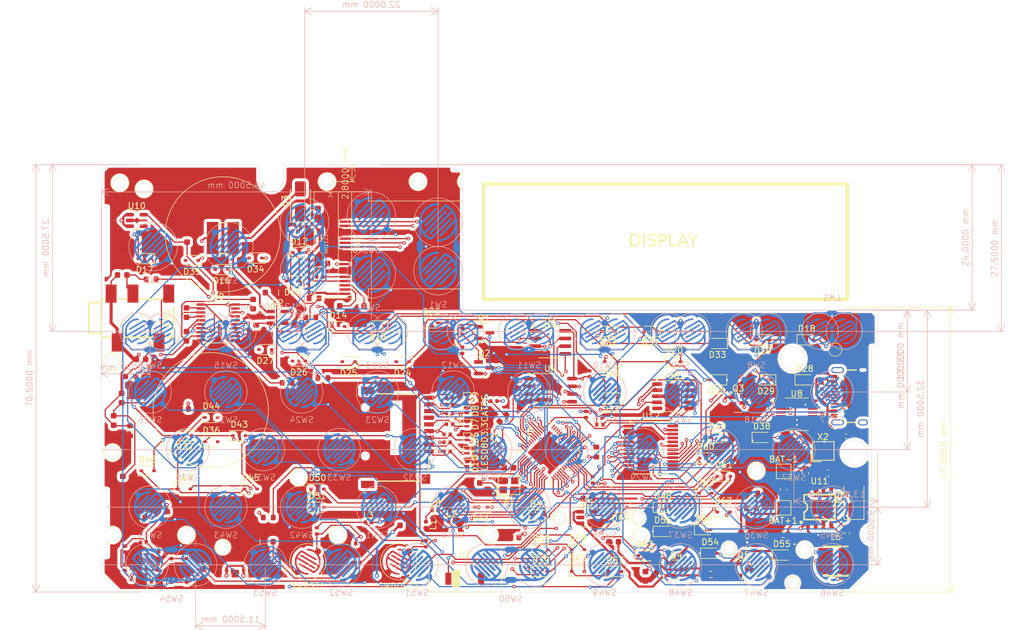
<source format=kicad_pcb>
(kicad_pcb (version 20240108) (generator "pcbnew") (generator_version "8.0")
  (layers (0 "F.Cu" signal) (1 "In1.Cu" signal) (2 "In2.Cu" signal) (31 "B.Cu" signal) (34 "B.Paste" user) (35 "F.Paste" user) (36 "B.SilkS" user "B.Silkscreen") (37 "F.SilkS" user "F.Silkscreen") (38 "B.Mask" user) (39 "F.Mask" user) (44 "Edge.Cuts" user))
  (net 0 "")
  (net 1 "DEMP")
  (net 2 "+3V3")
  (net 3 "12VPP")
  (net 4 "Net-(SH1-VSEGM)")
  (net 5 "Net-(SH1-VCOMH)")
  (net 6 "Net-(SH1-VSL)")
  (net 7 "Net-(U1-LNA_IN)")
  (net 8 "Net-(C8-Pad2)")
  (net 9 "/VDD_SPI")
  (net 10 "+5V")
  (net 11 "CHIP_PU")
  (net 12 "XTAL_P")
  (net 13 "XTAL_N")
  (net 14 "Net-(U2-FB)")
  (net 15 "LOUT")
  (net 16 "AGND")
  (net 17 "ROUT")
  (net 18 "Net-(U9-CAPP)")
  (net 19 "Net-(U9-CAPM)")
  (net 20 "Net-(U9-VNEG)")
  (net 21 "XSMT")
  (net 22 "Net-(U9-LDOO)")
  (net 23 "/BAT5V")
  (net 24 "BAT_SMP")
  (net 25 "/USB5V")
  (net 26 "Net-(D1-A)")
  (net 27 "Net-(D2-K)")
  (net 28 "Net-(D3-A)")
  (net 29 "Net-(D4-A)")
  (net 30 "Net-(D5-A)")
  (net 31 "GPIO9")
  (net 32 "GPIO8")
  (net 33 "GPIO7")
  (net 34 "GPIO6")
  (net 35 "GPIO5")
  (net 36 "GPIO4")
  (net 37 "Net-(D12-A)")
  (net 38 "KEY_ROW0")
  (net 39 "Net-(D13-A)")
  (net 40 "Net-(D14-A)")
  (net 41 "Net-(D15-A)")
  (net 42 "Net-(D16-A)")
  (net 43 "Net-(D17-A)")
  (net 44 "Net-(D18-A)")
  (net 45 "Net-(D19-A)")
  (net 46 "KEY_ROW1")
  (net 47 "Net-(D20-A)")
  (net 48 "Net-(D21-A)")
  (net 49 "Net-(D22-A)")
  (net 50 "Net-(D23-A)")
  (net 51 "Net-(D24-A)")
  (net 52 "Net-(D25-A)")
  (net 53 "Net-(D26-A)")
  (net 54 "Net-(D27-A)")
  (net 55 "Net-(D28-A)")
  (net 56 "KEY_ROW2")
  (net 57 "Net-(D29-A)")
  (net 58 "Net-(D30-A)")
  (net 59 "Net-(D31-A)")
  (net 60 "Net-(D32-A)")
  (net 61 "Net-(D33-A)")
  (net 62 "Net-(D34-A)")
  (net 63 "Net-(D35-A)")
  (net 64 "KEY_ROW3")
  (net 65 "Net-(D36-A)")
  (net 66 "Net-(D37-A)")
  (net 67 "Net-(D38-A)")
  (net 68 "Net-(D39-A)")
  (net 69 "Net-(D40-A)")
  (net 70 "Net-(D41-A)")
  (net 71 "Net-(D42-A)")
  (net 72 "Net-(D43-A)")
  (net 73 "KEY_ROW4")
  (net 74 "Net-(D44-A)")
  (net 75 "Net-(D45-A)")
  (net 76 "Net-(D46-A)")
  (net 77 "Net-(D47-A)")
  (net 78 "Net-(D48-A)")
  (net 79 "Net-(D49-A)")
  (net 80 "Net-(D50-A)")
  (net 81 "Net-(D51-A)")
  (net 82 "KEY_ROW5")
  (net 83 "Net-(D52-A)")
  (net 84 "Net-(D53-A)")
  (net 85 "Net-(D54-A)")
  (net 86 "Net-(D55-A)")
  (net 87 "Net-(D56-A)")
  (net 88 "Net-(D57-A)")
  (net 89 "Net-(D58-A)")
  (net 90 "Net-(D59-A)")
  (net 91 "KEY_ROW6")
  (net 92 "Net-(D60-A)")
  (net 93 "Net-(D61-A)")
  (net 94 "Net-(D62-A)")
  (net 95 "Net-(D63-A)")
  (net 96 "Net-(D64-A)")
  (net 97 "USB_D-")
  (net 100 "USB_D+")
  (net 103 "Net-(J1-CC1)")
  (net 105 "Net-(J1-CC2)")
  (net 106 "CARD_DET")
  (net 107 "Net-(L3-Pad2)")
  (net 108 "Net-(U1-XTAL_P)")
  (net 109 "Net-(Q1-B)")
  (net 110 "DTR")
  (net 111 "GPIO0")
  (net 112 "RTS")
  (net 113 "Net-(Q2-B)")
  (net 114 "Net-(Q3-D)")
  (net 115 "Net-(SH1-IREF)")
  (net 116 "340_RX")
  (net 117 "U0TX")
  (net 118 "GPIO48")
  (net 119 "Net-(U9-OUTL)")
  (net 120 "Net-(U9-OUTR)")
  (net 121 "Net-(U9-LRCK)")
  (net 122 "GPIO40")
  (net 123 "GPIO41")
  (net 124 "Net-(U9-DIN)")
  (net 125 "Net-(U9-BCK)")
  (net 126 "GPIO42")
  (net 127 "Net-(U9-SCK)")
  (net 128 "Net-(U11-PROG)")
  (net 129 "GPIO38")
  (net 130 "GPIO39")
  (net 131 "GPIO21")
  (net 132 "GPIO14")
  (net 133 "GPIO12")
  (net 134 "GPIO13")
  (net 135 "GPIO17")
  (net 136 "GPIO11")
  (net 137 "KEY_COL0")
  (net 138 "KEY_COL1")
  (net 139 "KEY_COL2")
  (net 140 "KEY_COL3")
  (net 141 "KEY_COL4")
  (net 142 "KEY_COL5")
  (net 143 "KEY_COL6")
  (net 144 "KEY_COL7")
  (net 145 "GPIO36")
  (net 146 "D4-")
  (net 147 "GPIO47")
  (net 148 "GPIO15")
  (net 149 "SPIWP")
  (net 150 "340_TX")
  (net 151 "GPIO3")
  (net 152 "GPIO33")
  (net 153 "SPICS1")
  (net 154 "GPIO1")
  (net 155 "SPIQ")
  (net 156 "GPIO45")
  (net 157 "SPID")
  (net 158 "SPICLK")
  (net 159 "GPIO46")
  (net 160 "GPIO34")
  (net 161 "GPIO16")
  (net 162 "GPIO35")
  (net 163 "SPIHD")
  (net 164 "GPIO2")
  (net 165 "D4+")
  (net 166 "SPICS0")
  (net 167 "GPIO37")
  (net 168 "D3+")
  (net 169 "D3-")
  (net 177 "XIN")
  (net 178 "XOUT")
  (net 180 "CHRG")
  (net 182 "/VBAT")
  (footprint "SparkFun-Resistor:R_0603_1608Metric" (layer "F.Cu") (at 122.6 98.5 180)
    (property "Reference" "R20")
    (property "Value" "1k")
  )
  (footprint "Diode_SMD:D_SOD-323" (layer "F.Cu") (at 154.6 119 180)
    (property "Reference" "D41")
    (property "Value" "1N4148WS")
  )
  (footprint "easyeda2kicad:AUDIO-SMD_PJ-327A0-SMT" (layer "F.Cu") (at 98.32 87.8)
    (property "Reference" "CN1")
    (property "Value" "PJ-327A0-SMT")
  )
  (footprint "SparkFun-Resistor:R_0402_1005Metric" (layer "F.Cu") (at 149.4 101)
    (property "Reference" "R24")
    (property "Value" "10k")
  )
  (footprint "Diode_SMD:D_SOD-323" (layer "F.Cu") (at 192.4 126.6)
    (property "Reference" "D54")
    (property "Value" "1N4148WS")
  )
  (footprint "SparkFun-Resistor:R_0603_1608Metric" (layer "F.Cu") (at 204.4 123.5 180)
    (property "Reference" "R23")
    (property "Value" "2")
  )
  (footprint "SparkFun-Capacitor:C_0402_1005Metric" (layer "F.Cu") (at 103.5 130.9 90)
    (property "Reference" "C25")
    (property "Value" "0.1uF")
  )
  (footprint "SparkFun-Resistor:R_0402_1005Metric" (layer "F.Cu") (at 149 109.8)
    (property "Reference" "R30")
    (property "Value" "10k")
  )
  (footprint "Package_TO_SOT_SMD:SOT-23" (layer "F.Cu") (at 197 101.8)
    (property "Reference" "Q3")
    (property "Value" "2N7002")
  )
  (footprint "SparkFun-Capacitor:C_0603_1608Metric" (layer "F.Cu") (at 128.5 78.8 180)
    (property "Reference" "C7")
    (property "Value" "4.7uF")
  )
  (footprint "Diode_SMD:D_SOD-323" (layer "F.Cu") (at 127.6 116)
    (property "Reference" "D50")
    (property "Value" "1N4148WS")
  )
  (footprint "Inductor_SMD:L_0402_1005Metric" (layer "F.Cu") (at 149.715 121.3)
    (property "Reference" "L2")
    (property "Value" "1.3nH")
  )
  (footprint "Diode_SMD:D_SOD-323" (layer "F.Cu") (at 175.6 90 180)
    (property "Reference" "D32")
    (property "Value" "1N4148WS")
  )
  (footprint "Diode_SMD:D_SOD-323" (layer "F.Cu") (at 182.55 90 180)
    (property "Reference" "D31")
    (property "Value" "1N4148WS")
  )
  (footprint "SparkFun-Capacitor:C_0402_1005Metric" (layer "F.Cu") (at 106 130.9 90)
    (property "Reference" "C44")
    (property "Value" "10uF")
  )
  (footprint "SparkFun-LED:LED_0603_1608Metric" (layer "F.Cu") (at 119.8 83.6 180)
    (property "Reference" "D4")
    (property "Value" "LED")
  )
  (footprint "Diode_SMD:D_SOD-323" (layer "F.Cu") (at 131.05 89.2)
    (property "Reference" "D14")
    (property "Value" "1N4148WS")
  )
  (footprint "SparkFun-Resistor:R_0603_1608Metric" (layer "F.Cu") (at 105.5 102.8 180)
    (property "Reference" "R18")
    (property "Value" "470")
  )
  (footprint "Package_SO:TSSOP-20_4.4x6.5mm_P0.65mm" (layer "F.Cu") (at 111.2375 88.5)
    (property "Reference" "U9")
    (property "Value" "PCM5102A")
  )
  (footprint "SparkFun-Capacitor:C_0603_1608Metric" (layer "F.Cu") (at 127.7 70.5 -90)
    (property "Reference" "C4")
    (property "Value" "4.7uF")
  )
  (footprint "Inductor_SMD:L_0402_1005Metric" (layer "F.Cu") (at 145.5 121.9 -90)
    (property "Reference" "L1")
    (property "Value" "39nH")
  )
  (footprint "Diode_SMD:D_SOD-323" (layer "F.Cu") (at 186.45 95)
    (property "Reference" "D20")
    (property "Value" "1N4148WS")
  )
  (footprint "SparkFun-Resistor:R_0402_1005Metric" (layer "F.Cu") (at 171.9 103.7 -90)
    (property "Reference" "R25")
    (property "Value" "10k")
  )
  (footprint "SparkFun-Capacitor:C_0603_1608Metric" (layer "F.Cu") (at 153.6 115 180)
    (property "Reference" "C22")
    (property "Value" "10pF")
  )
  (footprint "SparkFun-Capacitor:C_0603_1608Metric" (layer "F.Cu") (at 127.2 73.5 180)
    (property "Reference" "C3")
    (property "Value" "0.1uF")
  )
  (footprint "Diode_SMD:D_SOD-323" (layer "F.Cu") (at 193.6 92 180)
    (property "Reference" "D33")
    (property "Value" "1N4148WS")
  )
  (footprint "SparkFun-Capacitor:C_0603_1608Metric" (layer "F.Cu") (at 95.3 101 -90)
    (property "Reference" "C34")
    (property "Value" "0.1uF")
  )
  (footprint "SparkFun-Capacitor:C_0402_1005Metric" (layer "F.Cu") (at 134.4 125)
    (property "Reference" "C20")
    (property "Value" "1uF")
  )
  (footprint "SparkFun-Capacitor:C_0603_1608Metric" (layer "F.Cu") (at 204.5 116.1 90)
    (property "Reference" "C40")
    (property "Value" "22uF")
  )
  (footprint "SparkFun-Connector:microSD_External_Pin" (layer "F.Cu") (at 135.5 107.5 -90)
    (property "Reference" "J2")
    (property "Value" "microSD")
  )
  (footprint "Diode_SMD:D_SOD-323" (layer "F.Cu") (at 164.1 120.3)
    (property "Reference" "D42")
    (property "Value" "1N4148WS")
  )
  (footprint "Diode_SMD:D_SOD-323" (layer "F.Cu") (at 164.45 129.6)
    (property "Reference" "D39")
    (property "Value" "1N4148WS")
  )
  (footprint "SparkFun-Capacitor:C_0603_1608Metric" (layer "F.Cu") (at 172.2 117.6)
    (property "Reference" "C46")
    (property "Value" "0.1uF")
  )
  (footprint "SparkFun-Resistor:R_0603_1608Metric" (layer "F.Cu") (at 119.5 120.7)
    (property "Reference" "R17")
    (property "Value" "470")
  )
  (footprint "SparkFun-Resistor:R_0402_1005Metric" (layer "F.Cu") (at 151.5 89.99 -90)
    (property "Reference" "R9")
    (property "Value" "4.7k")
  )
  (footprint "Diode_SMD:D_SOD-323" (layer "F.Cu") (at 194.6 119.8)
    (property "Reference" "D63")
    (property "Value" "1N4148WS")
  )
  (footprint "SparkFun-Capacitor:C_0402_1005Metric" (layer "F.Cu") (at 95.9 125.9 -90)
    (property "Reference" "C9")
    (property "Value" "0.1uF")
  )
  (footprint "SparkFun-Capacitor:C_0402_1005Metric" (layer "F.Cu") (at 115.92 129.4)
    (property "Reference" "C16")
    (property "Value" "10uF")
  )
  (footprint "SparkFun-Resistor:R_0603_1608Metric" (layer "F.Cu") (at 127.05 84.55)
    (property "Reference" "R12")
    (property "Value" "1.8M")
  )
  (footprint "SparkFun-Capacitor:C_0603_1608Metric" (layer "F.Cu") (at 117 85.5 90)
    (property "Reference" "C35")
    (property "Value" "10uF")
  )
  (footprint "SparkFun-Capacitor:C_0603_1608Metric" (layer "F.Cu") (at 211.9 113.4)
    (property "Reference" "C41")
    (property "Value" "22uF")
  )
  (footprint "Diode_SMD:D_SOD-323" (layer "F.Cu") (at 123.55 81.7 180)
    (property "Reference" "D15")
    (property "Value" "1N4148WS")
  )
  (footprint "Diode_SMD:D_SOD-882" (layer "F.Cu") (at 152.3 103.1 -90)
    (property "Reference" "D8")
    (property "Value" "LESD8D3.3CAT5G" (hide yes))
  )
  (footprint "SparkFun-Capacitor:C_0402_1005Metric" (layer "F.Cu") (at 95.9 129 90)
    (property "Reference" "C10")
    (property "Value" "1uF")
  )
  (footprint "Package_TO_SOT_SMD:SOT-23-5" (layer "F.Cu") (at 172.1 120.7)
    (property "Reference" "U5")
    (property "Value" "ME6217C33M5")
  )
  (footprint "SparkFun-Resistor:R_0402_1005Metric" (layer "F.Cu") (at 145.5 125 -90)
    (property "Reference" "R6")
    (property "Value" "4.7k")
  )
  (footprint "SparkFun-Capacitor:C_0603_1608Metric" (layer "F.Cu") (at 106 86.9 -90)
    (property "Reference" "C29")
    (property "Value" "2.2uF")
  )
  (footprint "Diode_SMD:D_SOD-323" (layer "F.Cu") (at 124.55 94.9 180)
    (property "Reference" "D26")
    (property "Value" "1N4148WS")
  )
  (footprint "SparkFun-Resistor:R_0402_1005Metric" (layer "F.Cu") (at 174.19 105.4 180)
    (property "Reference" "R7")
    (property "Value" "499")
  )
  (footprint "Diode_SMD:D_SOD-323" (layer "F.Cu") (at 110.1 104.2)
    (property "Reference" "D44")
    (property "Value" "1N4148WS")
  )
  (footprint "Package_SO:SOIC-8_3.9x4.9mm_P1.27mm" (layer "F.Cu") (at 166 91.8)
    (property "Reference" "U3")
    (property "Value" "ESP-PSRAM64H")
  )
  (footprint "Diode_SMD:D_SOD-323" (layer "F.Cu") (at 194.65 113.9)
    (property "Reference" "D61")
    (property "Value" "1N4148WS")
  )
  (footprint "SparkFun-Capacitor:C_0402_1005Metric" (layer "F.Cu") (at 98.88 129.1 180)
    (property "Reference" "C14")
    (property "Value" "0.1uF")
  )
  (footprint "Diode_SMD:D_SOD-323" (layer "F.Cu") (at 200.9 107.5)
    (property "Reference" "D38")
    (property "Value" "1N4148WS")
  )
  (footprint "SparkFun-Resistor:R_0402_1005Metric" (layer "F.Cu") (at 156.7 101.5)
    (property "Reference" "R32")
    (property "Value" "10k")
  )
  (footprint "Diode_SMD:D_SOD-323" (layer "F.Cu") (at 141.65 95 180)
    (property "Reference" "D24")
    (property "Value" "1N4148WS")
  )
  (footprint "Package_TO_SOT_SMD:SOT-23-5" (layer "F.Cu") (at 97.8 71.7)
    (property "Reference" "U10")
    (property "Value" "ME6211C33M5")
  )
  (footprint "SparkFun-Resistor:R_0402_1005Metric" (layer "F.Cu") (at 151.5 93.1 90)
    (property "Reference" "R8")
    (property "Value" "4.7k")
  )
  (footprint "SparkFun-Capacitor:C_0603_1608Metric" (layer "F.Cu") (at 208.1 113.4 -90)
    (property "Reference" "C42")
    (property "Value" "0.1uF")
  )
  (footprint "easyeda2kicad:IND-SMD_L4.5-W4.0_SCCD43" (layer "F.Cu") (at 213.1 127.9)
    (property "Reference" "L6")
    (property "Value" "SCCD43-220KT")
  )
  (footprint "Diode_SMD:D_SOD-323" (layer "F.Cu") (at 106.9 78.3 180)
    (property "Reference" "D35")
    (property "Value" "1N4148WS")
  )
  (footprint "Diode_SMD:D_SOD-882" (layer "F.Cu") (at 152.3 111.9 -90)
    (property "Reference" "D10")
    (property "Value" "LESD8D3.3CAT5G" (hide yes))
  )
  (footprint "Diode_SMD:D_SOD-323" (layer "F.Cu") (at 176.05 95 180)
    (property "Reference" "D21")
    (property "Value" "1N4148WS")
  )
  (footprint "Diode_SMD:D_SOD-882" (layer "F.Cu") (at 152.3 105.3 -90)
    (property "Reference" "D7")
    (property "Value" "LESD8D3.3CAT5G" (hide yes))
  )
  (footprint "SparkFun-Resistor:R_0402_1005Metric" (layer "F.Cu") (at 127.5 122.9 -90)
    (property "Reference" "R5")
    (property "Value" "4.7k")
  )
  (footprint "SparkFun-Connector:USB-C_16" (layer "F.Cu") (at 212.49375 100.7 90)
    (property "Reference" "J1")
    (property "Value" "USB_C_Receptacle")
  )
  (footprint "Diode_SMD:D_SMA" (layer "F.Cu") (at 124.8 68.5 90)
    (property "Reference" "D3")
    (property "Value" "SS14")
  )
  (footprint "SparkFun-Resistor:R_0402_1005Metric" (layer "F.Cu") (at 214.8 107.3)
    (property "Reference" "R2")
    (property "Value" "5.1k")
  )
  (footprint "Diode_SMD:D_SOD-323" (layer "F.Cu") (at 176.05 101 180)
    (property "Reference" "D22")
    (property "Value" "1N4148WS")
  )
  (footprint "SparkFun-Resistor:R_0603_1608Metric" (layer "F.Cu") (at 96.8 97.4)
    (property "Reference" "R13")
    (property "Value" "470")
  )
  (footprint "Diode_SMD:D_SOD-323" (layer "F.Cu") (at 176.7 129.6)
    (property "Reference" "D57")
    (property "Value" "1N4148WS")
  )
  (footprint "Diode_SMD:D_SOD-323" (layer "F.Cu") (at 114.7 107.2)
    (property "Reference" "D43")
    (property "Value" "1N4148WS")
  )
  (footprint "SparkFun-Capacitor:C_0402_1005Metric" (layer "F.Cu") (at 98.9 124.8 180)
    (property "Reference" "C24")
    (property "Value" "10uF")
  )
  (footprint "Diode_SMD:D_SOD-323" (layer "F.Cu") (at 184.6 123)
    (property "Reference" "D56")
    (property "Value" "1N4148WS")
  )
  (footprint "Package_TO_SOT_SMD:SOT-23" (layer "F.Cu") (at 186.8 129.3)
    (property "Reference" "Q4")
    (property "Value" "AO3401A")
  )
  (footprint "Diode_SMD:D_SOD-323" (layer "F.Cu") (at 111.8 79.8 180)
    (property "Reference" "D16")
    (property "Value" "1N4148WS")
  )
  (footprint "Diode_SMD:D_SOD-323" (layer "F.Cu") (at 105.6 116)
    (property "Reference" "D47")
    (property "Value" "1N4148WS")
  )
  (footprint "SparkFun-Resistor:R_0603_1608Metric" (layer "F.Cu") (at 199.2 119.2 180)
    (property "Reference" "R34")
    (property "Value" "1M")
  )
  (footprint "SparkFun-Resistor:R_0402_1005Metric" (layer "F.Cu") (at 149 107)
    (property "Reference" "R26")
    (property "Value" "10k")
  )
  (footprint "SparkFun-Capacitor:C_0603_1608Metric" (layer "F.Cu") (at 159.2 112.5)
    (property "Reference" "C23")
    (property "Value" "10pF")
  )
  (footprint "SparkFun-LED:LED_0603_1608Metric" (layer "F.Cu") (at 119.5125 124.7)
    (property "Reference" "D1")
    (property "Value" "LED")
  )
  (footprint "SparkFun-Resistor:R_0402_1005Metric" (layer "F.Cu") (at 128 81)
    (property "Reference" "R1")
    (property "Value" "560")
  )
  (footprint "Diode_SMD:D_SOD-323" (layer "F.Cu") (at 201.6 98 180)
    (property "Reference" "D29")
    (property "Value" "1N4148WS")
  )
  (footprint "Package_TO_SOT_SMD:SOT-23" (layer "F.Cu") (at 197.9 129.3)
    (property "Reference" "Q5")
    (property "Value" "AO3401A")
  )
  (footprint "SparkFun-Capacitor:C_0402_1005Metric" (layer "F.Cu") (at 106 127 90)
    (property "Reference" "C18")
    (property "Value" "10uF")
  )
  (footprint "SparkFun-Capacitor:C_0603_1608Metric" (layer "F.Cu") (at 95.4 80.7 180)
    (property "Reference" "C28")
    (property "Value" "2.2nF")
  )
  (footprint "TestPoint:TestPoint_Pad_2.0x2.0mm" (layer "F.Cu") (at 204.5 113.1)
    (property "Reference" "BAT-1")
    (property "Value" "~")
  )
  (footprint "SparkFun-Resistor:R_0603_1608Metric" (layer "F.Cu") (at 160 124 180)
    (property "Reference" "R21")
    (property "Value" "330")
  )
  (footprint "SparkFun-Capacitor:C_0402_1005Metric" (layer "F.Cu") (at 97.4 130.9)
    (property "Reference" "C13")
    (property "Value" "0.1uF")
  )
  (footprint "SparkFun-Capacitor:C_0402_1005Metric" (layer "F.Cu") (at 103.5 127 90)
    (property "Reference" "C45")
    (property "Value" "0.1uF")
  )
  (footprint "SparkFun-Capacitor:C_0603_1608Metric" (layer "F.Cu") (at 102.8 120.5 -90)
    (property "Reference" "C1")
    (property "Value" "0.1uF")
  )
  (footprint "Diode_SMD:D_SOD-323" (layer "F.Cu") (at 184.6 119)
    (property "Reference" "D48")
    (property "Value" "1N4148WS")
  )
  (footprint "Butm:MaskBtm4mm" (layer "F.Cu") (at 126 128)
    (property "Reference" "SWRST1")
    (property "Value" "RST")
  )
  (footprint "SparkFun-Capacitor:C_0402_1005Metric" (layer "F.Cu") (at 101.3 128.9 90)
    (property "Reference" "C12")
    (property "Value" "0.1uF")
  )
  (footprint "SparkFun-Capacitor:C_0603_1608Metric" (layer "F.Cu") (at 98.5 94.6 180)
    (property "Reference" "C27")
    (property "Value" "2.2nF")
  )
  (footprint "Diode_SMD:D_SOD-323" (layer "F.Cu") (at 110.1 108.2)
    (property "Reference" "D36")
    (property "Value" "1N4148WS")
  )
  (footprint "Diode_SMD:D_SOD-323" (layer "F.Cu") (at 193.6 107.5)
    (property "Reference" "D40")
    (property "Value" "1N4148WS")
  )
  (footprint "Diode_SMD:D_SOD-323" (layer "F.Cu") (at 191.4 122.7)
    (property "Reference" "D64")
    (property "Value" "1N4148WS")
  )
  (footprint "Diode_SMD:D_SOD-323" (layer "F.Cu") (at 99.6 113)
    (property "Reference" "D46")
    (property "Value" "1N4148WS")
  )
  (footprint "SparkFun-Resistor:R_0402_1005Metric" (layer "F.Cu") (at 149.4 103.5)
    (property "Reference" "R28")
    (property "Value" "10k")
  )
  (footprint "Diode_SMD:D_SOD-323" (layer "F.Cu") (at 127.6 119)
    (property "Reference" "D51")
    (property "Value" "1N4148WS")
  )
  (footprint "SparkFun-Capacitor:C_0603_1608Metric" (layer "F.Cu") (at 94 104.7 90)
    (property "Reference" "C31")
    (property "Value" "0.1uF")
  )
  (footprint "SparkFun-Resistor:R_0402_1005Metric" (layer "F.Cu") (at 134.09 128.1)
    (property "Reference" "R4")
    (property "Value" "4.7k")
  )
  (footprint "easyeda2kicad:CRYSTAL-SMD_4P-L2.5-W2.0-BL-A" (layer "F.Cu") (at 211 109.7)
    (property "Reference" "X2")
    (property "Value" "12MHz")
  )
  (footprint "SparkFun-Resistor:R_0603_1608Metric" (layer "F.Cu") (at 126.5 87.7)
    (property "Reference" "R16")
    (property "Value" "470")
  )
  (footprint "SparkFun-Capacitor:C_0603_1608Metric" (layer "F.Cu") (at 136.075 85.8)
    (property "Reference" "C6")
    (property "Value" "4.7uF")
  )
  (footprint "Package_SO:SSOP-10-1EP_3.9x4.9mm_P1mm_EP2.1x3.3mm" (layer "F.Cu") (at 186.3 100.7)
    (property "Reference" "U6")
    (property "Value" "CH340K")
  )
  (footprint "Diode_SMD:D_SOD-323" (layer "F.Cu") (at 177.6 119 180)
    (property "Reference" "D49")
    (property "Value" "1N4148WS")
  )
  (footprint "Package_SO:QSOP-16_3.9x4.9mm_P0.635mm" (layer "F.Cu") (at 206.6625 103.6775)
    (property "Reference" "U8")
    (property "Value" "CH334R")
  )
  (footprint "SparkFun-Resistor:R_0603_1608Metric" (layer "F.Cu") (at 96.7 106.4 90)
    (property "Reference" "R19")
    (property "Value" "0")
  )
  (footprint "SparkFun-Capacitor:C_0402_1005Metric" (layer "F.Cu") (at 113.1 129.4)
    (property "Reference" "C17")
    (property "Value" "0.1uF")
  )
  (footprint "SparkFun-Resistor:R_0603_1608Metric" (layer "F.Cu") (at 173.6 109.9 -90)
    (property "Reference" "R10")
    (property "Value" "15k")
  )
  (footprint "Diode_SMD:D_SMA" (layer "F.Cu") (at 216.1 117.5 90)
    (property "Reference" "D5")
    (property "Value" "SS34")
  )
  (footprint "SparkFun-Capacitor:C_0603_1608Metric" (layer "F.Cu") (at 109.5 129.2)
    (property "Reference" "C2")
    (property "Value" "4.7uF")
  )
  (footprint "Diode_SMD:D_SOD-323" (layer "F.Cu") (at 119 93 180)
    (property "Reference" "D27")
    (property "Value" "1N4148WS")
  )
  (footprint "Diode_SMD:D_SOD-323" (layer "F.Cu") (at 164.6 126)
    (property "Reference" "D59")
    (property "Value" "1N4148WS")
  )
  (footprint "SparkFun-Resistor:R_0402_1005Metric" (layer "F.Cu") (at 173 114.5 90)
    (property "Reference" "R33")
    (property "Value" "10k")
  )
  (footprint "SparkFun-Coil:Inductor_4.7x4.7mm" (layer "F.Cu") (at 112 74.6 90)
    (property "Reference" "L5")
    (property "Value" "10uH_5x5mm_1.0A")
  )
  (footprint "Diode_SMD:D_SOD-323" (layer "F.Cu") (at 137.6 89.1 180)
    (property "Reference" "D13")
    (property "Value" "1N4148WS")
  )
  (footprint "SparkFun-Resistor:R_0603_1608Metric" (layer "F.Cu") (at 128.5 97.7)
    (property "Reference" "R15")
    (property "Value" "470")
  )
  (footprint "Diode_SMD:D_SOD-323" (layer "F.Cu") (at 99.1 78 180)
    (property "Reference" "D17")
    (property "Value" "1N4148WS")
  )
  (footprint "Diode_SMD:D_SOD-323" (layer "F.Cu") (at 146.4 88.6)
    (property "Reference" "D23")
    (property "Value" "1N4148WS")
  )
  (footprint "Package_SO:SSOP-24_5.3x8.2mm_P0.65mm" (layer "F.Cu") (at 182.6 109.2)
    (property "Reference" "U12")
    (property "Value" "PCF8575DBR")
  )
  (footprint "Package_SO:SOIC-8_5.23x5.23mm_P1.27mm" (layer "F.Cu") (at 166 99.7)
    (property "Reference" "U4")
    (property "Value" "W25Q128JVS")
  )
  (footprint "SparkFun-Resistor:R_0603_1608Metric" (layer "F.Cu") (at 192.5 130.1)
    (property "Reference" "R22")
    (property "Value" "330")
  )
  (footprint "SparkFun-Capacitor:C_0603_1608Metric" (layer "F.Cu") (at 95.5 114.7 -90)
    (property "Reference" "C32")
    (property "Value" "0.1uF")
  )
  (footprint "Diode_SMD:D_SOD-323" (layer "F.Cu") (at 201.05 91.4 180)
    (property "Reference" "D19")
    (property "Value" "1N4148WS")
  )
  (footprint "SparkFun-Capacitor:C_0603_1608Metric" (layer "F.Cu") (at 98.4 120.7 180)
    (property "Reference" "C33")
    (property "Value" "0.1uF")
  )
  (footprint "Diode_SMD:D_SOD-323" (layer "F.Cu") (at 191.6 116.7)
    (property "Reference" "D62")
    (property "Value" "1N4148WS")
  )
  (footprint "easyeda2kicad:CRYSTAL-SMD_4P-L2.5-W2.0-BL" (layer "F.Cu") (at 159.2 115.4)
    (property "Reference" "X1")
    (property "Value" "40MHz")
  )
  (footprint "Diode_SMD:D_SOD-323" (layer "F.Cu") (at 132.75 95 180)
    (property "Reference" "D25")
    (property "Value" "1N4148WS")
  )
  (footprint "Diode_SMD:D_SOD-882" (layer "F.Cu") (at 152.3 109.75 -90)
    (property "Reference" "D11")
    (property "Value" "LESD8D3.3CAT5G")
  )
  (footprint "SparkFun-LED:LED_0603_1608Metric" (layer "F.Cu") (at 158.2 104.3 45)
    (property "Reference" "D2")
    (property "Value" "LED")
  )
  (footprint "SparkFun-Capacitor:C_0402_1005Metric" (layer "F.Cu") (at 101.4 125.9 90)
    (property "Reference" "C11")
    (property "Value" "10uF")
  )
  (footprint "SparkFun-Capacitor:C_0402_1005Metric" (layer "F.Cu") (at 100.7 131.3)
    (property "Reference" "C19")
    (property "Value" "0.1uF")
  )
  (footprint "Diode_SMD:D_SOD-323" (layer "F.Cu") (at 181.6 127)
    (property "Reference" "D53")
    (property "Value" "1N4148WS")
  )
  (footprint "SH1122:SH1122_FPC" (layer "F.Cu") (at 133.05 75.75 90)
    (property "Reference" "SH1")
    (property "Value" "~")
  )
  (footprint "SparkFun-Capacitor:C_0603_1608Metric" (layer "F.Cu") (at 176.475 124.7 180)
    (property "Reference" "C43")
    (property "Value" "10uF")
  )
  (footprint "Diode_SMD:D_SOD-323" (layer "F.Cu") (at 170.6 126)
    (property "Reference" "D58")
    (property "Value" "1N4148WS")
  )
  (footprint "Capacitor_SMD:C_0402_1005Metric" (layer "F.Cu") (at 147 119.5)
    (property "Reference" "C8")
    (property "Value" "8.2pF")
  )
  (footprint "easyeda2kicad:ESOP-8_L4.9-W3.9-P1.27-LS6.0-BL-EP" (layer "F.Cu") (at 210.425 119)
    (property "Reference" "U11")
    (property "Value" "TP5400_C2891434")
  )
  (footprint "Package_TO_SOT_SMD:SOT-23" (layer "F.Cu") (at 155.1 90.2)
    (property "Reference" "Q1")
    (property "Value" "MMBT3904")
  )
  (footprint "SparkFun-Resistor:R_0603_1608Metric" (layer "F.Cu") (at 100.175 81.4)
    (property "Reference" "R14")
    (property "Value" "470")
  )
  (footprint "Diode_SMD:D_SOD-323" (layer "F.Cu") (at 124.6 77)
    (property "Reference" "D12")
    (property "Value" "1N4148WS")
  )
  (footprint "SparkFun-Resistor:R_0603_1608Metric" (layer "F.Cu") (at 199.4 116.7 180)
    (property "Reference" "R35")
    (property "Value" "1M")
  )
  (footprint "Diode_SMD:D_SOD-323" (layer "F.Cu") (at 116.6 116)
    (property "Reference" "D45")
    (property "Value" "1N4148WS")
  )
  (footprint "SparkFun-Capacitor:C_0603_1608Metric" (layer "F.Cu") (at 130.5 85.8 180)
    (property "Reference" "C5")
    (property "Value" "4.7uF")
  )
  (footprint "Diode_SMD:D_SOD-323" (layer "F.Cu") (at 105.75 107.2 180)
    (property "Reference" "D37")
    (property "Value" "1N4148WS")
  )
  (footprint "SparkFun-Resistor:R_0402_1005Metric" (layer "F.Cu") (at 210.8 99.01 90)
    (property "Reference" "R3")
    (property "Value" "5.1k")
  )
  (footprint "Package_TO_SOT_SMD:SOT-23-5" (layer "F.Cu") (at 121.0375 87.7)
    (property "Reference" "U2")
    (property "Value" "TPS61040DBV")
  )
  (footprint "Diode_SMD:D_SOD-323" (layer "F.Cu") (at 117.4 77.9 180)
    (property "Reference" "D34")
    (property "Value" "1N4148WS")
  )
  (footprint "Butm:MaskBtm4mm" (layer "F.Cu") (at 141 128)
    (property "Reference" "SWBOOT1")
    (property "Value" "BOOT")
  )
  (footprint "SparkFun-Capacitor:C_0402_1005Metric" (layer "F.Cu") (at 123.9 73.5)
    (property "Reference" "C26")
    (property "Value" "4.7pF")
  )
  (footprint "Inductor_SMD:L_0402_1005Metric" (layer "F.Cu") (at 157.8 108.3 45)
    (property "Reference" "L4")
    (property "Value" "2nH")
  )
  (footprint "SparkFun-Resistor:R_0402_1005Metric" (layer "F.Cu") (at 149 108.3)
    (property "Reference" "R31")
    (property "Value" "10k")
  )
  (footprint "Package_TO_SOT_SMD:SOT-23" (layer "F.Cu") (at 155.1 96)
    (property "Reference" "Q2")
    (property "Value" "MMBT3904")
  )
  (footprint "SparkFun-Capacitor:C_0805_2012Metric" (layer "F.Cu") (at 198.45 123.5)
    (property "Reference" "C39")
    (property "Value" "47uF")
  )
  (footprint "Diode_SMD:D_SOD-882" (layer "F.Cu") (at 152.3 107.55 -90)
    (property "Reference" "D6")
    (property "Value" "LESD8D3.3CAT5G" (hide yes))
  )
  (footprint "SparkFun-Capacitor:C_0603_1608Metric" (layer "F.Cu") (at 142 122)
    (property "Reference" "C36")
    (property "Value" "1uF")
  )
  (footprint "Diode_SMD:D_SOD-323" (layer "F.Cu") (at 170.6 129.6)
    (property "Reference" "D52")
    (property "Value" "1N4148WS")
  )
  (footprint "Diode_SMD:D_SOD-323" (layer "F.Cu") (at 191.65 110.9)
    (property "Reference" "D60")
    (property "Value" "1N4148WS")
  )
  (footprint "easyeda2kicad:FILTER-SMD_L5.2-W2.0-L" (layer "F.Cu") (at 151.9 130.8)
    (property "Reference" "U7")
    (property "Value" "RFANT5220110A0T")
  )
  (footprint "SparkFun-Capacitor:C_0603_1608Metric" (layer "F.Cu") (at 181.7 130.4 -90)
    (property "Reference" "C38")
    (property "Value" "0.1uF")
  )
  (footprint "Package_DFN_QFN:QFN-56-1EP_7x7mm_P0.4mm_EP4x4mm" (layer "F.Cu") (at 165.9 110 45)
    (property "Reference" "U1")
    (property "Value" "ESP32-S3")
  )
  (footprint "SparkFun-Resistor:R_0603_1608Metric" (layer "F.Cu") (at 117.5 89.8 -90)
    (property "Reference" "R11")
    (property "Value" "205K")
  )
  (footprint "Diode_SMD:D_SOD-323" (layer "F.Cu") (at 208.3 91.4)
    (property "Reference" "D18")
    (property "Value" "1N4148WS")
  )
  (footprint "SparkFun-Capacitor:C_0402_1005Metric" (layer "F.Cu") (at 98.88 126.9)
    (property "Reference" "C21")
    (property "Value" "0.1uF")
  )
  (footprint "SparkFun-Capacitor:C_0603_1608Metric" (layer "F.Cu") (at 106 90.8 -90)
    (property "Reference" "C30")
    (property "Value" "2.2uF")
  )
  (footprint "Diode_SMD:D_SOD-323" (layer "F.Cu") (at 208 98)
    (property "Reference" "D28")
    (property "Value" "1N4148WS")
  )
  (footprint "SparkFun-Capacitor:C_0603_1608Metric" (layer "F.Cu") (at 106.1 74.5 90)
    (property "Reference" "C37")
    (property "Value" "1uF")
  )
  (footprint "Inductor_SMD:L_0402_1005Metric" (layer "F.Cu") (at 136 121.5)
    (property "Reference" "L3")
    (property "Value" "2nH")
  )
  (footprint "SparkFun-Capacitor:C_0402_1005Metric" (layer "F.Cu") (at 172.5 97 90)
    (property "Reference" "C15")
    (property "Value" "0.1uF")
  )
  (footprint "SparkFun-Resistor:R_0402_1005Metric" (layer "F.Cu") (at 149.4 105.3)
    (property "Reference" "R27")
    (property "Value" "10k")
  )
  (footprint "Diode_SMD:D_SOD-323" (layer "F.Cu") (at 193.5 98 180)
    (property "Reference" "D30")
    (property "Value" "1N4148WS")
  )
  (footprint "TestPoint:TestPoint_Pad_2.0x2.0mm" (layer "F.Cu") (at 204.5 119.1)
    (property "Reference" "BAT+1")
    (property "Value" "~")
  )
  (footprint "Diode_SMD:D_SOD-323" (layer "F.Cu") (at 204.2 126.9)
    (property "Reference" "D55")
    (property "Value" "1N4148WS")
  )
  (footprint "Diode_SMD:D_SOD-882" (layer "F.Cu") (at 152.3 100.9 -90)
    (property "Reference" "D9")
    (property "Value" "LESD8D3.3CAT5G" (hide yes))
  )
  (footprint "SparkFun-Resistor:R_0402_1005Metric" (layer "F.Cu") (at 149.4 102.1)
    (property "Reference" "R29")
    (property "Value" "10k")
  )
  (footprint "SparkFun-Resistor:R_0402_1005Metric" (layer "F.Cu") (at 215 123.3 -90)
    (property "Reference" "R36")
    (property "Value" "10k")
  )
  (footprint "Butm:MaskBtm5mm" (layer "B.Cu") (at 106.2 109.5 180)
    (property "Reference" "SW35")
    (property "Value" "SW_KL")
  )
  (footprint "Butm:MaskBtm5mm" (layer "B.Cu") (at 200 100 180)
    (property "Reference" "SW18")
    (property "Value" "SW_KW")
  )
  (footprint "Butm:MaskBtm5mm" (layer "B.Cu") (at 131.5 128.5 180)
    (property "Reference" "SW52")
    (property "Value" "SW_CALENDAR")
  )
  (footprint "Butm:MaskBtm5mm" (layer "B.Cu") (at 144 128.5 180)
    (property "Reference" "SW51")
    (property "Value" "SW_REMARK")
  )
  (footprint "Butm:MaskBtm5mmBh" (layer "B.Cu") (at 159.5 128.5 180)
    (property "Reference" "SW50")
    (property "Value" "SW_SPACE")
  )
  (footprint "Butm:MaskBtm6mm" (layer "B.Cu") (at 113 76 180)
    (property "Reference" "SW5")
    (property "Value" "SW_UP2")
  )
  (footprint "Butm:MaskBtm5mm" (layer "B.Cu") (at 125 119 180)
    (property "Reference" "SW42")
    (property "Value" "SW_KM")
  )
  (footprint "Butm:MaskBtm6mmBh" (layer "B.Cu") (at 125.5 76 180)
    (property "Reference" "SW4")
    (property "Value" "SW_RIGHT")
  )
  (footprint "Butm:MaskBtm5mm" (layer "B.Cu") (at 119 128.5 180)
    (property "Reference" "SW53")
    (property "Value" "SW_MODE")
  )
  (footprint "Butm:MaskBtm4mmBh" (layer "B.Cu") (at 162.5 90 180)
    (property "Reference" "SW11")
    (property "Value" "SW_K5")
  )
  (footprint "Butm:MaskBtm5mm" (layer "B.Cu") (at 143.7 109.5 180)
    (property "Reference" "SW32")
    (property "Value" "SW_KH")
  )
  (footprint "Butm:MaskBtm5mm" (layer "B.Cu") (at 181.2 109.5 180)
    (property "Reference" "SW29")
    (property "Value" "SW_KD")
  )
  (footprint "Butm:MaskBtm5mm" (layer "B.Cu") (at 212.5 128.5 180)
    (property "Reference" "SW46")
    (property "Value" "SW_CE(IO0)")
  )
  (footprint "Butm:MaskBtm4mmBh" (layer "B.Cu") (at 150 90 180)
    (property "Reference" "SW12")
    (property "Value" "SW_K6")
  )
  (footprint "Butm:MaskBtm4mmBh" (layer "B.Cu") (at 200 90 180)
    (property "Reference" "SW8")
    (property "Value" "SW_K2")
  )
  (footprint "Butm:MaskBtm5mm" (layer "B.Cu") (at 100 100 180)
    (property "Reference" "SW26")
    (property "Value" "SW_KP")
  )
  (footprint "Butm:MaskBtm5mm" (layer "B.Cu") (at 131.2 109.5 180)
    (property "Reference" "SW33")
    (property "Value" "SW_KJ")
  )
  (footprint "Butm:MaskBtm5mm" (layer "B.Cu") (at 100 119 180)
    (property "Reference" "SW44")
    (property "Value" "SW_KDOT")
  )
  (footprint "Butm:MaskBtm5mm" (layer "B.Cu") (at 193.7 109.5 180)
    (property "Reference" "SW28")
    (property "Value" "SW_KS")
  )
  (footprint "Butm:MaskBtm5mm" (layer "B.Cu") (at 112.5 119 180)
    (property "Reference" "SW43")
    (property "Value" "SW_KCOM")
  )
  (footprint "Butm:MaskBtm5mm" (layer "B.Cu") (at 150 100 180)
    (property "Reference" "SW22")
    (property "Value" "SW_KY")
  )
  (footprint "Butm:MaskBtm5mm" (layer "B.Cu") (at 175 128.5 180)
    (property "Reference" "SW49")
    (property "Value" "SW_MCK")
  )
  (footprint "Butm:MaskBtm5mm" (layer "B.Cu") (at 200 119 180)
    (property "Reference" "SW36")
    (property "Value" "SW_KZ")
  )
  (footprint "Butm:MaskBtm6mm" (layer "B.Cu") (at 136.5 71 180)
    (property "Reference" "SW2")
    (property "Value" "SW_UP")
  )
  (footprint "Butm:MaskBtm4mmBh" (layer "B.Cu") (at 137.5 90 180)
    (property "Reference" "SW13")
    (property "Value" "SW_K7")
  )
  (footprint "Butm:MaskBtm4mmBh" (layer "B.Cu") (at 212.5 90)
    (property "Reference" "SW7")
    (property "Value" "SW_K1")
  )
  (footprint "Butm:MaskBtm5mmBh" (layer "B.Cu") (at 103.5 128.5 180)
    (property "Reference" "SW54")
    (property "Value" "SW_ENTER")
  )
  (footprint "Butm:MaskBtm5mm" (layer "B.Cu") (at 187.5 119 180)
    (property "Reference" "SW37")
    (property "Value" "SW_KX")
  )
  (footprint "Butm:MaskBtm6mmBh" (layer "B.Cu") (at 147.5 76 180)
    (property "Reference" "SW1")
    (property "Value" "SW_LEFT")
  )
  (footprint "Butm:MaskBtm4mmBh" (layer "B.Cu") (at 100 90 180)
    (property "Reference" "SW16")
    (property "Value" "SW_K0")
  )
  (footprint "Butm:MaskBtm5mm" (layer "B.Cu") (at 162.5 119 180)
    (property "Reference" "SW39")
    (property "Value" "SW_KV")
  )
  (footprint "Butm:MaskBtm6mm" (layer "B.Cu") (at 100.5 76 180)
    (property "Reference" "SW6")
    (property "Value" "SW_DOWN2")
  )
  (footprint "Butm:MaskBtm5mm" (layer "B.Cu") (at 125 100 180)
    (property "Reference" "SW24")
    (property "Value" "SW_KI")
  )
  (footprint "Butm:MaskBtm5mm" (layer "B.Cu") (at 156.2 109.5 180)
    (property "Reference" "SW31")
    (property "Value" "SW_KG")
  )
  (footprint "Butm:MaskBtm5mm" (layer "B.Cu") (at 175 100 180)
    (property "Reference" "SW20")
    (property "Value" "SW_KR")
  )
  (footprint "Butm:MaskBtm5mm" (layer "B.Cu") (at 212.5 100 180)
    (property "Reference" "SW17")
    (property "Value" "SW_KQ")
  )
  (footprint "Butm:MaskBtm5mm" (layer "B.Cu") (at 137.5 100 180)
    (property "Reference" "SW23")
    (property "Value" "SW_KU")
  )
  (footprint "Butm:MaskBtm5mm" (layer "B.Cu") (at 137.5 119 180)
    (property "Reference" "SW41")
    (property "Value" "SW_KN")
  )
  (footprint "Butm:MaskBtm5mm" (layer "B.Cu") (at 175 119 180)
    (property "Reference" "SW38")
    (property "Value" "SW_KC")
  )
  (footprint "Butm:MaskBtm5mm" (layer "B.Cu") (at 212.5 119 180)
    (property "Reference" "SW45")
    (property "Value" "SW_SHIFT")
  )
  (footprint "Butm:MaskBtm5mm" (layer "B.Cu") (at 187.5 100 180)
    (property "Reference" "SW19")
    (property "Value" "SW_KE")
  )
  (footprint "Butm:MaskBtm4mmBh" (layer "B.Cu") (at 125 90 180)
    (property "Reference" "SW14")
    (property "Value" "SW_K8")
  )
  (footprint "Butm:MaskBtm5mm" (layer "B.Cu") (at 162.5 100 180)
    (property "Reference" "SW21")
    (property "Value" "SW_KT")
  )
  (footprint "Butm:MaskBtm5mm" (layer "B.Cu") (at 200 128.5 180)
    (property "Reference" "SW47")
    (property "Value" "SW_OFF")
  )
  (footprint "Butm:MaskBtm5mm" (layer "B.Cu") (at 168.7 109.5 180)
    (property "Reference" "SW30")
    (property "Value" "SW_KF")
  )
  (footprint "Butm:MaskBtm4mmBh" (layer "B.Cu") (at 187.5 90 180)
    (property "Reference" "SW9")
    (property "Value" "SW_K3")
  )
  (footprint "Butm:MaskBtm4mmBh" (layer "B.Cu") (at 175 90 180)
    (property "Reference" "SW10")
    (property "Value" "SW_K4")
  )
  (footprint "Butm:MaskBtm5mm" (layer "B.Cu") (at 112.5 100 180)
    (property "Reference" "SW25")
    (property "Value" "SW_KO")
  )
  (footprint "Butm:MaskBtm6mm" (layer "B.Cu") (at 136.5 80.5 180)
    (property "Reference" "SW3")
    (property "Value" "SW_DOWN")
  )
  (footprint "Butm:MaskBtm5mm" (layer "B.Cu") (at 118.7 109.5 180)
    (property "Reference" "SW34")
    (property "Value" "SW_KK")
  )
  (footprint "Butm:MaskBtm5mm" (layer "B.Cu") (at 150 119 180)
    (property "Reference" "SW40")
    (property "Value" "SW_KB")
  )
  (footprint "Butm:MaskBtm4mmBh" (layer "B.Cu") (at 112.5 90 180)
    (property "Reference" "SW15")
    (property "Value" "SW_K9")
  )
  (footprint "Butm:MaskBtm5mm" (layer "B.Cu") (at 187.5 128.5 180)
    (property "Reference" "SW48")
    (property "Value" "SW_SECRET")
  )
  (footprint "Butm:MaskBtm5mm" (layer "B.Cu") (at 206.2 109.5 180)
    (property "Reference" "SW27")
    (property "Value" "SW_KA")
  )
  (gr_line (start 219 119) (end 92.9 119) (stroke (width 0.1)) (layer "B.SilkS"))
  (gr_line (start 92 69.5) (end 92 80.5) (stroke (width 0.1)) (layer "B.SilkS"))
  (gr_line (start 219 109.5) (end 92 109.5) (stroke (width 0.1)) (layer "B.SilkS"))
  (gr_line (start 219 128.5) (end 92 128.5) (stroke (width 0.1)) (layer "B.SilkS"))
  (gr_circle (center 93.8 95) (end 95.3 95) (stroke (width 0.1)) (fill none) (layer "F.SilkS"))
  (gr_circle (center 129.2 65.3) (end 130.7 65.3) (stroke (width 0.1)) (fill none) (layer "F.SilkS"))
  (gr_circle (center 93.8 110) (end 95.3 110) (stroke (width 0.1)) (fill none) (layer "F.SilkS"))
  (gr_rect (start 146 128.5) (end 158 133) (stroke (width 0.1)) (fill none) (layer "F.SilkS"))
  (gr_circle (center 106 123.6) (end 107.5 123.6) (stroke (width 0.1)) (fill none) (layer "F.SilkS"))
  (gr_circle (center 112 74) (end 121.5 74) (stroke (width 0.1)) (fill none) (layer "F.SilkS"))
  (gr_line (start 151.6 68.5) (end 136 68.5) (stroke (width 0.1)) (layer "F.SilkS"))
  (gr_rect (start 155 65.7) (end 215 84.7) (stroke (width 0.5)) (fill none) (layer "F.SilkS"))
  (gr_circle (center 99 66.5) (end 100.5 66.5) (stroke (width 0.1)) (fill none) (layer "F.SilkS"))
  (gr_arc (start 151.6 66.699999) (mid 150.676846 65.3) (end 151.6 63.900001) (stroke (width 0.1)) (layer "F.SilkS"))
  (gr_circle (center 95 65.5) (end 96.5 65.5) (stroke (width 0.1)) (fill none) (layer "F.SilkS"))
  (gr_line (start 136 68.5) (end 136 66.949669) (stroke (width 0.1)) (layer "F.SilkS"))
  (gr_circle (center 144.2 65.3) (end 142.7 65.3) (stroke (width 0.1)) (fill none) (layer "F.SilkS"))
  (gr_rect (start 215 75.2) (end 215 75.2) (stroke (width 0.1)) (fill none) (layer "F.SilkS"))
  (gr_circle (center 180.5 120.8) (end 181.6 120.8) (stroke (width 0.1)) (fill none) (layer "F.SilkS"))
  (gr_rect (start 215 65.7) (end 215 65.7) (stroke (width 0.1)) (fill none) (layer "F.SilkS"))
  (gr_circle (center 213 93) (end 214.1 93) (stroke (width 0.1)) (fill none) (layer "F.SilkS"))
  (gr_line (start 133.25 84.55) (end 136 84.550331) (stroke (width 0.1)) (layer "F.SilkS"))
  (gr_circle (center 195.5 125.9) (end 196.6 125.9) (stroke (width 0.1)) (fill none) (layer "F.SilkS"))
  (gr_circle (center 200 113) (end 201.5 113) (stroke (width 0.1)) (fill none) (layer "F.SilkS"))
  (gr_circle (center 208 126) (end 206.5 126) (stroke (width 0.1)) (fill none) (layer "F.SilkS"))
  (gr_arc (start 92.9 122.4) (mid 95.3 123.6) (end 92.9 124.8) (stroke (width 0.1)) (layer "F.SilkS"))
  (gr_line (start 136 83) (end 136 84.550331) (stroke (width 0.1)) (layer "F.SilkS"))
  (gr_line (start 133.25 66.95) (end 136 66.950331) (stroke (width 0.1)) (layer "F.SilkS"))
  (gr_circle (center 213 105) (end 214.1 105) (stroke (width 0.1)) (fill none) (layer "F.SilkS"))
  (gr_circle (center 181 123.8) (end 182.5 123.8) (stroke (width 0.1)) (fill none) (layer "F.SilkS"))
  (gr_circle (center 131 123.6) (end 132.5 123.6) (stroke (width 0.1)) (fill none) (layer "F.SilkS"))
  (gr_circle (center 112 125.6) (end 113.2 125.6) (stroke (width 0.1)) (fill none) (layer "F.SilkS"))
  (gr_circle (center 124.5 114.1) (end 123 114.1) (stroke (width 0.1)) (fill none) (layer "F.SilkS"))
  (gr_circle (center 156 123.6) (end 154.5 123.6) (stroke (width 0.1)) (fill none) (layer "F.SilkS"))
  (gr_circle (center 167.5 120.8) (end 168.6 120.8) (stroke (width 0.1)) (fill none) (layer "F.SilkS"))
  (gr_circle (center 110 103) (end 119.5 103) (stroke (width 0.1)) (fill none) (layer "F.SilkS"))
  (gr_line (start 136 83) (end 151.6 83) (stroke (width 0.1)) (layer "F.SilkS"))
  (gr_circle (center 206 131.5) (end 207.1 131.5) (stroke (width 0.1)) (fill none) (layer "F.SilkS"))
  (gr_line (start 93.8 124.6) (end 92.9 124.6) (stroke (width 0.05)) (layer "Edge.Cuts"))
  (gr_line (start 215.5 133) (end 94.9 133) (stroke (width 0.05)) (layer "Edge.Cuts"))
  (gr_line (start 92 127.1) (end 92 130.1) (stroke (width 0.05)) (layer "Edge.Cuts"))
  (gr_line (start 152.2 86.5) (end 219.2 86.5) (stroke (width 0.05)) (layer "Edge.Cuts"))
  (gr_circle (center 200 113) (end 201 113) (stroke (width 0.05)) (fill none) (layer "Edge.Cuts"))
  (gr_line (start 151.4 63.3) (end 151.6 63.5) (stroke (width 0.05)) (layer "Edge.Cuts"))
  (gr_line (start 150 62.5) (end 150 63.3) (stroke (width 0.05)) (layer "Edge.Cuts"))
  (gr_line (start 92.9 116.1) (end 92 116.1) (stroke (width 0.05)) (layer "Edge.Cuts"))
  (gr_circle (center 181 123.8) (end 182 123.8) (stroke (width 0.05)) (fill none) (layer "Edge.Cuts"))
  (gr_circle (center 95 65.5) (end 96 65.5) (stroke (width 0.05)) (fill none) (layer "Edge.Cuts"))
  (gr_line (start 219 125) (end 219 129.5) (stroke (width 0.05)) (layer "Edge.Cuts"))
  (gr_arc (start 152.2 86.5) (mid 151.775736 86.324264) (end 151.6 85.9) (stroke (width 0.05)) (layer "Edge.Cuts"))
  (gr_circle (center 144.2 65.3) (end 143.2 65.3) (stroke (width 0.05)) (fill none) (layer "Edge.Cuts"))
  (gr_line (start 92.9 122.6) (end 92.9 116.1) (stroke (width 0.05)) (layer "Edge.Cuts"))
  (gr_line (start 118 62.5) (end 93 62.5) (stroke (width 0.05)) (layer "Edge.Cuts"))
  (gr_line (start 220 92.5) (end 219 92.5) (stroke (width 0.05)) (layer "Edge.Cuts"))
  (gr_circle (center 206 131.5) (end 206.9 131.5) (stroke (width 0.05)) (fill none) (layer "Edge.Cuts"))
  (gr_line (start 219 92.5) (end 219 122) (stroke (width 0.05)) (layer "Edge.Cuts"))
  (gr_circle (center 99 66.5) (end 100 66.5) (stroke (width 0.05)) (fill none) (layer "Edge.Cuts"))
  (gr_circle (center 124.5 114.1) (end 125.5 114.1) (stroke (width 0.05)) (fill none) (layer "Edge.Cuts"))
  (gr_arc (start 93.8 122.6) (mid 94.8 123.6) (end 93.8 124.6) (stroke (width 0.05)) (layer "Edge.Cuts"))
  (gr_circle (center 112 125.6) (end 112.9 125.6) (stroke (width 0.05)) (fill none) (layer "Edge.Cuts"))
  (gr_line (start 94.9 133) (end 92 130.1) (stroke (width 0.05)) (layer "Edge.Cuts"))
  (gr_line (start 92 63.5) (end 92 69.5) (stroke (width 0.05)) (layer "Edge.Cuts"))
  (gr_circle (center 208 126) (end 207 126) (stroke (width 0.05)) (fill none) (layer "Edge.Cuts"))
  (gr_circle (center 131 123.6) (end 130 123.6) (stroke (width 0.05)) (fill none) (layer "Edge.Cuts"))
  (gr_line (start 93.8 122.6) (end 92.9 122.6) (stroke (width 0.05)) (layer "Edge.Cuts"))
  (gr_line (start 92.9 124.6) (end 92.9 127.1) (stroke (width 0.05)) (layer "Edge.Cuts"))
  (gr_circle (center 206 94.5) (end 208 94.5) (stroke (width 0.05)) (fill none) (layer "Edge.Cuts"))
  (gr_arc (start 219 125) (mid 217.5 123.5) (end 219 122) (stroke (width 0.05)) (layer "Edge.Cuts"))
  (gr_circle (center 129.2 65.3) (end 128.2 65.3) (stroke (width 0.05)) (fill none) (layer "Edge.Cuts"))
  (gr_line (start 92 69.5) (end 92.9 69.5) (stroke (width 0.05)) (layer "Edge.Cuts"))
  (gr_line (start 92 116.1) (end 92 80.5) (stroke (width 0.05)) (layer "Edge.Cuts"))
  (gr_circle (center 180.5 120.8) (end 181.4 120.8) (stroke (width 0.05)) (fill none) (layer "Edge.Cuts"))
  (gr_circle (center 93.8 110) (end 94.8 110) (stroke (width 0.05)) (fill none) (layer "Edge.Cuts"))
  (gr_line (start 92.9 69.5) (end 92.9 80.5) (stroke (width 0.05)) (layer "Edge.Cuts"))
  (gr_circle (center 93.8 95) (end 94.8 95) (stroke (width 0.05)) (fill none) (layer "Edge.Cuts"))
  (gr_line (start 150 63.3) (end 151.4 63.3) (stroke (width 0.05)) (layer "Edge.Cuts"))
  (gr_line (start 92.9 80.5) (end 92 80.5) (stroke (width 0.05)) (layer "Edge.Cuts"))
  (gr_line (start 219 129.5) (end 215.5 133) (stroke (width 0.05)) (layer "Edge.Cuts"))
  (gr_line (start 150 62.5) (end 122 62.5) (stroke (width 0.05)) (layer "Edge.Cuts"))
  (gr_circle (center 106 123.6) (end 105 123.6) (stroke (width 0.05)) (fill none) (layer "Edge.Cuts"))
  (gr_arc (start 122 64.9) (mid 120 66.9) (end 118 64.9) (stroke (width 0.05)) (layer "Edge.Cuts"))
  (gr_line (start 92 127.1) (end 92.9 127.1) (stroke (width 0.05)) (layer "Edge.Cuts"))
  (gr_line (start 92 63.5) (end 93 62.5) (stroke (width 0.05)) (layer "Edge.Cuts"))
  (gr_circle (center 156 123.6) (end 155 123.6) (stroke (width 0.05)) (fill none) (layer "Edge.Cuts"))
  (gr_circle (center 167.5 120.8) (end 168.4 120.8) (stroke (width 0.05)) (fill none) (layer "Edge.Cuts"))
  (gr_circle (center 195.5 125.9) (end 196.4 125.9) (stroke (width 0.05)) (fill none) (layer "Edge.Cuts"))
  (gr_line (start 151.6 66.1) (end 151.6 85.9) (stroke (width 0.05)) (layer "Edge.Cuts"))
  (gr_line (start 151.6 63.5) (end 151.6 64.5) (stroke (width 0.05)) (layer "Edge.Cuts"))
  (gr_line (start 118 64.9) (end 118 62.5) (stroke (width 0.05)) (layer "Edge.Cuts"))
  (gr_line (start 219.2 86.5) (end 220 87.3) (stroke (width 0.05)) (layer "Edge.Cuts"))
  (gr_line (start 122 64.9) (end 122 62.5) (stroke (width 0.05)) (layer "Edge.Cuts"))
  (gr_circle (center 216.2 110) (end 218.2 110) (stroke (width 0.05)) (fill none) (layer "Edge.Cuts"))
  (gr_line (start 220 87.3) (end 220 92.5) (stroke (width 0.05)) (layer "Edge.Cuts"))
  (gr_arc (start 151.6 66.1) (mid 151.2 65.3) (end 151.6 64.5) (stroke (width 0.05)) (layer "Edge.Cuts"))
  (gr_text "DISPLAY" (at 178.9 76.3 0) (layer "F.SilkS") (effects (font (size 2 2) (thickness 0.1)) (justify left bottom)))
  (dimension (type aligned) (layer "B.SilkS") (pts (xy 92 88.5) (xy 136.5 88.5)) (height -21.5) (gr_text "44.5000 mm" (at 114.25 65.9 0) (layer "B.SilkS") (effects (font (size 1 1) (thickness 0.1)) (justify mirror))) (format (prefix "") (suffix "") (units 3) (units_format 1) (precision 4)) (style (thickness 0.1) (arrow_length 1.27) (text_position_mode 0) (extension_height 0.58642) (extension_offset 0.5) keep_text_aligned))
  (dimension (type aligned) (layer "B.SilkS") (pts (xy 119 128.5) (xy 107.5 128.5)) (height -10.1) (gr_text "11.5000 mm" (at 113.25 137.5 0) (layer "B.SilkS") (effects (font (size 1 1) (thickness 0.1)) (justify mirror))) (format (prefix "") (suffix "") (units 3) (units_format 1) (precision 4)) (style (thickness 0.1) (arrow_length 1.27) (text_position_mode 0) (extension_height 0.58642) (extension_offset 0.5) keep_text_aligned))
  (dimension (type aligned) (layer "B.SilkS") (pts (xy 113 76.016905) (xy 125.5 76.016905)) (height 11) (gr_text "12.5000 mm" (at 119.25 85.916905 0) (layer "B.SilkS") (effects (font (size 1 1) (thickness 0.1)) (justify mirror))) (format (prefix "") (suffix "") (units 3) (units_format 1) (precision 4)) (style (thickness 0.1) (arrow_length 1.27) (text_position_mode 0) (extension_height 0.58642) (extension_offset 0.5) keep_text_aligned))
  (dimension (type aligned) (layer "B.SilkS") (pts (xy 137.5 62.5) (xy 137.5 86.5)) (height -98.1) (gr_text "24.0000 mm" (at 234.5 74.5 90) (layer "B.SilkS") (effects (font (size 1 1) (thickness 0.1)))) (format (prefix "") (suffix "") (units 3) (units_format 1) (precision 4)) (style (thickness 0.1) (arrow_length 1.27) (text_position_mode 0) (extension_height 0.58642) (extension_offset 0.5) keep_text_aligned))
  (dimension (type aligned) (layer "B.SilkS") (pts (xy 96 62.5) (xy 96 90)) (height 12.1) (gr_text "27.5000 mm" (at 82.8 76.25 90) (layer "B.SilkS") (effects (font (size 1 1) (thickness 0.1)) (justify mirror))) (format (prefix "") (suffix "") (units 3) (units_format 1) (precision 4)) (style (thickness 0.1) (arrow_length 1.27) (text_position_mode 0) (extension_height 0.58642) (extension_offset 0.5) keep_text_aligned))
  (dimension (type aligned) (layer "B.SilkS") (pts (xy 212.5 119) (xy 212.5 128.5)) (height -7.5) (gr_text "9.5000 mm" (at 218.9 123.75 90) (layer "B.SilkS") (effects (font (size 1 1) (thickness 0.1)) (justify mirror))) (format (prefix "") (suffix "") (units 3) (units_format 1) (precision 4)) (style (thickness 0.1) (arrow_length 1.27) (text_position_mode 0) (extension_height 0.58642) (extension_offset 0.5) keep_text_aligned))
  (dimension (type aligned) (layer "B.SilkS") (pts (xy 212.5 86.5) (xy 212.5 119)) (height -15.7) (gr_text "32.5000 mm" (at 227.1 102.75 90) (layer "B.SilkS") (effects (font (size 1 1) (thickness 0.1)) (justify mirror))) (format (prefix "") (suffix "") (units 3) (units_format 1) (precision 4)) (style (thickness 0.1) (arrow_length 1.27) (text_position_mode 0) (extension_height 0.58642) (extension_offset 0.5) keep_text_aligned))
  (dimension (type aligned) (layer "B.SilkS") (pts (xy 220 109.5) (xy 206.2 109.5)) (height -8.5) (gr_text "13.8000 mm" (at 213.1 116.9 0) (layer "B.SilkS") (effects (font (size 1 1) (thickness 0.1)) (justify mirror))) (format (prefix "") (suffix "") (units 3) (units_format 1) (precision 4)) (style (thickness 0.1) (arrow_length 1.27) (text_position_mode 0) (extension_height 0.58642) (extension_offset 0.5) keep_text_aligned))
  (dimension (type aligned) (layer "B.SilkS") (pts (xy 98.8 62.5) (xy 98.8 133)) (height 17.6) (gr_text "70.5000 mm" (at 80.1 97.75 90) (layer "B.SilkS") (effects (font (size 1 1) (thickness 0.1)))) (format (prefix "") (suffix "") (units 3) (units_format 1) (precision 4)) (style (thickness 0.1) (arrow_length 1.27) (text_position_mode 0) (extension_height 0.58642) (extension_offset 0.5) keep_text_aligned))
  (dimension (type aligned) (layer "B.SilkS") (pts (xy 213 86.5) (xy 213 100)) (height -11.9) (gr_text "13.5000 mm" (at 223.8 93.25 90) (layer "B.SilkS") (effects (font (size 1 1) (thickness 0.1)))) (format (prefix "") (suffix "") (units 3) (units_format 1) (precision 4)) (style (thickness 0.1) (arrow_length 1.27) (text_position_mode 0) (extension_height 0.58642) (extension_offset 0.5) keep_text_aligned))
  (dimension (type aligned) (layer "B.SilkS") (pts (xy 125.5 76) (xy 147.5 76)) (height -38.8) (gr_text "22.0000 mm" (at 136.5 36.1 0) (layer "B.SilkS") (effects (font (size 1 1) (thickness 0.1)) (justify mirror))) (format (prefix "") (suffix "") (units 3) (units_format 1) (precision 4)) (style (thickness 0.1) (arrow_length 1.27) (text_position_mode 0) (extension_height 0.58642) (extension_offset 0.5) keep_text_aligned))
  (dimension (type aligned) (layer "B.SilkS") (pts (xy 92 90.5) (xy 100 90.5)) (height 6.5) (gr_text "8.0000 mm" (at 96 95.9 0) (layer "B.SilkS") (effects (font (size 1 1) (thickness 0.1)) (justify mirror))) (format (prefix "") (suffix "") (units 3) (units_format 1) (precision 4)) (style (thickness 0.1) (arrow_length 1.27) (text_position_mode 0) (extension_height 0.58642) (extension_offset 0.5) keep_text_aligned))
  (dimension (type aligned) (layer "B.SilkS") (pts (xy 212.5 86.5) (xy 212.5 109.5)) (height -12.4) (gr_text "23.0000 mm" (at 223.8 98 90) (layer "B.SilkS") (effects (font (size 1 1) (thickness 0.1)) (justify mirror))) (format (prefix "") (suffix "") (units 3) (units_format 1) (precision 4)) (style (thickness 0.1) (arrow_length 1.27) (text_position_mode 0) (extension_height 0.58642) (extension_offset 0.5) keep_text_aligned))
  (dimension (type aligned) (layer "B.SilkS") (pts (xy 137.5 90) (xy 137.5 62.5)) (height 102.9) (gr_text "27.5000 mm" (at 239.3 76.25 90) (layer "B.SilkS") (effects (font (size 1 1) (thickness 0.1)))) (format (prefix "") (suffix "") (units 3) (units_format 1) (precision 4)) (style (thickness 0.1) (arrow_length 1.27) (text_position_mode 0) (extension_height 0.58642) (extension_offset 0.5) keep_text_aligned))
  (dimension (type aligned) (layer "F.SilkS") (pts (xy 214 133) (xy 214 86)) (height 18) (gr_text "47.0000 mm" (at 230.9 109.5 90) (layer "F.SilkS") (effects (font (size 1 1) (thickness 0.1)))) (format (prefix "") (suffix "") (units 3) (units_format 1) (precision 4)) (style (thickness 0.1) (arrow_length 1.27) (text_position_mode 0) (extension_height 0.58642) (extension_offset 0.5) keep_text_aligned))
  (dimension (type aligned) (layer "F.SilkS") (pts (xy 129.2 62.5) (xy 129.2 65.3)) (height -4.1) (gr_text "2.8000 mm" (at 132.2 63.9 90) (layer "F.SilkS") (effects (font (size 1 1) (thickness 0.1)))) (format (prefix "") (suffix "") (units 3) (units_format 1) (precision 4)) (style (thickness 0.1) (arrow_length 1.27) (text_position_mode 0) (extension_height 0.58642) (extension_offset 0.5) keep_text_aligned))
  (segment (start 148.1 103.5) (end 148.89 103.5) (width 0.2) (layer "F.Cu") (net 2))
  (segment (start 148.49 108.3) (end 147.8 108.3) (width 0.2) (layer "F.Cu") (net 2))
  (segment (start 171.9 103.19) (end 172.44147 103.19) (width 0.2) (layer "F.Cu") (net 2))
  (segment (start 213.2 120.99) (end 213.2 118) (width 0.2) (layer "F.Cu") (net 2))
  (segment (start 134.895 128.1) (end 138.505 124.49) (width 0.2) (layer "F.Cu") (net 2))
  (segment (start 147.8 109.8) (end 148.49 109.8) (width 0.2) (layer "F.Cu") (net 2))
  (segment (start 95.2 128.78) (end 95.2 126.12) (width 0.2) (layer "F.Cu") (net 2))
  (segment (start 209.3 103.995) (end 210.605 103.995) (width 0.2) (layer "F.Cu") (net 2))
  (segment (start 99.36 127.44) (end 101.3 129.38) (width 0.2) (layer "F.Cu") (net 2))
  (segment (start 101.4 126.38) (end 100.96 126.38) (width 0.2) (layer "F.Cu") (net 2))
  (segment (start 190.3 101.7) (end 188.9375 101.7) (width 0.2) (layer "F.Cu") (net 2))
  (segment (start 148.6 105.3) (end 148.89 105.3) (width 0.2) (layer "F.Cu") (net 2))
  (segment (start 122.175 88.65) (end 123.4 87.425) (width 0.2) (layer "F.Cu") (net 2))
  (segment (start 134.6 128.1) (end 134.6 128.7) (width 0.2) (layer "F.Cu") (net 2))
  (segment (start 147.4 106.5) (end 148.6 105.3) (width 0.2) (layer "F.Cu") (net 2))
  (segment (start 100.2 130.7) (end 100.2 131.28) (width 0.2) (layer "F.Cu") (net 2))
  (segment (start 100.2 131.28) (end 100.22 131.3) (width 0.2) (layer "F.Cu") (net 2))
  (segment (start 173.55 119.75) (end 174.2 119.1) (width 0.2) (layer "F.Cu") (net 2))
  (segment (start 122.175 86.75) (end 123.35 86.75) (width 0.2) (layer "F.Cu") (net 2))
  (segment (start 109 74.6) (end 110.3 74.6) (width 0.29) (layer "F.Cu") (net 2))
  (segment (start 135.515 121.5) (end 128.39 121.5) (width 0.2) (layer "F.Cu") (net 2))
  (segment (start 148.89 101) (end 148.5 101) (width 0.2) (layer "F.Cu") (net 2))
  (segment (start 110.725 131.2) (end 108.725 129.2) (width 0.2) (layer "F.Cu") (net 2))
  (segment (start 160.990778 108.767058) (end 160.990778 108.760673) (width 0.2) (layer "F.Cu") (net 2))
  (segment (start 187.8 98.7) (end 188.9375 98.7) (width 0.2) (layer "F.Cu") (net 2))
  (segment (start 95.9 129.48) (end 95.2 128.78) (width 0.2) (layer "F.Cu") (net 2))
  (segment (start 215 122.79) (end 213.2 120.99) (width 0.2) (layer "F.Cu") (net 2))
  (segment (start 97 130.2) (end 97 130.82) (width 0.2) (layer "F.Cu") (net 2))
  (segment (start 171.885 103.205) (end 171.9 103.19) (width 0.2) (layer "F.Cu") (net 2))
  (segment (start 108.5 75.1) (end 109 74.6) (width 0.29) (layer "F.Cu") (net 2))
  (segment (start 148.1 101.4) (end 148.1 102.1) (width 0.2) (layer "F.Cu") (net 2))
  (segment (start 173.2375 119.75) (end 173.55 119.75) (width 0.2) (layer "F.Cu") (net 2))
  (segment (start 107.72 129.2) (end 106 127.48) (width 0.2) (layer "F.Cu") (net 2))
  (segment (start 174 115.1) (end 173.91 115.01) (width 0.2) (layer "F.Cu") (net 2))
  (segment (start 161.622004 109.398959) (end 161.622004 109.398284) (width 0.2) (layer "F.Cu") (net 2))
  (segment (start 155.6 101.6) (end 156.09 101.6) (width 0.2) (layer "F.Cu") (net 2))
  (segment (start 209.3 103.36) (end 210.56 103.36) (width 0.2) (layer "F.Cu") (net 2))
  (segment (start 106.545 131.38) (end 108.725 129.2) (width 0.2) (layer "F.Cu") (net 2))
  (segment (start 103.2 127.48) (end 101.3 129.38) (width 0.2) (layer "F.Cu") (net 2))
  (segment (start 161.904847 109.116117) (end 161.549403 108.760673) (width 0.2) (layer "F.Cu") (net 2))
  (segment (start 99.38 123.145) (end 102.8 119.725) (width 0.2) (layer "F.Cu") (net 2))
  (segment (start 147.4 106.5) (end 147.99 106.5) (width 0.2) (layer "F.Cu") (net 2))
  (segment (start 102.8 119.725) (end 102.8 118.6) (width 0.29) (layer "F.Cu") (net 2))
  (segment (start 156.09 101.6) (end 156.19 101.5) (width 0.2) (layer "F.Cu") (net 2))
  (segment (start 97 130.82) (end 96.92 130.9) (width 0.2) (layer "F.Cu") (net 2))
  (segment (start 97.13 124.19) (end 98.77 124.19) (width 0.2) (layer "F.Cu") (net 2))
  (segment (start 106 131.38) (end 103.5 131.38) (width 0.2) (layer "F.Cu") (net 2))
  (segment (start 103.5 131.38) (end 102.92 131.38) (width 0.2) (layer "F.Cu") (net 2))
  (segment (start 158.433153 103.743153) (end 158.756847 103.743153) (width 0.2) (layer "F.Cu") (net 2))
  (segment (start 138.505 124.49) (end 135.515 121.5) (width 0.2) (layer "F.Cu") (net 2))
  (segment (start 102.92 131.38) (end 102.9 131.4) (width 0.2) (layer "F.Cu") (net 2))
  (segment (start 148.1 102.1) (end 148.89 102.1) (width 0.2) (layer "F.Cu") (net 2))
  (segment (start 134.6 128.7) (end 132.1 131.2) (width 0.2) (layer "F.Cu") (net 2))
  (segment (start 123.35 86.75) (end 123.4 86.7) (width 0.2) (layer "F.Cu") (net 2))
  (segment (start 147.35 106.45) (end 147.4 106.5) (width 0.2) (layer "F.Cu") (net 2))
  (segment (start 210.605 103.995) (end 210.9 103.7) (width 0.2) (layer "F.Cu") (net 2))
  (segment (start 95.2 126.12) (end 97.13 124.19) (width 0.2) (layer "F.Cu") (net 2))
  (segment (start 156.19 101.5) (end 158.433153 103.743153) (width 0.2) (layer "F.Cu") (net 2))
  (segment (start 169.7 114.648528) (end 167.915254 112.863782) (width 0.2) (layer "F.Cu") (net 2))
  (segment (start 132.1 131.2) (end 110.725 131.2) (width 0.2) (layer "F.Cu") (net 2))
  (segment (start 106 127.48) (end 103.2 127.48) (width 0.2) (layer "F.Cu") (net 2))
  (segment (start 161.622004 109.398284) (end 161.219801 108.996081) (width 0.2) (layer "F.Cu") (net 2))
  (segment (start 186.2 105.625) (end 186.375 105.625) (width 0.2) (layer "F.Cu") (net 2))
  (segment (start 98.77 124.19) (end 99.38 124.8) (width 0.2) (layer "F.Cu") (net 2))
  (segment (start 173.91 115.01) (end 173 115.01) (width 0.2) (layer "F.Cu") (net 2))
  (segment (start 162.723748 104.802941) (end 163.707108 105.786301) (width 0.2) (layer "F.Cu") (net 2))
  (segment (start 145.5 124.49) (end 138.505 124.49) (width 0.2) (layer "F.Cu") (net 2))
  (segment (start 108.725 129.2) (end 107.72 129.2) (width 0.2) (layer "F.Cu") (net 2))
  (segment (start 175 115.1) (end 174 115.1) (width 0.2) (layer "F.Cu") (net 2))
  (segment (start 145.120838 124.869162) (end 145.5 124.49) (width 0.2) (layer "F.Cu") (net 2))
  (segment (start 99.38 124.8) (end 99.38 123.145) (width 0.2) (layer "F.Cu") (net 2))
  (segment (start 123.4 87.425) (end 123.4 86.7) (width 0.2) (layer "F.Cu") (net 2))
  (segment (start 163.707108 105.786301) (end 163.707108 105.827209) (width 0.2) (layer "F.Cu") (net 2))
  (segment (start 144.929362 124.869162) (end 145.120838 124.869162) (width 0.2) (layer "F.Cu") (net 2))
  (segment (start 158.8 104.7) (end 158.8 103.786306) (width 0.4) (layer "F.Cu") (net 2))
  (segment (start 171 103.205) (end 171.885 103.205) (width 0.2) (layer "F.Cu") (net 2))
  (segment (start 163.707108 105.827209) (end 164.450431 106.570532) (width 0.2) (layer "F.Cu") (net 2))
  (segment (start 95.9 129.88) (end 95.9 129.48) (width 0.2) (layer "F.Cu") (net 2))
  (segment (start 101.3 129.38) (end 99.64 129.38) (width 0.2) (layer "F.Cu") (net 2))
  (segment (start 162.446306 104.067907) (end 162.723748 104.345349) (width 0.2) (layer "F.Cu") (net 2))
  (segment (start 210.56 103.36) (end 210.9 103.7) (width 0.2) (layer "F.Cu") (net 2))
  (segment (start 162.723748 104.345349) (end 162.723748 104.802941) (width 0.2) (layer "F.Cu") (net 2))
  (segment (start 147.99 106.5) (end 148.49 107) (width 0.2) (layer "F.Cu") (net 2))
  (segment (start 148.5 101) (end 148.1 101.4) (width 0.2) (layer "F.Cu") (net 2))
  (segment (start 96.92 130.9) (end 95.9 129.88) (width 0.2) (layer "F.Cu") (net 2))
  (segment (start 161.219801 108.996081) (end 160.990778 108.767058) (width 0.2) (layer "F.Cu") (net 2))
  (segment (start 158.8 103.786306) (end 158.756847 103.743153) (width 0.2) (layer "F.Cu") (net 2))
  (segment (start 99.64 129.38) (end 99.36 129.1) (width 0.2) (layer "F.Cu") (net 2))
  (segment (start 106 131.38) (end 106.545 131.38) (width 0.2) (layer "F.Cu") (net 2))
  (segment (start 146 106.45) (end 147.35 106.45) (width 0.2) (layer "F.Cu") (net 2))
  (segment (start 99.36 126.9) (end 99.36 127.44) (width 0.2) (layer "F.Cu") (net 2))
  (segment (start 134.6 128.1) (end 134.895 128.1) (width 0.2) (layer "F.Cu") (net 2))
  (segment (start 128.39 121.5) (end 127.5 122.39) (width 0.2) (layer "F.Cu") (net 2))
  (segment (start 130.8 78.9) (end 132.15 78.9) (width 0.28) (layer "F.Cu") (net 2))
  (segment (start 172.44147 103.19) (end 172.575735 103.324265) (width 0.2) (layer "F.Cu") (net 2))
  (segment (start 169.7 114.8) (end 169.7 114.648528) (width 0.2) (layer "F.Cu") (net 2))
  (segment (start 100.96 126.38) (end 99.38 124.8) (width 0.2) (layer "F.Cu") (net 2))
  (segment (start 161.549403 108.760673) (end 160.990778 108.760673) (width 0.2) (layer "F.Cu") (net 2))
  (segment (start 186.375 105.625) (end 186.9 105.1) (width 0.2) (layer "F.Cu") (net 2))
  (via blind (at 175 115.1) (size 0.6) (drill 0.3) (layers "F.Cu" "In2.Cu") (net 2))
  (via blind (at 148.1 102.1) (size 0.6) (drill 0.3) (layers "F.Cu" "In1.Cu") (net 2))
  (via (at 160.990778 108.760673) (size 0.6) (drill 0.3) (layers "F.Cu" "B.Cu") (net 2))
  (via blind (at 172.575735 103.324265) (size 0.6) (drill 0.3) (layers "F.Cu" "In1.Cu") (net 2))
  (via blind (at 148.1 103.5) (size 0.6) (drill 0.3) (layers "F.Cu" "In1.Cu") (net 2))
  (via blind (at 144.929362 124.869162) (size 0.6) (drill 0.3) (layers "F.Cu" "In1.Cu") (net 2))
  (via blind (at 123.4 86.7) (size 0.6) (drill 0.3) (layers "F.Cu" "In1.Cu") (net 2))
  (via blind (at 130.8 78.9) (size 0.6) (drill 0.3) (layers "F.Cu" "In1.Cu") (net 2))
  (via (at 171 103.205) (size 0.6) (drill 0.3) (layers "F.Cu" "B.Cu") (net 2))
  (via blind (at 169.7 114.8) (size 0.6) (drill 0.3) (layers "F.Cu" "In1.Cu") (net 2))
  (via blind (at 102.8 118.6) (size 0.6) (drill 0.3) (layers "F.Cu" "In1.Cu") (net 2))
  (via (at 162.446306 104.067907) (size 0.6) (drill 0.3) (layers "F.Cu" "B.Cu") (net 2))
  (via blind (at 174.2 119.1) (size 0.6) (drill 0.3) (layers "F.Cu" "In2.Cu") (net 2))
  (via (at 158.8 104.7) (size 0.6) (drill 0.3) (layers "F.Cu" "B.Cu") (net 2))
  (via blind (at 186.9 105.1) (size 0.6) (drill 0.3) (layers "F.Cu" "In1.Cu") (net 2))
  (via blind (at 210.9 103.7) (size 0.6) (drill 0.3) (layers "F.Cu" "In1.Cu") (net 2))
  (via blind (at 108.5 75.1) (size 0.6) (drill 0.3) (layers "F.Cu" "In1.Cu") (net 2))
  (via blind (at 187.8 98.7) (size 0.6) (drill 0.3) (layers "F.Cu" "In1.Cu") (net 2))
  (via blind (at 147.4 106.5) (size 0.6) (drill 0.3) (layers "F.Cu" "In1.Cu") (net 2))
  (via blind (at 100.2 130.7) (size 0.6) (drill 0.3) (layers "F.Cu" "In2.Cu") (net 2))
  (via blind (at 97 130.2) (size 0.6) (drill 0.3) (layers "F.Cu" "In2.Cu") (net 2))
  (via blind (at 155.6 101.6) (size 0.6) (drill 0.3) (layers "F.Cu" "In1.Cu") (net 2))
  (via blind (at 102.9 131.4) (size 0.6) (drill 0.3) (layers "F.Cu" "In2.Cu") (net 2))
  (via blind (at 213.2 118) (size 0.6) (drill 0.3) (layers "F.Cu" "In1.Cu") (net 2))
  (via blind (at 147.8 108.3) (size 0.6) (drill 0.3) (layers "F.Cu" "In1.Cu") (net 2))
  (via blind (at 147.8 109.8) (size 0.6) (drill 0.3) (layers "F.Cu" "In1.Cu") (net 2))
  (via blind (at 190.3 101.7) (size 0.6) (drill 0.3) (layers "F.Cu" "In1.Cu") (net 2))
  (via blind (at 174 115.1) (size 0.6) (drill 0.3) (layers "F.Cu" "In1.Cu") (net 2))
  (segment (start 126.225 84.375) (end 126.955 83.645) (width 0.36) (layer "F.Cu") (net 3))
  (segment (start 124.8 70.5) (end 124.8 73.08) (width 0.36) (layer "F.Cu") (net 3))
  (segment (start 125.6 70.5) (end 126.375 69.725) (width 0.36) (layer "F.Cu") (net 3))
  (segment (start 126.375 69.725) (end 127.7 69.725) (width 0.36) (layer "F.Cu") (net 3))
  (segment (start 124.975 70.5) (end 127.975 73.5) (width 0.36) (layer "F.Cu") (net 3))
  (segment (start 124.8 70.5) (end 124.975 70.5) (width 0.36) (layer "F.Cu") (net 3))
  (segment (start 127.975 73.5) (end 127.975 75.745328) (width 0.36) (layer "F.Cu") (net 3))
  (segment (start 124.8 70.5) (end 125.6 70.5) (width 0.36) (layer "F.Cu") (net 3))
  (segment (start 126.225 77.495328) (end 126.225 84.55) (width 0.36) (layer "F.Cu") (net 3))
  (segment (start 126.225 84.55) (end 126.225 84.375) (width 0.36) (layer "F.Cu") (net 3))
  (segment (start 128.945 83.645) (end 129.1 83.8) (width 0.36) (layer "F.Cu") (net 3))
  (segment (start 129.1 83.8) (end 132.15 83.8) (width 0.36) (layer "F.Cu") (net 3))
  (segment (start 126.955 83.645) (end 128.945 83.645) (width 0.36) (layer "F.Cu") (net 3))
  (segment (start 127.975 75.745328) (end 126.225 77.495328) (width 0.36) (layer "F.Cu") (net 3))
  (segment (start 124.8 73.08) (end 124.38 73.5) (width 0.36) (layer "F.Cu") (net 3))
  (segment (start 132.15 83.1) (end 133.25 83.1) (width 0.2) (layer "F.Cu") (net 4))
  (segment (start 133 85.8) (end 131.275 85.8) (width 0.2) (layer "F.Cu") (net 4))
  (segment (start 133.9 84.9) (end 133 85.8) (width 0.2) (layer "F.Cu") (net 4))
  (segment (start 133.25 83.1) (end 133.9 83.75) (width 0.2) (layer "F.Cu") (net 4))
  (segment (start 133.9 83.75) (end 133.9 84.9) (width 0.2) (layer "F.Cu") (net 4))
  (segment (start 135.3 84.45) (end 135.3 85.8) (width 0.2) (layer "F.Cu") (net 5))
  (segment (start 133.25 82.4) (end 135.3 84.45) (width 0.2) (layer "F.Cu") (net 5))
  (segment (start 132.15 82.4) (end 133.25 82.4) (width 0.2) (layer "F.Cu") (net 5))
  (segment (start 126.985 81.7) (end 132.15 81.7) (width 0.2) (layer "F.Cu") (net 6))
  (segment (start 127.88 79.575) (end 126.92 80.535) (width 0.2) (layer "F.Cu") (net 6))
  (segment (start 126.92 81.635) (end 126.985 81.7) (width 0.2) (layer "F.Cu") (net 6))
  (segment (start 126.92 80.535) (end 126.92 81.635) (width 0.2) (layer "F.Cu") (net 6))
  (segment (start 128.5 79.575) (end 127.88 79.575) (width 0.2) (layer "F.Cu") (net 6))
  (segment (start 129.275 78.8) (end 128.5 79.575) (width 0.2) (layer "F.Cu") (net 6))
  (segment (start 151.9 113.5) (end 146.52 118.88) (width 0.2) (layer "F.Cu") (net 7))
  (segment (start 145.5 121.415) (end 145.5 120.52) (width 0.2) (layer "F.Cu") (net 7))
  (segment (start 161.622004 110.601041) (end 160.725 111.498045) (width 0.2) (layer "F.Cu") (net 7))
  (segment (start 160.725 112.973696) (end 160.198696 113.5) (width 0.2) (layer "F.Cu") (net 7))
  (segment (start 160.198696 113.5) (end 151.9 113.5) (width 0.2) (layer "F.Cu") (net 7))
  (segment (start 160.725 111.498045) (end 160.725 112.973696) (width 0.2) (layer "F.Cu") (net 7))
  (segment (start 145.5 120.52) (end 146.52 119.5) (width 0.2) (layer "F.Cu") (net 7))
  (segment (start 146.52 118.88) (end 146.52 119.5) (width 0.2) (layer "F.Cu") (net 7))
  (segment (start 149.23 121.53) (end 149.23 121.3) (width 0.2) (layer "F.Cu") (net 8))
  (segment (start 147.9 119.5) (end 147.48 119.5) (width 0.2) (layer "F.Cu") (net 8))
  (segment (start 150 122.3) (end 149.23 121.53) (width 0.2) (layer "F.Cu") (net 8))
  (segment (start 149.23 121.3) (end 149.23 120.83) (width 0.2) (layer "F.Cu") (net 8))
  (segment (start 149.23 120.83) (end 147.9 119.5) (width 0.2) (layer "F.Cu") (net 8))
  (segment (start 150 122.9) (end 150 122.3) (width 0.2) (layer "F.Cu") (net 8))
  (segment (start 149.2 130.8) (end 149.2 127.4) (width 0.2) (layer "F.Cu") (net 8))
  (via (at 149.2 127.4) (size 0.6) (drill 0.3) (layers "F.Cu" "B.Cu") (net 8))
  (via (at 150 122.9) (size 0.6) (drill 0.3) (layers "F.Cu" "B.Cu") (net 8))
  (segment (start 149.2 127.4) (end 150 126.6) (width 0.2) (layer "B.Cu") (net 8))
  (segment (start 150 126.6) (end 150 122.9) (width 0.2) (layer "B.Cu") (net 8))
  (segment (start 171.3 97.8) (end 169.605 97.8) (width 0.2) (layer "F.Cu") (net 9))
  (segment (start 172.5 107.232386) (end 171.75635 107.976036) (width 0.2) (layer "F.Cu") (net 9))
  (segment (start 172.5 97.48) (end 171.62 97.48) (width 0.2) (layer "F.Cu") (net 9))
  (segment (start 170.201041 109.398959) (end 170.177996 109.398959) (width 0.2) (layer "F.Cu") (net 9))
  (segment (start 168.475 89.895) (end 169.449999 89.895) (width 0.2) (layer "F.Cu") (net 9))
  (segment (start 169.605 97.8) (end 169.6 97.795) (width 0.2) (layer "F.Cu") (net 9))
  (segment (start 171.75635 107.976036) (end 171.623964 107.976036) (width 0.2) (layer "F.Cu") (net 9))
  (segment (start 169.9 90.345001) (end 169.9 97.495) (width 0.2) (layer "F.Cu") (net 9))
  (segment (start 169.9 97.495) (end 169.6 97.795) (width 0.2) (layer "F.Cu") (net 9))
  (segment (start 171.623964 107.976036) (end 170.201041 109.398959) (width 0.2) (layer "F.Cu") (net 9))
  (segment (start 169.449999 89.895) (end 169.9 90.345001) (width 0.2) (layer "F.Cu") (net 9))
  (segment (start 171.62 97.48) (end 171.3 97.8) (width 0.2) (layer "F.Cu") (net 9))
  (via blind (at 171.3 97.8) (size 0.6) (drill 0.3) (layers "F.Cu" "In1.Cu") (net 9))
  (via blind (at 172.5 107.232386) (size 0.6) (drill 0.3) (layers "F.Cu" "In1.Cu") (net 9))
  (segment (start 96.000001 72.65) (end 96.6625 72.65) (width 0.36) (layer "F.Cu") (net 10))
  (segment (start 112.62 128.94) (end 112.9 128.66) (width 0.36) (layer "F.Cu") (net 10))
  (segment (start 170.05 119.75) (end 170.9625 119.75) (width 0.36) (layer "F.Cu") (net 10))
  (segment (start 169.87 121.0944) (end 169.87 119.93) (width 0.36) (layer "F.Cu") (net 10))
  (segment (start 95.4 71.6) (end 95.3 71.7) (width 0.36) (layer "F.Cu") (net 10))
  (segment (start 112.9 128.66) (end 115.16 128.66) (width 0.36) (layer "F.Cu") (net 10))
  (segment (start 191.675 130.1) (end 192.58 131.005) (width 0.36) (layer "F.Cu") (net 10))
  (segment (start 115.44 129.4) (end 115.44 130.26) (width 0.36) (layer "F.Cu") (net 10))
  (segment (start 169.87 119.93) (end 170.05 119.75) (width 0.36) (layer "F.Cu") (net 10))
  (segment (start 95.57 71.6) (end 95.4 71.6) (width 0.36) (layer "F.Cu") (net 10))
  (segment (start 170.9625 121.65) (end 179.1 129.7875) (width 0.36) (layer "F.Cu") (net 10))
  (segment (start 192.58 131.005) (end 196.2075 131.005) (width 0.36) (layer "F.Cu") (net 10))
  (segment (start 170.4256 121.65) (end 169.87 121.0944) (width 0.36) (layer "F.Cu") (net 10))
  (segment (start 115.44 128.94) (end 115.44 129.4) (width 0.36) (layer "F.Cu") (net 10))
  (segment (start 96.6625 70.75) (end 96.000001 70.75) (width 0.36) (layer "F.Cu") (net 10))
  (segment (start 182.9 132.1) (end 184.7 130.3) (width 0.36) (layer "F.Cu") (net 10))
  (segment (start 185.8125 130.3) (end 185.8625 130.25) (width 0.36) (layer "F.Cu") (net 10))
  (segment (start 141.225 122) (end 141.1 122) (width 0.36) (layer "F.Cu") (net 10))
  (segment (start 180.6 132.1) (end 182.9 132.1) (width 0.36) (layer "F.Cu") (net 10))
  (segment (start 170.9625 121.65) (end 170.4256 121.65) (width 0.36) (layer "F.Cu") (net 10))
  (segment (start 141.1 122) (end 140 123.1) (width 0.36) (layer "F.Cu") (net 10))
  (segment (start 95.57 71.180001) (end 95.57 71.6) (width 0.36) (layer "F.Cu") (net 10))
  (segment (start 112.62 129.4) (end 112.62 130.28) (width 0.36) (layer "F.Cu") (net 10))
  (segment (start 96.000001 70.75) (end 95.57 71.180001) (width 0.36) (layer "F.Cu") (net 10))
  (segment (start 112.62 129.4) (end 112.62 128.94) (width 0.36) (layer "F.Cu") (net 10))
  (segment (start 196.2075 131.005) (end 196.9625 130.25) (width 0.36) (layer "F.Cu") (net 10))
  (segment (start 112.62 130.28) (end 112.6 130.3) (width 0.36) (layer "F.Cu") (net 10))
  (segment (start 179.1 130.6) (end 180.6 132.1) (width 0.36) (layer "F.Cu") (net 10))
  (segment (start 179.1 129.7875) (end 179.1 130.6) (width 0.36) (layer "F.Cu") (net 10))
  (segment (start 115.44 130.26) (end 115.4 130.3) (width 0.36) (layer "F.Cu") (net 10))
  (segment (start 115.16 128.66) (end 115.44 128.94) (width 0.36) (layer "F.Cu") (net 10))
  (segment (start 191.525 130.25) (end 191.675 130.1) (width 0.36) (layer "F.Cu") (net 10))
  (segment (start 95.57 72.219999) (end 96.000001 72.65) (width 0.36) (layer "F.Cu") (net 10))
  (segment (start 184.7 130.3) (end 185.8125 130.3) (width 0.36) (layer "F.Cu") (net 10))
  (segment (start 95.57 71.6) (end 95.57 72.219999) (width 0.36) (layer "F.Cu") (net 10))
  (segment (start 185.8625 130.25) (end 191.525 130.25) (width 0.36) (layer "F.Cu") (net 10))
  (via blind (at 115.4 130.3) (size 0.7) (drill 0.4) (layers "F.Cu" "In1.Cu") (net 10))
  (via blind (at 112.6 130.3) (size 0.7) (drill 0.4) (layers "F.Cu" "In1.Cu") (net 10))
  (via blind (at 184.7 130.3) (size 0.7) (drill 0.4) (layers "F.Cu" "In1.Cu") (net 10))
  (via (at 137.4 130.3) (size 0.7) (drill 0.4) (layers "F.Cu" "B.Cu") (net 10))
  (via blind (at 95.3 71.7) (size 0.7) (drill 0.4) (layers "F.Cu" "In1.Cu") (net 10))
  (via (at 140 123.1) (size 0.7) (drill 0.4) (layers "F.Cu" "B.Cu") (net 10))
  (segment (start 140 123.1) (end 137.4 125.7) (width 0.36) (layer "B.Cu") (net 10))
  (segment (start 137.4 125.7) (end 137.4 130.3) (width 0.36) (layer "B.Cu") (net 10))
  (segment (start 133.92 124.38) (end 133.92 125) (width 0.2) (layer "F.Cu") (net 11))
  (segment (start 134.4 123.9) (end 133.92 124.38) (width 0.2) (layer "F.Cu") (net 11))
  (segment (start 162.470532 111.449569) (end 161.8 112.120101) (width 0.2) (layer "F.Cu") (net 11))
  (segment (start 134.8 123.9) (end 134.4 123.9) (width 0.2) (layer "F.Cu") (net 11))
  (segment (start 161.8 112.120101) (end 161.8 114) (width 0.2) (layer "F.Cu") (net 11))
  (segment (start 157.5 96) (end 156.0375 96) (width 0.2) (layer "F.Cu") (net 11))
  (segment (start 161.8 114) (end 161.6 114.2) (width 0.2) (layer "F.Cu") (net 11))
  (segment (start 134.8 123.9) (end 132.891369 121.991369) (width 0.2) (layer "F.Cu") (net 11))
  (segment (start 128.39 123.41) (end 127.5 123.41) (width 0.2) (layer "F.Cu") (net 11))
  (segment (start 129.808631 121.991369) (end 128.39 123.41) (width 0.2) (layer "F.Cu") (net 11))
  (segment (start 127.5 123.41) (end 127.5 126.042404) (width 0.2) (layer "F.Cu") (net 11))
  (segment (start 127.5 126.042404) (end 127.729992 126.272396) (width 0.2) (layer "F.Cu") (net 11))
  (segment (start 132.891369 121.991369) (end 129.808631 121.991369) (width 0.2) (layer "F.Cu") (net 11))
  (via blind (at 134.8 123.9) (size 0.6) (drill 0.3) (layers "F.Cu" "In2.Cu") (net 11))
  (via (at 161.6 114.2) (size 0.6) (drill 0.3) (layers "F.Cu" "B.Cu") (net 11))
  (via (at 157.5 96) (size 0.6) (drill 0.3) (layers "F.Cu" "B.Cu") (net 11))
  (segment (start 165.498084 110.301916) (end 165.498084 102.701916) (width 0.2) (layer "B.Cu") (net 11))
  (segment (start 165.498084 102.701916) (end 166.4 101.8) (width 0.2) (layer "B.Cu") (net 11))
  (segment (start 161.6 114.2) (end 165.498084 110.301916) (width 0.2) (layer "B.Cu") (net 11))
  (segment (start 165 96) (end 157.5 96) (width 0.2) (layer "B.Cu") (net 11))
  (segment (start 166.4 101.8) (end 166.4 97.4) (width 0.2) (layer "B.Cu") (net 11))
  (segment (start 166.4 97.4) (end 165 96) (width 0.2) (layer "B.Cu") (net 11))
  (segment (start 157.457053 108.642947) (end 157.457053 108.957053) (width 0.2) (layer "F.Cu") (net 12))
  (segment (start 154.975 114.4) (end 154.375 115) (width 0.2) (layer "F.Cu") (net 12))
  (segment (start 156.3 115) (end 154.375 115) (width 0.2) (layer "F.Cu") (net 12))
  (segment (start 158.25 116.15) (end 157.45 116.15) (width 0.2) (layer "F.Cu") (net 12))
  (segment (start 155 114.4) (end 154.975 114.4) (width 0.2) (layer "F.Cu") (net 12))
  (segment (start 157.457053 108.957053) (end 158 109.5) (width 0.2) (layer "F.Cu") (net 12))
  (segment (start 157.45 116.15) (end 156.3 115) (width 0.2) (layer "F.Cu") (net 12))
  (via blind (at 158 109.5) (size 0.6) (drill 0.3) (layers "F.Cu" "In1.Cu") (net 12))
  (via blind (at 155 114.4) (size 0.6) (drill 0.3) (layers "F.Cu" "In2.Cu") (net 12))
  (segment (start 159.640971 112.834029) (end 159.975 112.5) (width 0.2) (layer "F.Cu") (net 13))
  (segment (start 157.301848 105.845629) (end 156.780389 106.367088) (width 0.2) (layer "F.Cu") (net 13))
  (segment (start 156.780389 106.367088) (end 156.780389 109.305389) (width 0.2) (layer "F.Cu") (net 13))
  (segment (start 162.470532 108.550431) (end 161.095837 107.175736) (width 0.2) (layer "F.Cu") (net 13))
  (segment (start 161.095837 107.175736) (end 161.095837 106.610049) (width 0.2) (layer "F.Cu") (net 13))
  (segment (start 159.371157 112.834029) (end 159.640971 112.834029) (width 0.2) (layer "F.Cu") (net 13))
  (segment (start 156.780389 109.305389) (end 159.975 112.5) (width 0.2) (layer "F.Cu") (net 13))
  (segment (start 160.523748 106.03796) (end 160.523748 106.037959) (width 0.2) (layer "F.Cu") (net 13))
  (segment (start 160.15 114.65) (end 160.15 114.485179) (width 0.2) (layer "F.Cu") (net 13))
  (segment (start 160.15 114.485179) (end 160.593198 114.041981) (width 0.2) (layer "F.Cu") (net 13))
  (segment (start 161.095837 106.610049) (end 160.523748 106.03796) (width 0.2) (layer "F.Cu") (net 13))
  (via (at 160.523748 106.037959) (size 0.6) (drill 0.3) (layers "F.Cu" "B.Cu") (net 13))
  (via blind (at 159.371157 112.834029) (size 0.6) (drill 0.3) (layers "F.Cu" "In2.Cu") (net 13))
  (via blind (at 160.593198 114.041981) (size 0.6) (drill 0.3) (layers "F.Cu" "In2.Cu") (net 13))
  (via (at 157.301848 105.845629) (size 0.6) (drill 0.3) (layers "F.Cu" "B.Cu") (net 13))
  (segment (start 159.785789 105.3) (end 157.847477 105.3) (width 0.2) (layer "B.Cu") (net 13))
  (segment (start 160.523748 106.037959) (end 159.785789 105.3) (width 0.2) (layer "B.Cu") (net 13))
  (segment (start 157.847477 105.3) (end 157.301848 105.845629) (width 0.2) (layer "B.Cu") (net 13))
  (segment (start 122.95 77.28648) (end 122.95 73.97) (width 0.2) (layer "F.Cu") (net 14))
  (segment (start 126.375 86.05) (end 126.375 88.187648) (width 0.2) (layer "F.Cu") (net 14))
  (segment (start 127.875 84.55) (end 127.05 85.375) (width 0.2) (layer "F.Cu") (net 14))
  (segment (start 122.95 73.97) (end 123.42 73.5) (width 0.2) (layer "F.Cu") (net 14))
  (segment (start 123.18852 77.525) (end 122.95 77.28648) (width 0.2) (layer "F.Cu") (net 14))
  (segment (start 119.9 88.65) (end 117.825 88.65) (width 0.2) (layer "F.Cu") (net 14))
  (segment (start 124.562648 90) (end 121.5 90) (width 0.2) (layer "F.Cu") (net 14))
  (segment (start 127.875 84.55) (end 126.375 86.05) (width 0.2) (layer "F.Cu") (net 14))
  (segment (start 127.05 85.375) (end 125.575 85.375) (width 0.2) (layer "F.Cu") (net 14))
  (segment (start 119.9 89.3) (end 119.9 88.65) (width 0.2) (layer "F.Cu") (net 14))
  (segment (start 125.575 85.375) (end 123.18852 82.98852) (width 0.2) (layer "F.Cu") (net 14))
  (segment (start 123.18852 82.98852) (end 123.18852 77.525) (width 0.2) (layer "F.Cu") (net 14))
  (segment (start 117.825 88.65) (end 117.5 88.975) (width 0.2) (layer "F.Cu") (net 14))
  (segment (start 126.375 88.187648) (end 124.562648 90) (width 0.2) (layer "F.Cu") (net 14))
  (via blind (at 121.5 90) (size 0.6) (drill 0.3) (layers "F.Cu" "In1.Cu") (net 14))
  (via blind (at 119.9 89.3) (size 0.6) (drill 0.3) (layers "F.Cu" "In1.Cu") (net 14))
  (segment (start 101.47 91.83) (end 99.275 94.025) (width 0.2) (layer "F.Cu") (net 15))
  (segment (start 97.675 96.2) (end 99.275 94.6) (width 0.2) (layer "F.Cu") (net 15))
  (segment (start 97.175 96.2) (end 97.675 96.2) (width 0.2) (layer "F.Cu") (net 15))
  (segment (start 101.87 84.97) (end 101.87 91.43) (width 0.2) (layer "F.Cu") (net 15))
  (segment (start 103.07 83.77) (end 101.87 84.97) (width 0.2) (layer "F.Cu") (net 15))
  (segment (start 99.275 94.025) (end 99.275 94.6) (width 0.2) (layer "F.Cu") (net 15))
  (segment (start 101.87 91.43) (end 101.47 91.83) (width 0.2) (layer "F.Cu") (net 15))
  (segment (start 95.975 97.4) (end 97.175 96.2) (width 0.2) (layer "F.Cu") (net 15))
  (segment (start 103.744998 93.830002) (end 106 91.575) (width 0.2) (layer "F.Cu") (net 16))
  (segment (start 97.34 94.6) (end 94.57 91.83) (width 0.6) (layer "F.Cu") (net 16))
  (segment (start 117 84.725) (end 110.725 84.725) (width 0.2) (layer "F.Cu") (net 16))
  (segment (start 105.225 87.226304) (end 105.225 90.8) (width 0.2) (layer "F.Cu") (net 16))
  (segment (start 110.325 85.075) (end 105.825 85.075) (width 0.2) (layer "F.Cu") (net 16))
  (segment (start 106 91.575) (end 106.8 90.775) (width 0.2) (layer "F.Cu") (net 16))
  (segment (start 93.57 88.57) (end 94.57 89.57) (width 0.5) (layer "F.Cu") (net 16))
  (segment (start 105.225 85.675) (end 105.225 87.226304) (width 0.2) (layer "F.Cu") (net 16))
  (segment (start 95.25 96.85) (end 97.5 94.6) (width 0.25) (layer "F.Cu") (net 16))
  (segment (start 95.25 100.175) (end 95.25 96.85) (width 0.25) (layer "F.Cu") (net 16))
  (segment (start 97.725 94.235004) (end 97.725 94.6) (width 0.2) (layer "F.Cu") (net 16))
  (segment (start 108.375 86.875) (end 105.576304 86.875) (width 0.2) (layer "F.Cu") (net 16))
  (segment (start 93.57 81.755) (end 93.57 83.77) (width 0.2) (layer "F.Cu") (net 16))
  (segment (start 106.8 90.775) (end 108.375 90.775) (width 0.2) (layer "F.Cu") (net 16))
  (segment (start 105.576304 86.875) (end 105.225 87.226304) (width 0.2) (layer "F.Cu") (net 16))
  (segment (start 98.130002 93.830002) (end 97.725 94.235004) (width 0.2) (layer "F.Cu") (net 16))
  (segment (start 96.7 105.575) (end 94.1 105.575) (width 0.2) (layer "F.Cu") (net 16))
  (segment (start 97.5 94.6) (end 97.725 94.6) (width 0.2) (layer "F.Cu") (net 16))
  (segment (start 92.6 102.925) (end 95.3 100.225) (width 0.2) (layer "F.Cu") (net 16))
  (segment (start 97.725 94.6) (end 97.34 94.6) (width 0.6) (layer "F.Cu") (net 16))
  (segment (start 94.1 105.575) (end 94 105.475) (width 0.2) (layer "F.Cu") (net 16))
  (segment (start 105.825 85.075) (end 105.225 85.675) (width 0.2) (layer "F.Cu") (net 16))
  (segment (start 92.6 104.075) (end 92.6 102.925) (width 0.2) (layer "F.Cu") (net 16))
  (segment (start 93.57 83.77) (end 93.57 88.57) (width 0.5) (layer "F.Cu") (net 16))
  (segment (start 110.7 84.7) (end 110.325 85.075) (width 0.2) (layer "F.Cu") (net 16))
  (segment (start 94 105.475) (end 92.6 104.075) (width 0.2) (layer "F.Cu") (net 16))
  (segment (start 94.57 89.57) (end 94.57 91.83) (width 0.5) (layer "F.Cu") (net 16))
  (segment (start 94.625 80.7) (end 93.57 81.755) (width 0.2) (layer "F.Cu") (net 16))
  (segment (start 110.725 84.725) (end 110.7 84.7) (width 0.2) (layer "F.Cu") (net 16))
  (segment (start 105.225 90.8) (end 106 91.575) (width 0.2) (layer "F.Cu") (net 16))
  (segment (start 101.8 93.830002) (end 103.744998 93.830002) (width 0.2) (layer "F.Cu") (net 16))
  (segment (start 95.3 100.225) (end 95.25 100.175) (width 0.25) (layer "F.Cu") (net 16))
  (via blind (at 101.8 93.830002) (size 0.6) (drill 0.3) (layers "F.Cu" "In1.Cu") (net 16))
  (via blind (at 98.130002 93.830002) (size 0.6) (drill 0.3) (layers "F.Cu" "In1.Cu") (net 16))
  (segment (start 99.35 81.4) (end 98.3 81.4) (width 0.2) (layer "F.Cu") (net 17))
  (segment (start 98.3 81.4) (end 97.6 80.7) (width 0.2) (layer "F.Cu") (net 17))
  (segment (start 96.175 80.7) (end 96.175 82.775) (width 0.2) (layer "F.Cu") (net 17))
  (segment (start 96.175 82.775) (end 97.17 83.77) (width 0.2) (layer "F.Cu") (net 17))
  (segment (start 97.6 80.7) (end 96.175 80.7) (width 0.2) (layer "F.Cu") (net 17))
  (segment (start 108.275 86.125) (end 108.375 86.225) (width 0.2) (layer "F.Cu") (net 18))
  (segment (start 106 86.125) (end 108.275 86.125) (width 0.2) (layer "F.Cu") (net 18))
  (segment (start 106 87.675) (end 107.325 87.675) (width 0.2) (layer "F.Cu") (net 19))
  (segment (start 107.325 87.675) (end 107.475 87.525) (width 0.2) (layer "F.Cu") (net 19))
  (segment (start 107.475 87.525) (end 108.375 87.525) (width 0.2) (layer "F.Cu") (net 19))
  (segment (start 107.719044 88.175) (end 108.375 88.175) (width 0.2) (layer "F.Cu") (net 20))
  (segment (start 106 90.025) (end 106 89.894044) (width 0.2) (layer "F.Cu") (net 20))
  (segment (start 106 89.894044) (end 107.719044 88.175) (width 0.2) (layer "F.Cu") (net 20))
  (segment (start 99.330956 101.775) (end 110.6 90.505956) (width 0.2) (layer "F.Cu") (net 21))
  (segment (start 119.8 98.5) (end 121.775 98.5) (width 0.2) (layer "F.Cu") (net 21))
  (segment (start 117 86.275) (end 116.3 85.575) (width 0.2) (layer "F.Cu") (net 21))
  (segment (start 106.1 75.275) (end 106.1 77.66352) (width 0.2) (layer "F.Cu") (net 21))
  (segment (start 96.325 103.925) (end 94 103.925) (width 0.2) (layer "F.Cu") (net 21))
  (segment (start 98.9375 70.75) (end 99.51352 70.75) (width 0.2) (layer "F.Cu") (net 21))
  (segment (start 110.4 81.96352) (end 110.4 83.7) (width 0.2) (layer "F.Cu") (net 21))
  (segment (start 112.4 91.1) (end 119.8 98.5) (width 0.2) (layer "F.Cu") (net 21))
  (segment (start 99.51352 70.75) (end 104.03852 75.275) (width 0.2) (layer "F.Cu") (net 21))
  (segment (start 112.8 85.575) (end 114.1 85.575) (width 0.2) (layer "F.Cu") (net 21))
  (segment (start 108.375 85.575) (end 112.8 85.575) (width 0.2) (layer "F.Cu") (net 21))
  (segment (start 114.1 87.525) (end 113.362501 87.525) (width 0.2) (layer "F.Cu") (net 21))
  (segment (start 110.6 90.505956) (end 110.6 89.6) (width 0.2) (layer "F.Cu") (net 21))
  (segment (start 106.1 77.66352) (end 110.4 81.96352) (width 0.2) (layer "F.Cu") (net 21))
  (segment (start 109.112499 85.575) (end 112.4 88.862501) (width 0.2) (layer "F.Cu") (net 21))
  (segment (start 97.475 111.95) (end 97.475 105.075) (width 0.2) (layer "F.Cu") (net 21))
  (segment (start 113.0625 87.224999) (end 113.0625 85.956544) (width 0.2) (layer "F.Cu") (net 21))
  (segment (start 95.5 113.925) (end 97.475 111.95) (width 0.2) (layer "F.Cu") (net 21))
  (segment (start 110.6 89.6) (end 110.6 87.1) (width 0.2) (layer "F.Cu") (net 21))
  (segment (start 113.0625 85.956544) (end 113.444044 85.575) (width 0.2) (layer "F.Cu") (net 21))
  (segment (start 113.362501 87.525) (end 113.0625 87.224999) (width 0.2) (layer "F.Cu") (net 21))
  (segment (start 95.3 101.775) (end 99.330956 101.775) (width 0.2) (layer "F.Cu") (net 21))
  (segment (start 97.475 105.075) (end 96.325 103.925) (width 0.2) (layer "F.Cu") (net 21))
  (segment (start 113.444044 85.575) (end 114.1 85.575) (width 0.2) (layer "F.Cu") (net 21))
  (segment (start 108.375 85.575) (end 109.112499 85.575) (width 0.2) (layer "F.Cu") (net 21))
  (segment (start 94 103.925) (end 94 103.075) (width 0.2) (layer "F.Cu") (net 21))
  (segment (start 108.375 90.125) (end 110.075 90.125) (width 0.2) (layer "F.Cu") (net 21))
  (segment (start 112.4 88.862501) (end 112.4 91.1) (width 0.2) (layer "F.Cu") (net 21))
  (segment (start 110.075 90.125) (end 110.6 89.6) (width 0.2) (layer "F.Cu") (net 21))
  (segment (start 116.3 85.575) (end 114.1 85.575) (width 0.2) (layer "F.Cu") (net 21))
  (segment (start 94 103.075) (end 95.3 101.775) (width 0.2) (layer "F.Cu") (net 21))
  (segment (start 109.075 85.575) (end 108.375 85.575) (width 0.2) (layer "F.Cu") (net 21))
  (segment (start 104.03852 75.275) (end 106.1 75.275) (width 0.2) (layer "F.Cu") (net 21))
  (segment (start 110.6 87.1) (end 109.075 85.575) (width 0.2) (layer "F.Cu") (net 21))
  (via blind (at 112.8 85.575) (size 0.6) (drill 0.3) (layers "F.Cu" "In1.Cu") (net 21))
  (via blind (at 110.4 83.7) (size 0.6) (drill 0.3) (layers "F.Cu" "In1.Cu") (net 21))
  (segment (start 115.175 86.875) (end 115.2 86.9) (width 0.2) (layer "F.Cu") (net 22))
  (segment (start 100.1 120.7) (end 99.175 120.7) (width 0.2) (layer "F.Cu") (net 22))
  (segment (start 114.1 86.875) (end 115.175 86.875) (width 0.2) (layer "F.Cu") (net 22))
  (via blind (at 115.2 86.9) (size 0.6) (drill 0.3) (layers "F.Cu" "In1.Cu") (net 22))
  (via blind (at 100.1 120.7) (size 0.6) (drill 0.3) (layers "F.Cu" "In1.Cu") (net 22))
  (segment (start 208.515 122.947376) (end 210.077624 124.51) (width 0.36) (layer "F.Cu") (net 23))
  (segment (start 161.8 123.4) (end 161.425 123.4) (width 0.36) (layer "F.Cu") (net 23))
  (segment (start 216.1 123.841074) (end 216.1 119.5) (width 0.36) (layer "F.Cu") (net 23))
  (segment (start 194.8 101.4) (end 194.8 101.1) (width 0.36) (layer "F.Cu") (net 23))
  (segment (start 197.5 123.5) (end 197.5 119.6) (width 0.36) (layer "F.Cu") (net 23))
  (segment (start 198.5 124.8) (end 198.5 124.5) (width 0.36) (layer "F.Cu") (net 23))
  (segment (start 207.3 122.5) (end 207.89 121.91) (width 0.36) (layer "F.Cu") (net 23))
  (segment (start 210.077624 124.51) (end 215.431074 124.51) (width 0.36) (layer "F.Cu") (net 23))
  (segment (start 197.5 119.6) (end 197.1 119.2) (width 0.36) (layer "F.Cu") (net 23))
  (segment (start 185.75 128.35) (end 184.5 127.1) (width 0.36) (layer "F.Cu") (net 23))
  (segment (start 190.7125 123.5) (end 197.5 123.5) (width 0.36) (layer "F.Cu") (net 23))
  (segment (start 194.8 101.1) (end 195.05 100.85) (width 0.36) (layer "F.Cu") (net 23))
  (segment (start 195.05 100.85) (end 196.0625 100.85) (width 0.36) (layer "F.Cu") (net 23))
  (segment (start 182.225 129.1) (end 181.7 129.625) (width 0.36) (layer "F.Cu") (net 23))
  (segment (start 185.8625 128.35) (end 185.75 128.35) (width 0.36) (layer "F.Cu") (net 23))
  (segment (start 208.515 121.91) (end 208.515 122.947376) (width 0.36) (layer "F.Cu") (net 23))
  (segment (start 198.5 124.5) (end 197.5 123.5) (width 0.36) (layer "F.Cu") (net 23))
  (segment (start 215.431074 124.51) (end 216.1 123.841074) (width 0.36) (layer "F.Cu") (net 23))
  (segment (start 182.4 129.1) (end 182.225 129.1) (width 0.36) (layer "F.Cu") (net 23))
  (segment (start 198.8375 129.3) (end 198.8375 128.3625) (width 0.36) (layer "F.Cu") (net 23))
  (segment (start 207.89 121.91) (end 208.515 121.91) (width 0.36) (layer "F.Cu") (net 23))
  (segment (start 161.425 123.4) (end 160.825 124) (width 0.36) (layer "F.Cu") (net 23))
  (segment (start 198.8375 128.3625) (end 198.9 128.3) (width 0.36) (layer "F.Cu") (net 23))
  (segment (start 185.8625 128.35) (end 190.7125 123.5) (width 0.36) (layer "F.Cu") (net 23))
  (via blind (at 184.5 127.1) (size 0.7) (drill 0.4) (layers "F.Cu" "In1.Cu") (net 23))
  (via blind (at 182.4 129.1) (size 0.7) (drill 0.4) (layers "F.Cu" "In1.Cu") (net 23))
  (via blind (at 194.8 101.4) (size 0.7) (drill 0.4) (layers "F.Cu" "In1.Cu") (net 23))
  (via blind (at 207.3 122.5) (size 0.7) (drill 0.4) (layers "F.Cu" "In1.Cu") (net 23))
  (via blind (at 198.5 124.8) (size 0.7) (drill 0.4) (layers "F.Cu" "In1.Cu") (net 23))
  (via blind (at 197.1 119.2) (size 0.7) (drill 0.4) (layers "F.Cu" "In2.Cu") (net 23))
  (via blind (at 161.8 123.4) (size 0.7) (drill 0.4) (layers "F.Cu" "In1.Cu") (net 23))
  (via blind (at 198.9 128.3) (size 0.7) (drill 0.4) (layers "F.Cu" "In1.Cu") (net 23))
  (segment (start 172.2 118.375) (end 171.425 117.6) (width 0.25) (layer "F.Cu") (net 24))
  (segment (start 170.1 117.599999) (end 170.100001 117.6) (width 0.2) (layer "F.Cu") (net 24))
  (segment (start 168 117.2) (end 167.099771 117.2) (width 0.2) (layer "F.Cu") (net 24))
  (segment (start 198.55 118.375) (end 172.2 118.375) (width 0.25) (layer "F.Cu") (net 24))
  (segment (start 168.65 116.55) (end 168 117.2) (width 0.2) (layer "F.Cu") (net 24))
  (segment (start 200.225 116.7) (end 198.55 118.375) (width 0.25) (layer "F.Cu") (net 24))
  (segment (start 167.099771 117.2) (end 166.501041 116.60127) (width 0.2) (layer "F.Cu") (net 24))
  (segment (start 166.501041 116.60127) (end 166.501041 114.277996) (width 0.2) (layer "F.Cu") (net 24))
  (segment (start 200.025 119.2) (end 200.025 116.9) (width 0.25) (layer "F.Cu") (net 24))
  (segment (start 170.100001 117.6) (end 171.425 117.6) (width 0.2) (layer "F.Cu") (net 24))
  (segment (start 200.025 116.9) (end 200.225 116.7) (width 0.2) (layer "F.Cu") (net 24))
  (via (at 168.65 116.55) (size 0.6) (drill 0.3) (layers "F.Cu" "B.Cu") (net 24))
  (via (at 170.1 117.599999) (size 0.6) (drill 0.3) (layers "F.Cu" "B.Cu") (net 24))
  (segment (start 170.1 117.599999) (end 169.050001 116.55) (width 0.2) (layer "B.Cu") (net 24))
  (segment (start 169.050001 116.55) (end 168.65 116.55) (width 0.2) (layer "B.Cu") (net 24))
  (segment (start 213.555 112.155) (end 213.517548 112.117548) (width 0.36) (layer "F.Cu") (net 25))
  (segment (start 211.94875 98.25) (end 211.49875 97.8) (width 0.36) (layer "F.Cu") (net 25))
  (segment (start 217.43 120.788592) (end 216.71 121.508592) (width 0.36) (layer "F.Cu") (net 25))
  (segment (start 209.710825 125.32) (end 208.701884 124.311059) (width 0.36) (layer "F.Cu") (net 25))
  (segment (start 209.9 98) (end 209.9 100.490196) (width 0.36) (layer "F.Cu") (net 25))
  (segment (start 216.71 124.093744) (end 215.483744 125.32) (width 0.36) (layer "F.Cu") (net 25))
  (segment (start 212.83375 98.25) (end 211.94875 98.25) (width 0.36) (layer "F.Cu") (net 25))
  (segment (start 183.882544 128.2) (end 179 128.2) (width 0.36) (layer "F.Cu") (net 25))
  (segment (start 179 128.2) (end 177.25 126.45) (width 0.36) (layer "F.Cu") (net 25))
  (segment (start 205.888941 124.311059) (end 203.955 126.245) (width 0.36) (layer "F.Cu") (net 25))
  (segment (start 184.982544 129.3) (end 183.882544 128.2) (width 0.36) (layer "F.Cu") (net 25))
  (segment (start 197.5056 126.245) (end 194.6506 129.1) (width 0.36) (layer "F.Cu") (net 25))
  (segment (start 211.49875 97.8) (end 210.1 97.8) (width 0.36) (layer "F.Cu") (net 25))
  (segment (start 209.9 100.490196) (end 211.745 102.335196) (width 0.36) (layer "F.Cu") (net 25))
  (segment (start 177.25 126.45) (end 177.25 124.7) (width 0.36) (layer "F.Cu") (net 25))
  (segment (start 212.335 116.09) (end 213.555 114.87) (width 0.36) (layer "F.Cu") (net 25))
  (segment (start 213.517548 106.992017) (end 211.7 105.174469) (width 0.36) (layer "F.Cu") (net 25))
  (segment (start 211.7 105.174469) (end 211.7 103.195) (width 0.36) (layer "F.Cu") (net 25))
  (segment (start 211.7 103.195) (end 211.745 103.15) (width 0.36) (layer "F.Cu") (net 25))
  (segment (start 216.71 121.508592) (end 216.71 124.093744) (width 0.36) (layer "F.Cu") (net 25))
  (segment (start 211.745 102.335196) (end 211.745 103.15) (width 0.36) (layer "F.Cu") (net 25))
  (segment (start 217.038592 113.82) (end 217.43 114.211408) (width 0.36) (layer "F.Cu") (net 25))
  (segment (start 211.745 103.15) (end 212.83375 103.15) (width 0.36) (layer "F.Cu") (net 25))
  (segment (start 208.701884 124.311059) (end 205.888941 124.311059) (width 0.36) (layer "F.Cu") (net 25))
  (segment (start 213.517548 112.117548) (end 213.517548 106.992017) (width 0.36) (layer "F.Cu") (net 25))
  (segment (start 187.9375 129.1) (end 187.7375 129.3) (width 0.36) (layer "F.Cu") (net 25))
  (segment (start 213.555 114.87) (end 213.555 112.155) (width 0.36) (layer "F.Cu") (net 25))
  (segment (start 217.43 114.211408) (end 217.43 120.788592) (width 0.36) (layer "F.Cu") (net 25))
  (segment (start 194.6506 129.1) (end 187.9375 129.1) (width 0.36) (layer "F.Cu") (net 25))
  (segment (start 210.1 97.8) (end 209.9 98) (width 0.36) (layer "F.Cu") (net 25))
  (segment (start 203.955 126.245) (end 197.5056 126.245) (width 0.36) (layer "F.Cu") (net 25))
  (segment (start 187.7375 129.3) (end 184.982544 129.3) (width 0.36) (layer "F.Cu") (net 25))
  (segment (start 214.605 113.82) (end 217.038592 113.82) (width 0.36) (layer "F.Cu") (net 25))
  (segment (start 215.483744 125.32) (end 209.710825 125.32) (width 0.36) (layer "F.Cu") (net 25))
  (segment (start 212.335 116.09) (end 214.605 113.82) (width 0.36) (layer "F.Cu") (net 25))
  (segment (start 120.3 127.2) (end 120.3 124.7) (width 0.2) (layer "F.Cu") (net 26))
  (segment (start 130.98 130.7) (end 123.8 130.7) (width 0.2) (layer "F.Cu") (net 26))
  (segment (start 123.8 130.7) (end 120.3 127.2) (width 0.2) (layer "F.Cu") (net 26))
  (segment (start 133.58 128.1) (end 130.98 130.7) (width 0.2) (layer "F.Cu") (net 26))
  (segment (start 173.6 110.725) (end 172.425 110.725) (width 0.2) (layer "F.Cu") (net 27))
  (segment (start 161.103728 100.560715) (end 160.439285 100.560715) (width 0.2) (layer "F.Cu") (net 27))
  (segment (start 172.425 110.725) (end 172.4 110.7) (width 0.2) (layer "F.Cu") (net 27))
  (segment (start 159.9 101.1) (end 159.9 104.44853) (width 0.2) (layer "F.Cu") (net 27))
  (segment (start 160.439285 100.560715) (end 159.9 101.1) (width 0.2) (layer "F.Cu") (net 27))
  (segment (start 159.9 104.44853) (end 159.04853 105.3) (width 0.2) (layer "F.Cu") (net 27))
  (segment (start 158.086306 105.3) (end 157.643153 104.856847) (width 0.2) (layer "F.Cu") (net 27))
  (segment (start 159.04853 105.3) (end 158.086306 105.3) (width 0.2) (layer "F.Cu") (net 27))
  (via blind (at 172.4 110.7) (size 0.6) (drill 0.3) (layers "F.Cu" "In2.Cu") (net 27))
  (via blind (at 161.103728 100.560715) (size 0.6) (drill 0.3) (layers "F.Cu" "In2.Cu") (net 27))
  (segment (start 113.7 74.6) (end 113.7 79.6) (width 0.3) (layer "F.Cu") (net 28))
  (segment (start 113.7 79.6) (end 118.1 84) (width 0.3) (layer "F.Cu") (net 28))
  (segment (start 119.15 86.75) (end 119.9 86.75) (width 0.3) (layer "F.Cu") (net 28))
  (segment (start 113.7 74.6) (end 116.7 74.6) (width 0.3) (layer "F.Cu") (net 28))
  (segment (start 118.1 85.7) (end 119.15 86.75) (width 0.3) (layer "F.Cu") (net 28))
  (segment (start 118.1 84) (end 118.1 85.7) (width 0.3) (layer "F.Cu") (net 28))
  (segment (start 116.7 74.6) (end 124.8 66.5) (width 0.3) (layer "F.Cu") (net 28))
  (segment (start 120.8625 85.45) (end 120.8625 95.9375) (width 0.2) (layer "F.Cu") (net 29))
  (segment (start 119.0125 83.6) (end 120.8625 85.45) (width 0.2) (layer "F.Cu") (net 29))
  (segment (start 120.8625 95.9375) (end 123.425 98.5) (width 0.2) (layer "F.Cu") (net 29))
  (segment (start 208.515 116.305) (end 208.515 116.09) (width 0.2) (layer "F.Cu") (net 30))
  (segment (start 216 115.5) (end 214.3 117.2) (width 0.28) (layer "F.Cu") (net 30))
  (segment (start 211.4 127.9) (end 209.8 127.9) (width 0.29) (layer "F.Cu") (net 30))
  (segment (start 215.2 116.4) (end 216.1 115.5) (width 0.2) (layer "F.Cu") (net 30))
  (segment (start 215.2 117.1) (end 215.2 116.4) (width 0.28) (layer "F.Cu") (net 30))
  (segment (start 216.1 115.5) (end 216 115.5) (width 0.28) (layer "F.Cu") (net 30))
  (segment (start 208.515 115.79) (end 208.515 116.09) (width 0.2) (layer "F.Cu") (net 30))
  (segment (start 214.3 117.2) (end 209.405 117.2) (width 0.28) (layer "F.Cu") (net 30))
  (segment (start 209.405 117.2) (end 208.515 116.31) (width 0.28) (layer "F.Cu") (net 30))
  (segment (start 208.515 116.31) (end 208.515 116.305) (width 0.28) (layer "F.Cu") (net 30))
  (segment (start 216.1 115.5) (end 215.74 115.14) (width 0.2) (layer "F.Cu") (net 30))
  (via blind (at 215.2 117.1) (size 0.6) (drill 0.3) (layers "F.Cu" "In1.Cu") (net 30))
  (via blind (at 209.8 127.9) (size 0.6) (drill 0.3) (layers "F.Cu" "In1.Cu") (net 30))
  (segment (start 150.41 107.9) (end 149.51 107) (width 0.2) (layer "F.Cu") (net 31))
  (segment (start 165.298959 114.277996) (end 165.016609 114.560346) (width 0.2) (layer "F.Cu") (net 31))
  (segment (start 146.07 107.62) (end 146 107.55) (width 0.2) (layer "F.Cu") (net 31))
  (segment (start 152.7 107.9) (end 152.3 107.9) (width 0.2) (layer "F.Cu") (net 31))
  (segment (start 148.89 107.62) (end 146.07 107.62) (width 0.2) (layer "F.Cu") (net 31))
  (segment (start 153 108.2) (end 152.7 107.9) (width 0.2) (layer "F.Cu") (net 31))
  (segment (start 149.51 107) (end 148.89 107.62) (width 0.2) (layer "F.Cu") (net 31))
  (segment (start 165.016609 114.560346) (end 165.016609 114.7) (width 0.2) (layer "F.Cu") (net 31))
  (segment (start 165.016609 116.105711) (end 160.465686 120.656634) (width 0.2) (layer "F.Cu") (net 31))
  (segment (start 152.3 107.9) (end 150.41 107.9) (width 0.2) (layer "F.Cu") (net 31))
  (segment (start 160.465686 120.656634) (end 153.2 120.656634) (width 0.2) (layer "F.Cu") (net 31))
  (segment (start 165.016609 114.7) (end 165.016609 116.105711) (width 0.2) (layer "F.Cu") (net 31))
  (segment (start 153.2 120.656634) (end 153 120.856634) (width 0.2) (layer "F.Cu") (net 31))
  (via blind (at 153 120.856634) (size 0.6) (drill 0.3) (layers "F.Cu" "In2.Cu") (net 31))
  (via blind (at 153 108.2) (size 0.6) (drill 0.3) (layers "F.Cu" "In2.Cu") (net 31))
  (segment (start 150.26 105.65) (end 149.91 105.3) (width 0.2) (layer "F.Cu") (net 32))
  (segment (start 150.5 106.2) (end 151.05 105.65) (width 0.2) (layer "F.Cu") (net 32))
  (segment (start 147.32 104.68) (end 146.65 105.35) (width 0.2) (layer "F.Cu") (net 32))
  (segment (start 151.232179 120.256634) (end 150.500242 119.524697) (width 0.2) (layer "F.Cu") (net 32))
  (segment (start 164.616609 115.940025) (end 160.3 120.256634) (width 0.2) (layer "F.Cu") (net 32))
  (segment (start 165.016117 113.995153) (end 164.616609 114.394661) (width 0.2) (layer "F.Cu") (net 32))
  (segment (start 151.05 105.65) (end 152.3 105.65) (width 0.2) (layer "F.Cu") (net 32))
  (segment (start 149.29 104.68) (end 147.32 104.68) (width 0.2) (layer "F.Cu") (net 32))
  (segment (start 152.3 105.65) (end 150.26 105.65) (width 0.2) (layer "F.Cu") (net 32))
  (segment (start 164.616609 114.394661) (end 164.616609 115.940025) (width 0.2) (layer "F.Cu") (net 32))
  (segment (start 149.91 105.3) (end 149.29 104.68) (width 0.2) (layer "F.Cu") (net 32))
  (segment (start 146.65 105.35) (end 146 105.35) (width 0.2) (layer "F.Cu") (net 32))
  (segment (start 150.4 106.2) (end 150.5 106.2) (width 0.2) (layer "F.Cu") (net 32))
  (segment (start 160.3 120.256634) (end 151.232179 120.256634) (width 0.2) (layer "F.Cu") (net 32))
  (via blind (at 150.4 106.2) (size 0.6) (drill 0.3) (layers "F.Cu" "In2.Cu") (net 32))
  (via blind (at 150.500242 119.524697) (size 0.6) (drill 0.3) (layers "F.Cu" "In2.Cu") (net 32))
  (segment (start 164.216609 114.228976) (end 164.733274 113.712311) (width 0.2) (layer "F.Cu") (net 33))
  (segment (start 152.3 103.45) (end 152.05364 103.45) (width 0.2) (layer "F.Cu") (net 33))
  (segment (start 152.00364 103.5) (end 149.91 103.5) (width 0.2) (layer "F.Cu") (net 33))
  (segment (start 161.349001 118.641948) (end 164.216609 115.77434) (width 0.2) (layer "F.Cu") (net 33))
  (segment (start 149.91 103.5) (end 149.29 104.12) (width 0.2) (layer "F.Cu") (net 33))
  (segment (start 152.05364 103.45) (end 152.00364 103.5) (width 0.2) (layer "F.Cu") (net 33))
  (segment (start 160.190948 119.8) (end 161.349001 118.641948) (width 0.2) (layer "F.Cu") (net 33))
  (segment (start 151.9 119.8) (end 160.190948 119.8) (width 0.2) (layer "F.Cu") (net 33))
  (segment (start 149.29 104.12) (end 147.82 104.12) (width 0.2) (layer "F.Cu") (net 33))
  (segment (start 151.55 103.45) (end 152.3 103.45) (width 0.2) (layer "F.Cu") (net 33))
  (segment (start 151 118.9) (end 151.9 119.8) (width 0.2) (layer "F.Cu") (net 33))
  (segment (start 164.216609 115.77434) (end 164.216609 114.228976) (width 0.2) (layer "F.Cu") (net 33))
  (segment (start 147.82 104.12) (end 146.85 103.15) (width 0.2) (layer "F.Cu") (net 33))
  (segment (start 151.2 103.8) (end 151.55 103.45) (width 0.2) (layer "F.Cu") (net 33))
  (segment (start 146.85 103.15) (end 146 103.15) (width 0.2) (layer "F.Cu") (net 33))
  (via blind (at 151 118.9) (size 0.6) (drill 0.3) (layers "F.Cu" "In2.Cu") (net 33))
  (via blind (at 151.2 103.8) (size 0.6) (drill 0.3) (layers "F.Cu" "In2.Cu") (net 33))
  (segment (start 152.15 101.25) (end 151.3 102.1) (width 0.2) (layer "F.Cu") (net 34))
  (segment (start 149.29 102.72) (end 147.67 102.72) (width 0.2) (layer "F.Cu") (net 34))
  (segment (start 147.67 102.72) (end 147 102.05) (width 0.2) (layer "F.Cu") (net 34))
  (segment (start 147 102.05) (end 146 102.05) (width 0.2) (layer "F.Cu") (net 34))
  (segment (start 153.2 101.2) (end 152.35 101.2) (width 0.2) (layer "F.Cu") (net 34))
  (segment (start 164.932948 112.669196) (end 164.932948 112.946951) (width 0.2) (layer "F.Cu") (net 34))
  (segment (start 149.91 102.1) (end 149.29 102.72) (width 0.2) (layer "F.Cu") (net 34))
  (segment (start 152.35 101.2) (end 152.3 101.25) (width 0.2) (layer "F.Cu") (net 34))
  (segment (start 151.3 102.1) (end 149.91 102.1) (width 0.2) (layer "F.Cu") (net 34))
  (segment (start 152.3 101.25) (end 152.15 101.25) (width 0.2) (layer "F.Cu") (net 34))
  (segment (start 164.932948 112.946951) (end 164.450431 113.429468) (width 0.2) (layer "F.Cu") (net 34))
  (via blind (at 153.2 101.2) (size 0.6) (drill 0.3) (layers "F.Cu" "In2.Cu") (net 34))
  (via blind (at 164.932948 112.669196) (size 0.6) (drill 0.3) (layers "F.Cu" "In2.Cu") (net 34))
  (segment (start 152.793418 118.241948) (end 152.325735 117.774265) (width 0.2) (layer "F.Cu") (net 35))
  (segment (start 152.3 112.25) (end 151.96 112.25) (width 0.2) (layer "F.Cu") (net 35))
  (segment (start 164.167588 113.146625) (end 163.816609 113.497604) (width 0.2) (layer "F.Cu") (net 35))
  (segment (start 146.67 110.42) (end 146 109.75) (width 0.2) (layer "F.Cu") (net 35))
  (segment (start 152.325735 112.275735) (end 152.3 112.25) (width 0.2) (layer "F.Cu") (net 35))
  (segment (start 148.89 110.42) (end 146.67 110.42) (width 0.2) (layer "F.Cu") (net 35))
  (segment (start 152.325735 112.834029) (end 152.325735 112.275735) (width 0.2) (layer "F.Cu") (net 35))
  (segment (start 151.96 112.25) (end 149.51 109.8) (width 0.2) (layer "F.Cu") (net 35))
  (segment (start 163.816609 113.497604) (end 163.816609 115.608654) (width 0.2) (layer "F.Cu") (net 35))
  (segment (start 149.51 109.8) (end 148.89 110.42) (width 0.2) (layer "F.Cu") (net 35))
  (segment (start 163.816609 115.608654) (end 161.183315 118.241948) (width 0.2) (layer "F.Cu") (net 35))
  (segment (start 161.183315 118.241948) (end 152.793418 118.241948) (width 0.2) (layer "F.Cu") (net 35))
  (via blind (at 152.325735 117.774265) (size 0.6) (drill 0.3) (layers "F.Cu" "In2.Cu") (net 35))
  (via blind (at 152.325735 112.834029) (size 0.6) (drill 0.3) (layers "F.Cu" "In2.Cu") (net 35))
  (segment (start 151.6 110.1) (end 152.3 110.1) (width 0.2) (layer "F.Cu") (net 36))
  (segment (start 152.3 110.1) (end 151.31 110.1) (width 0.2) (layer "F.Cu") (net 36))
  (segment (start 151.6 116.2) (end 153.241948 117.841948) (width 0.2) (layer "F.Cu") (net 36))
  (segment (start 151.31 110.1) (end 149.51 108.3) (width 0.2) (layer "F.Cu") (net 36))
  (segment (start 161.01763 117.841948) (end 163.400633 115.458945) (width 0.2) (layer "F.Cu") (net 36))
  (segment (start 163.400633 113.347895) (end 163.884746 112.863782) (width 0.2) (layer "F.Cu") (net 36))
  (segment (start 146.27 108.92) (end 146 108.65) (width 0.2) (layer "F.Cu") (net 36))
  (segment (start 153.241948 117.841948) (end 161.01763 117.841948) (width 0.2) (layer "F.Cu") (net 36))
  (segment (start 148.808924 108.92) (end 146.27 108.92) (width 0.2) (layer "F.Cu") (net 36))
  (segment (start 149.51 108.3) (end 149.428924 108.3) (width 0.2) (layer "F.Cu") (net 36))
  (segment (start 163.400633 115.458945) (end 163.400633 113.347895) (width 0.2) (layer "F.Cu") (net 36))
  (segment (start 149.428924 108.3) (end 148.808924 108.92) (width 0.2) (layer "F.Cu") (net 36))
  (via blind (at 151.6 116.2) (size 0.6) (drill 0.3) (layers "F.Cu" "In2.Cu") (net 36))
  (via blind (at 151.6 110.1) (size 0.6) (drill 0.3) (layers "F.Cu" "In2.Cu") (net 36))
  (segment (start 125.65 77) (end 125.687952 77) (width 0.2) (layer "F.Cu") (net 37))
  (segment (start 125.687952 77) (end 126.143976 76.543976) (width 0.2) (layer "F.Cu") (net 37))
  (via blind (at 126.143976 76.543976) (size 0.6) (drill 0.3) (layers "F.Cu" "In2.Cu") (net 37))
  (via blind (at 145.5 76) (size 0.6) (drill 0.3) (layers "In2.Cu" "B.Cu") (net 37))
  (segment (start 145.5 76) (end 144.5 76) (width 0.2) (layer "B.Cu") (net 37))
  (segment (start 199.1 92.3) (end 193.9 87.1) (width 0.2) (layer "F.Cu") (net 38))
  (segment (start 202.1 92.7) (end 202.1 91.4) (width 0.2) (layer "F.Cu") (net 38))
  (segment (start 186.2 112.775) (end 187.275 112.775) (width 0.2) (layer "F.Cu") (net 38))
  (segment (start 187.275 112.775) (end 191.7 108.35) (width 0.2) (layer "F.Cu") (net 38))
  (segment (start 202.1 91.4) (end 201.7 91.4) (width 0.2) (layer "F.Cu") (net 38))
  (segment (start 201.7 91.4) (end 200.8 92.3) (width 0.2) (layer "F.Cu") (net 38))
  (segment (start 113.35 80.3) (end 112.85 79.8) (width 0.2) (layer "F.Cu") (net 38))
  (segment (start 140.65 87.1) (end 138.65 89.1) (width 0.2) (layer "F.Cu") (net 38))
  (segment (start 124.6 81.7) (end 124.6 78.05) (width 0.2) (layer "F.Cu") (net 38))
  (segment (start 113.4 80.3) (end 113.35 80.3) (width 0.2) (layer "F.Cu") (net 38))
  (segment (start 202.1 91.4) (end 207.25 91.4) (width 0.2) (layer "F.Cu") (net 38))
  (segment (start 191.7 108.35) (end 191.7 103.1) (width 0.2) (layer "F.Cu") (net 38))
  (segment (start 130 89.2) (end 130 88.6) (width 0.2) (layer "F.Cu") (net 38))
  (segment (start 200.8 92.3) (end 199.1 92.3) (width 0.2) (layer "F.Cu") (net 38))
  (segment (start 130.7 89.9) (end 130 89.2) (width 0.2) (layer "F.Cu") (net 38))
  (segment (start 100.65 78.5) (end 100.15 78) (width 0.2) (layer "F.Cu") (net 38))
  (segment (start 137.85 89.9) (end 130.7 89.9) (width 0.2) (layer "F.Cu") (net 38))
  (segment (start 124.6 78.05) (end 123.55 77) (width 0.2) (layer "F.Cu") (net 38))
  (segment (start 193.9 87.1) (end 140.65 87.1) (width 0.2) (layer "F.Cu") (net 38))
  (segment (start 138.65 89.1) (end 137.85 89.9) (width 0.2) (layer "F.Cu") (net 38))
  (segment (start 100.7 78.5) (end 100.65 78.5) (width 0.2) (layer "F.Cu") (net 38))
  (segment (start 125.2 82.3) (end 124.6 81.7) (width 0.2) (layer "F.Cu") (net 38))
  (segment (start 191.7 103.1) (end 202.1 92.7) (width 0.2) (layer "F.Cu") (net 38))
  (via blind (at 100.7 78.5) (size 0.6) (drill 0.3) (layers "F.Cu" "In2.Cu") (net 38))
  (via (at 113.4 80.3) (size 0.6) (drill 0.3) (layers "F.Cu" "B.Cu") (net 38))
  (via blind (at 125.2 82.3) (size 0.6) (drill 0.3) (layers "F.Cu" "In2.Cu") (net 38))
  (via blind (at 130 88.6) (size 0.6) (drill 0.3) (layers "F.Cu" "In2.Cu") (net 38))
  (via blind (at 121.5 82.3) (size 0.6) (drill 0.3) (layers "In1.Cu" "B.Cu") (net 38))
  (segment (start 121.5 82.3) (end 115.4 82.3) (width 0.2) (layer "B.Cu") (net 38))
  (segment (start 115.4 82.3) (end 113.4 80.3) (width 0.2) (layer "B.Cu") (net 38))
  (segment (start 122.5 81.7) (end 122 81.2) (width 0.2) (layer "F.Cu") (net 41))
  (via (at 122 81.2) (size 0.6) (drill 0.3) (layers "F.Cu" "B.Cu") (net 41))
  (segment (start 122 81.2) (end 122 76.5) (width 0.2) (layer "B.Cu") (net 41))
  (segment (start 122 76.5) (end 122.5 76) (width 0.2) (layer "B.Cu") (net 41))
  (segment (start 98.05 78) (end 98.05 74.65) (width 0.2) (layer "F.Cu") (net 43))
  (segment (start 98.05 74.65) (end 97.4 74) (width 0.2) (layer "F.Cu") (net 43))
  (via (at 97.4 74) (size 0.6) (drill 0.3) (layers "F.Cu" "B.Cu") (net 43))
  (segment (start 97.926424 73.65) (end 98.036218 73.53823) (width 0.2) (layer "B.Cu") (net 43))
  (segment (start 97.75 73.65) (end 97.926424 73.65) (width 0.2) (layer "B.Cu") (net 43))
  (segment (start 97.4 74) (end 97.75 73.65) (width 0.2) (layer "B.Cu") (net 43))
  (segment (start 210.398818 91.4) (end 211.458751 92.459933) (width 0.2) (layer "F.Cu") (net 44))
  (segment (start 209.35 91.4) (end 210.398818 91.4) (width 0.2) (layer "F.Cu") (net 44))
  (via (at 211.458751 92.459933) (size 0.6) (drill 0.3) (layers "F.Cu" "B.Cu") (net 44))
  (segment (start 212.035607 91.9) (end 212.183273 91.778366) (width 0.2) (layer "B.Cu") (net 44))
  (segment (start 211.939614 91.97907) (end 212.035607 91.9) (width 0.2) (layer "B.Cu") (net 44))
  (segment (start 212.183273 91.778366) (end 212.411605 91.53028) (width 0.2) (layer "B.Cu") (net 44))
  (segment (start 211.458751 92.459933) (end 211.939614 91.97907) (width 0.2) (layer "B.Cu") (net 44))
  (segment (start 200 91.4) (end 200 88.277634) (width 0.2) (layer "F.Cu") (net 45))
  (segment (start 200 88.277634) (end 200.002074 88.27556) (width 0.2) (layer "F.Cu") (net 45))
  (via (at 200.002074 88.27556) (size 0.6) (drill 0.3) (layers "F.Cu" "B.Cu") (net 45))
  (segment (start 200.002074 88.597926) (end 200 88.6) (width 0.2) (layer "B.Cu") (net 45))
  (segment (start 200.002074 88.27556) (end 200.002074 88.597926) (width 0.2) (layer "B.Cu") (net 45))
  (segment (start 142.1 95.6) (end 134.4 95.6) (width 0.2) (layer "F.Cu") (net 46))
  (segment (start 187.981238 95.7) (end 186.1 95.7) (width 0.2) (layer "F.Cu") (net 46))
  (segment (start 120.1 93.5) (end 120.05 93.45) (width 0.2) (layer "F.Cu") (net 46))
  (segment (start 177.1 95) (end 177.1 101) (width 0.2) (layer "F.Cu") (net 46))
  (segment (start 190.9 98.618762) (end 187.981238 95.7) (width 0.2) (layer "F.Cu") (net 46))
  (segment (start 134.4 95.6) (end 133.8 95) (width 0.2) (layer "F.Cu") (net 46))
  (segment (start 186.1 95.7) (end 185.4 95) (width 0.2) (layer "F.Cu") (net 46))
  (segment (start 120.05 93.45) (end 120.05 93) (width 0.2) (layer "F.Cu") (net 46))
  (segment (start 186.2 112.125) (end 187.275 112.125) (width 0.2) (layer "F.Cu") (net 46))
  (segment (start 145.35 92.35) (end 142.7 95) (width 0.2) (layer "F.Cu") (net 46))
  (segment (start 133.2 95.6) (end 126.3 95.6) (width 0.2) (layer "F.Cu") (net 46))
  (segment (start 190.9 108.5) (end 190.9 98.618762) (width 0.2) (layer "F.Cu") (net 46))
  (segment (start 125.6 94.9) (end 124.2 93.5) (width 0.2) (layer "F.Cu") (net 46))
  (segment (start 185.4 95) (end 177.1 95) (width 0.2) (layer "F.Cu") (net 46))
  (segment (start 187.275 112.125) (end 190.9 108.5) (width 0.2) (layer "F.Cu") (net 46))
  (segment (start 124.2 93.5) (end 121.8 93.5) (width 0.2) (layer "F.Cu") (net 46))
  (segment (start 145.875 88.075) (end 145.35 88.6) (width 0.2) (layer "F.Cu") (net 46))
  (segment (start 133.8 95) (end 133.2 95.6) (width 0.2) (layer "F.Cu") (net 46))
  (segment (start 145.35 88.6) (end 145.35 92.35) (width 0.2) (layer "F.Cu") (net 46))
  (segment (start 126.3 95.6) (end 125.6 94.9) (width 0.2) (layer "F.Cu") (net 46))
  (segment (start 170.175 88.075) (end 145.875 88.075) (width 0.2) (layer "F.Cu") (net 46))
  (segment (start 142.7 95) (end 142.1 95.6) (width 0.2) (layer "F.Cu") (net 46))
  (segment (start 177.1 95) (end 170.175 88.075) (width 0.2) (layer "F.Cu") (net 46))
  (via blind (at 121.8 93.5) (size 0.6) (drill 0.3) (layers "F.Cu" "In2.Cu") (net 46))
  (via blind (at 120.1 93.5) (size 0.6) (drill 0.3) (layers "F.Cu" "In2.Cu") (net 46))
  (segment (start 187.5 95) (end 187.5 93.7) (width 0.2) (layer "F.Cu") (net 47))
  (via blind (at 187.5 93.7) (size 0.6) (drill 0.3) (layers "F.Cu" "In2.Cu") (net 47))
  (via blind (at 187.502074 88.27556) (size 0.6) (drill 0.3) (layers "In2.Cu" "B.Cu") (net 47))
  (segment (start 187.502074 88.597926) (end 187.5 88.6) (width 0.2) (layer "B.Cu") (net 47))
  (segment (start 187.502074 88.27556) (end 187.502074 88.597926) (width 0.2) (layer "B.Cu") (net 47))
  (segment (start 175 94.4) (end 175.2 94.2) (width 0.2) (layer "F.Cu") (net 48))
  (segment (start 175 95) (end 175 94.4) (width 0.2) (layer "F.Cu") (net 48))
  (via blind (at 175.2 94.2) (size 0.6) (drill 0.3) (layers "F.Cu" "In1.Cu") (net 48))
  (via blind (at 175.4 87.8) (size 0.6) (drill 0.3) (layers "In1.Cu" "B.Cu") (net 48))
  (segment (start 175 88.2) (end 175 88.6) (width 0.2) (layer "B.Cu") (net 48))
  (segment (start 175.4 87.8) (end 175 88.2) (width 0.2) (layer "B.Cu") (net 48))
  (segment (start 175 98.083866) (end 170.3 93.383866) (width 0.2) (layer "F.Cu") (net 49))
  (segment (start 168.870552 88.675) (end 167.3 88.675) (width 0.2) (layer "F.Cu") (net 49))
  (segment (start 175 101) (end 175 98.083866) (width 0.2) (layer "F.Cu") (net 49))
  (segment (start 170.3 90.104448) (end 168.870552 88.675) (width 0.2) (layer "F.Cu") (net 49))
  (segment (start 170.3 93.383866) (end 170.3 90.104448) (width 0.2) (layer "F.Cu") (net 49))
  (via (at 167.3 88.675) (size 0.6) (drill 0.3) (layers "F.Cu" "B.Cu") (net 49))
  (segment (start 166.125 87.5) (end 162.7 87.5) (width 0.2) (layer "B.Cu") (net 49))
  (segment (start 162.7 87.5) (end 162.5 87.7) (width 0.2) (layer "B.Cu") (net 49))
  (segment (start 162.5 87.7) (end 162.5 88.6) (width 0.2) (layer "B.Cu") (net 49))
  (segment (start 167.3 88.675) (end 166.125 87.5) (width 0.2) (layer "B.Cu") (net 49))
  (segment (start 150 88.6) (end 147.45 88.6) (width 0.2) (layer "F.Cu") (net 50))
  (via (at 150 88.6) (size 0.6) (drill 0.3) (layers "F.Cu" "B.Cu") (net 50))
  (segment (start 108.6 77.9) (end 108.35 77.9) (width 0.2) (layer "F.Cu") (net 56))
  (segment (start 129.2 86.651471) (end 128.448529 85.9) (width 0.2) (layer "F.Cu") (net 56))
  (segment (start 192.65 90) (end 183.6 90) (width 0.2) (layer "F.Cu") (net 56))
  (segment (start 194.55 99.35) (end 194.55 98) (width 0.2) (layer "F.Cu") (net 56))
  (segment (start 194.65 92) (end 192.65 90) (width 0.2) (layer "F.Cu") (net 56))
  (segment (start 187.275 111.475) (end 190.2 108.55) (width 0.2) (layer "F.Cu") (net 56))
  (segment (start 129.2 89.28648) (end 129.2 86.651471) (width 0.2) (layer "F.Cu") (net 56))
  (segment (start 182.9 89.3) (end 177.35 89.3) (width 0.2) (layer "F.Cu") (net 56))
  (segment (start 186.2 111.475) (end 187.275 111.475) (width 0.2) (layer "F.Cu") (net 56))
  (segment (start 194.55 98) (end 195.2 98) (width 0.2) (layer "F.Cu") (net 56))
  (segment (start 192.5 101.4) (end 194.55 99.35) (width 0.2) (layer "F.Cu") (net 56))
  (segment (start 183.6 90) (end 182.9 89.3) (width 0.2) (layer "F.Cu") (net 56))
  (segment (start 119.1 77.9) (end 118.45 77.9) (width 0.2) (layer "F.Cu") (net 56))
  (segment (start 194.55 92.1) (end 194.65 92) (width 0.2) (layer "F.Cu") (net 56))
  (segment (start 202 98) (end 202.65 98) (width 0.2) (layer "F.Cu") (net 56))
  (segment (start 194.55 98) (end 194.55 92.1) (width 0.2) (layer "F.Cu") (net 56))
  (segment (start 130.21352 90.3) (end 129.2 89.28648) (width 0.2) (layer "F.Cu") (net 56))
  (segment (start 141.13648 87.5) (end 138.33648 90.3) (width 0.2) (layer "F.Cu") (net 56))
  (segment (start 108.35 77.9) (end 107.95 78.3) (width 0.2) (layer "F.Cu") (net 56))
  (segment (start 174.15 87.5) (end 141.13648 87.5) (width 0.2) (layer "F.Cu") (net 56))
  (segment (start 202.65 98) (end 206.95 98) (width 0.2) (layer "F.Cu") (net 56))
  (segment (start 177.35 89.3) (end 176.65 90) (width 0.2) (layer "F.Cu") (net 56))
  (segment (start 128.448529 85.9) (end 127.7 85.9) (width 0.2) (layer "F.Cu") (net 56))
  (segment (start 176.65 90) (end 174.15 87.5) (width 0.2) (layer "F.Cu") (net 56))
  (segment (start 138.33648 90.3) (end 130.21352 90.3) (width 0.2) (layer "F.Cu") (net 56))
  (segment (start 190.2 108.55) (end 190.2 108.1) (width 0.2) (layer "F.Cu") (net 56))
  (via blind (at 195.2 98) (size 0.6) (drill 0.3) (layers "F.Cu" "In1.Cu") (net 56))
  (via blind (at 127.7 85.9) (size 0.6) (drill 0.3) (layers "F.Cu" "In2.Cu") (net 56))
  (via blind (at 119.1 77.9) (size 0.6) (drill 0.3) (layers "F.Cu" "In2.Cu") (net 56))
  (via blind (at 108.6 77.9) (size 0.6) (drill 0.3) (layers "F.Cu" "In2.Cu") (net 56))
  (via blind (at 202 98) (size 0.6) (drill 0.3) (layers "F.Cu" "In1.Cu") (net 56))
  (via blind (at 192.5 101.4) (size 0.6) (drill 0.3) (layers "F.Cu" "In1.Cu") (net 56))
  (via blind (at 190.2 108.1) (size 0.6) (drill 0.3) (layers "F.Cu" "In1.Cu") (net 56))
  (segment (start 200.55 97.15) (end 199.8 96.4) (width 0.2) (layer "F.Cu") (net 57))
  (segment (start 200.55 98) (end 200.55 97.15) (width 0.2) (layer "F.Cu") (net 57))
  (via (at 199.8 96.4) (size 0.6) (drill 0.3) (layers "F.Cu" "B.Cu") (net 57))
  (segment (start 199.8 96.4) (end 199.4 96.4) (width 0.2) (layer "B.Cu") (net 57))
  (segment (start 198.172437 97.627563) (end 198.107817 97.673773) (width 0.2) (layer "B.Cu") (net 57))
  (segment (start 198.107817 97.673773) (end 197.886972 97.877436) (width 0.2) (layer "B.Cu") (net 57))
  (segment (start 199.4 96.4) (end 198.172437 97.627563) (width 0.2) (layer "B.Cu") (net 57))
  (segment (start 192.45 98) (end 191.5 98) (width 0.2) (layer "F.Cu") (net 58))
  (via (at 191.5 98) (size 0.6) (drill 0.3) (layers "F.Cu" "B.Cu") (net 58))
  (segment (start 191.5 98) (end 189.9 96.4) (width 0.2) (layer "B.Cu") (net 58))
  (segment (start 189.9 96.4) (end 186.88159 96.4) (width 0.2) (layer "B.Cu") (net 58))
  (segment (start 186.88159 96.4) (end 185.607817 97.673773) (width 0.2) (layer "B.Cu") (net 58))
  (segment (start 181.5 90) (end 181.5 90.6) (width 0.2) (layer "F.Cu") (net 59))
  (segment (start 181.5 90.6) (end 180.8 91.3) (width 0.2) (layer "F.Cu") (net 59))
  (via (at 180.8 91.3) (size 0.6) (drill 0.3) (layers "F.Cu" "B.Cu") (net 59))
  (segment (start 173.760798 97.00361) (end 172.886972 97.877436) (width 0.2) (layer "B.Cu") (net 59))
  (segment (start 175.09639 97.00361) (end 173.760798 97.00361) (width 0.2) (layer "B.Cu") (net 59))
  (segment (start 180.8 91.3) (end 175.09639 97.00361) (width 0.2) (layer "B.Cu") (net 59))
  (segment (start 174.55 90) (end 174.5 90) (width 0.2) (layer "F.Cu") (net 60))
  (segment (start 174.5 90) (end 173.8 90.7) (width 0.2) (layer "F.Cu") (net 60))
  (via blind (at 173.8 90.7) (size 0.6) (drill 0.3) (layers "F.Cu" "In1.Cu") (net 60))
  (via blind (at 159.6 97.6) (size 0.6) (drill 0.3) (layers "In1.Cu" "B.Cu") (net 60))
  (segment (start 160.334305 97.926005) (end 160.386972 97.877436) (width 0.2) (layer "B.Cu") (net 60))
  (segment (start 160.271765 98) (end 160.334305 97.926005) (width 0.2) (layer "B.Cu") (net 60))
  (segment (start 159.6 97.6) (end 160 98) (width 0.2) (layer "B.Cu") (net 60))
  (segment (start 160 98) (end 160.271765 98) (width 0.2) (layer "B.Cu") (net 60))
  (segment (start 192.55 92) (end 175.4 92) (width 0.2) (layer "F.Cu") (net 61))
  (via blind (at 175.4 92) (size 0.6) (drill 0.3) (layers "F.Cu" "In1.Cu") (net 61))
  (via blind (at 148.3 96.5) (size 0.6) (drill 0.3) (layers "In2.Cu" "B.Cu") (net 61))
  (segment (start 148 96.8) (end 148 97.773202) (width 0.2) (layer "B.Cu") (net 61))
  (segment (start 148 97.773202) (end 147.886972 97.877436) (width 0.2) (layer "B.Cu") (net 61))
  (segment (start 148.3 96.5) (end 148 96.8) (width 0.2) (layer "B.Cu") (net 61))
  (segment (start 110.05 107.2) (end 106.8 107.2) (width 0.2) (layer "F.Cu") (net 64))
  (segment (start 184.525 110.825) (end 183.8 110.1) (width 0.2) (layer "F.Cu") (net 64))
  (segment (start 199.4 108) (end 199.4 107.95) (width 0.2) (layer "F.Cu") (net 64))
  (segment (start 113.65 107.2) (end 110.05 107.2) (width 0.2) (layer "F.Cu") (net 64))
  (segment (start 113.8 107.8) (end 113.8 107.35) (width 0.2) (layer "F.Cu") (net 64))
  (segment (start 192.55 107.55) (end 193 108) (width 0.2) (layer "F.Cu") (net 64))
  (segment (start 187.275 110.825) (end 189.3 108.8) (width 0.2) (layer "F.Cu") (net 64))
  (segment (start 162.3 129.2) (end 163 129.2) (width 0.2) (layer "F.Cu") (net 64))
  (segment (start 186.2 110.825) (end 184.525 110.825) (width 0.2) (layer "F.Cu") (net 64))
  (segment (start 192.55 107.5) (end 192.55 107.55) (width 0.2) (layer "F.Cu") (net 64))
  (segment (start 163 129.2) (end 163.4 129.6) (width 0.2) (layer "F.Cu") (net 64))
  (segment (start 163.55 119.8) (end 163.05 120.3) (width 0.2) (layer "F.Cu") (net 64))
  (segment (start 186.2 110.825) (end 187.275 110.825) (width 0.2) (layer "F.Cu") (net 64))
  (segment (start 192.5 107.45) (end 192.55 107.5) (width 0.2) (layer "F.Cu") (net 64))
  (segment (start 189.3 108.8) (end 189.3 108.1) (width 0.2) (layer "F.Cu") (net 64))
  (segment (start 192.5 105.8) (end 192.5 107.45) (width 0.2) (layer "F.Cu") (net 64))
  (segment (start 110.05 107.2) (end 109.05 108.2) (width 0.2) (layer "F.Cu") (net 64))
  (segment (start 199.4 107.95) (end 199.85 107.5) (width 0.2) (layer "F.Cu") (net 64))
  (segment (start 156.4 119) (end 155.65 119) (width 0.2) (layer "F.Cu") (net 64))
  (segment (start 113.8 107.35) (end 113.65 107.2) (width 0.2) (layer "F.Cu") (net 64))
  (via (at 192.5 105.8) (size 0.6) (drill 0.3) (layers "F.Cu" "B.Cu") (net 64))
  (via blind (at 113.8 107.8) (size 0.6) (drill 0.3) (layers "F.Cu" "In1.Cu") (net 64))
  (via blind (at 162.3 129.2) (size 0.6) (drill 0.3) (layers "F.Cu" "In1.Cu") (net 64))
  (via blind (at 199.4 108) (size 0.6) (drill 0.3) (layers "F.Cu" "In2.Cu") (net 64))
  (via (at 189.3 108.1) (size 0.6) (drill 0.3) (layers "F.Cu" "B.Cu") (net 64))
  (via blind (at 156.4 119) (size 0.6) (drill 0.3) (layers "F.Cu" "In1.Cu") (net 64))
  (via blind (at 183.8 110.1) (size 0.6) (drill 0.3) (layers "F.Cu" "In1.Cu") (net 64))
  (via blind (at 193 108) (size 0.6) (drill 0.3) (layers "F.Cu" "In2.Cu") (net 64))
  (via blind (at 163.55 119.8) (size 0.6) (drill 0.3) (layers "F.Cu" "In1.Cu") (net 64))
  (segment (start 189.3 108.1) (end 191.6 105.8) (width 0.2) (layer "B.Cu") (net 64))
  (segment (start 191.6 105.8) (end 192.5 105.8) (width 0.2) (layer "B.Cu") (net 64))
  (segment (start 104.7 107.2) (end 102.1 107.2) (width 0.2) (layer "F.Cu") (net 66))
  (segment (start 102.1 107.2) (end 97.4 102.5) (width 0.2) (layer "F.Cu") (net 66))
  (via (at 97.4 102.5) (size 0.6) (drill 0.3) (layers "F.Cu" "B.Cu") (net 66))
  (segment (start 97.001916 98.758394) (end 97.834305 97.926005) (width 0.2) (layer "B.Cu") (net 66))
  (segment (start 97.4 102.5) (end 97.001916 102.101916) (width 0.2) (layer "B.Cu") (net 66))
  (segment (start 97.001916 102.101916) (end 97.001916 98.758394) (width 0.2) (layer "B.Cu") (net 66))
  (segment (start 201.95 107.5) (end 203.5 107.5) (width 0.2) (layer "F.Cu") (net 67))
  (via (at 203.5 107.5) (size 0.6) (drill 0.3) (layers "F.Cu" "B.Cu") (net 67))
  (segment (start 204.034305 107.426005) (end 204.086972 107.377436) (width 0.2) (layer "B.Cu") (net 67))
  (segment (start 203.971765 107.5) (end 204.034305 107.426005) (width 0.2) (layer "B.Cu") (net 67))
  (segment (start 203.5 107.5) (end 203.971765 107.5) (width 0.2) (layer "B.Cu") (net 67))
  (segment (start 165.5 129.6) (end 166.1 129.6) (width 0.2) (layer "F.Cu") (net 68))
  (segment (start 166.1 129.6) (end 168.6 127.1) (width 0.2) (layer "F.Cu") (net 68))
  (via (at 168.6 127.1) (size 0.6) (drill 0.3) (layers "F.Cu" "B.Cu") (net 68))
  (via blind (at 180.9 119) (size 0.6) (drill 0.3) (layers "In1.Cu" "B.Cu") (net 68))
  (via blind (at 177.2 122.6) (size 0.6) (drill 0.3) (layers "In1.Cu" "B.Cu") (net 68))
  (via blind (at 186.1 114.7) (size 0.6) (drill 0.3) (layers "In2.Cu" "B.Cu") (net 68))
  (via blind (at 190.4 110) (size 0.6) (drill 0.3) (layers "In2.Cu" "B.Cu") (net 68))
  (segment (start 190.4 110) (end 190.4 108.56031) (width 0.2) (layer "B.Cu") (net 68))
  (segment (start 180.9 119) (end 185.2 114.7) (width 0.2) (layer "B.Cu") (net 68))
  (segment (start 168.6 127.1) (end 173.1 122.6) (width 0.2) (layer "B.Cu") (net 68))
  (segment (start 190.4 108.56031) (end 191.534305 107.426005) (width 0.2) (layer "B.Cu") (net 68))
  (segment (start 173.1 122.6) (end 177.2 122.6) (width 0.2) (layer "B.Cu") (net 68))
  (segment (start 185.2 114.7) (end 186.1 114.7) (width 0.2) (layer "B.Cu") (net 68))
  (segment (start 194.65 106.25) (end 194 105.6) (width 0.2) (layer "F.Cu") (net 69))
  (segment (start 194.65 107.5) (end 194.65 106.25) (width 0.2) (layer "F.Cu") (net 69))
  (via (at 194 105.6) (size 0.6) (drill 0.3) (layers "F.Cu" "B.Cu") (net 69))
  (segment (start 193.6 105.2) (end 181.28159 105.2) (width 0.2) (layer "B.Cu") (net 69))
  (segment (start 181.28159 105.2) (end 179.307817 107.173773) (width 0.2) (layer "B.Cu") (net 69))
  (segment (start 194 105.6) (end 193.6 105.2) (width 0.2) (layer "B.Cu") (net 69))
  (segment (start 153.55 119) (end 154.2 119) (width 0.2) (layer "F.Cu") (net 70))
  (via blind (at 154.2 119) (size 0.6) (drill 0.3) (layers "F.Cu" "In2.Cu") (net 70))
  (via blind (at 166.2 107.2) (size 0.6) (drill 0.3) (layers "In2.Cu" "B.Cu") (net 70))
  (via blind (at 164.4 107.8) (size 0.6) (drill 0.3) (layers "In2.Cu" "B.Cu") (net 70))
  (via blind (at 159.5 114) (size 0.6) (drill 0.3) (layers "In2.Cu" "B.Cu") (net 70))
  (segment (start 159.7 114) (end 164.4 109.3) (width 0.2) (layer "B.Cu") (net 70))
  (segment (start 159.5 114) (end 159.7 114) (width 0.2) (layer "B.Cu") (net 70))
  (segment (start 166.2 107.2) (end 166.4 107.2) (width 0.2) (layer "B.Cu") (net 70))
  (segment (start 164.4 109.3) (end 164.4 107.8) (width 0.2) (layer "B.Cu") (net 70))
  (segment (start 166.582011 107.382011) (end 166.586972 107.377436) (width 0.2) (layer "B.Cu") (net 70))
  (segment (start 166.4 107.2) (end 166.582011 107.382011) (width 0.2) (layer "B.Cu") (net 70))
  (segment (start 165.15 119.35) (end 164.1 118.3) (width 0.2) (layer "F.Cu") (net 71))
  (segment (start 165.15 120.3) (end 165.15 119.35) (width 0.2) (layer "F.Cu") (net 71))
  (via blind (at 164.1 118.3) (size 0.6) (drill 0.3) (layers "F.Cu" "In1.Cu") (net 71))
  (via blind (at 154.097863 107.10213) (size 0.6) (drill 0.3) (layers "In2.Cu" "B.Cu") (net 71))
  (segment (start 154.097863 107.367392) (end 154.086972 107.377436) (width 0.2) (layer "B.Cu") (net 71))
  (segment (start 154.097863 107.10213) (end 154.097863 107.367392) (width 0.2) (layer "B.Cu") (net 71))
  (segment (start 115.75 107.2) (end 139.1 107.2) (width 0.2) (layer "F.Cu") (net 72))
  (via (at 139.1 107.2) (size 0.6) (drill 0.3) (layers "F.Cu" "B.Cu") (net 72))
  (segment (start 141.582011 107.382011) (end 141.586972 107.377436) (width 0.2) (layer "B.Cu") (net 72))
  (segment (start 139.1 107.2) (end 139.9 107.2) (width 0.2) (layer "B.Cu") (net 72))
  (segment (start 139.9 107.2) (end 140.082011 107.382011) (width 0.2) (layer "B.Cu") (net 72))
  (segment (start 140.082011 107.382011) (end 141.582011 107.382011) (width 0.2) (layer "B.Cu") (net 72))
  (segment (start 183.45 119.1) (end 183.55 119) (width 0.2) (layer "F.Cu") (net 73))
  (segment (start 182.9 119.1) (end 183.45 119.1) (width 0.2) (layer "F.Cu") (net 73))
  (segment (start 178.65 119) (end 178.6 119) (width 0.2) (layer "F.Cu") (net 73))
  (segment (start 108.7 104.2) (end 109.05 104.2) (width 0.2) (layer "F.Cu") (net 73))
  (segment (start 104.55 108.35) (end 108.7 104.2) (width 0.2) (layer "F.Cu") (net 73))
  (segment (start 105.15 116.6) (end 104.55 116) (width 0.2) (layer "F.Cu") (net 73))
  (segment (start 127.1 119.6) (end 127.1 119.55) (width 0.2) (layer "F.Cu") (net 73))
  (segment (start 178.75 119.1) (end 178.65 119) (width 0.2) (layer "F.Cu") (net 73))
  (segment (start 161.9 122.4) (end 161.491369 121.991369) (width 0.2) (layer "F.Cu") (net 73))
  (segment (start 187.275 110.175) (end 188.5 108.95) (width 0.2) (layer "F.Cu") (net 73))
  (segment (start 104.55 116) (end 104.55 108.35) (width 0.2) (layer "F.Cu") (net 73))
  (segment (start 115.55 116) (end 115.5 116) (width 0.2) (layer "F.Cu") (net 73))
  (segment (start 127.1 119.55) (end 126.55 119) (width 0.2) (layer "F.Cu") (net 73))
  (segment (start 182.9 119.1) (end 178.75 119.1) (width 0.2) (layer "F.Cu") (net 73))
  (segment (start 114.9 116.6) (end 105.15 116.6) (width 0.2) (layer "F.Cu") (net 73))
  (segment (start 161.491369 121.991369) (end 152.608631 121.991369) (width 0.2) (layer "F.Cu") (net 73))
  (segment (start 116.25 116.7) (end 115.55 116) (width 0.2) (layer "F.Cu") (net 73))
  (segment (start 104.55 116) (end 101.55 116) (width 0.2) (layer "F.Cu") (net 73))
  (segment (start 116.3 116.7) (end 116.25 116.7) (width 0.2) (layer "F.Cu") (net 73))
  (segment (start 101.55 116) (end 98.55 113) (width 0.2) (layer "F.Cu") (net 73))
  (segment (start 126.55 119) (end 126.55 116) (width 0.2) (layer "F.Cu") (net 73))
  (segment (start 188.5 108.95) (end 188.5 107.9) (width 0.2) (layer "F.Cu") (net 73))
  (segment (start 152.608631 121.991369) (end 152.3 122.3) (width 0.2) (layer "F.Cu") (net 73))
  (segment (start 186.2 110.175) (end 187.275 110.175) (width 0.2) (layer "F.Cu") (net 73))
  (segment (start 115.5 116) (end 114.9 116.6) (width 0.2) (layer "F.Cu") (net 73))
  (segment (start 178.6 119) (end 174.4 123.2) (width 0.2) (layer "F.Cu") (net 73))
  (via blind (at 182.9 119.1) (size 0.6) (drill 0.3) (layers "F.Cu" "In2.Cu") (net 73))
  (via blind (at 188.5 107.9) (size 0.6) (drill 0.3) (layers "F.Cu" "In1.Cu") (net 73))
  (via blind (at 161.9 122.4) (size 0.6) (drill 0.3) (layers "F.Cu" "In1.Cu") (net 73))
  (via blind (at 174.4 123.2) (size 0.6) (drill 0.3) (layers "F.Cu" "In1.Cu") (net 73))
  (via blind (at 116.3 116.7) (size 0.6) (drill 0.3) (layers "F.Cu" "In2.Cu") (net 73))
  (via blind (at 152.3 122.3) (size 0.6) (drill 0.3) (layers "F.Cu" "In2.Cu") (net 73))
  (via blind (at 127.1 119.6) (size 0.6) (drill 0.3) (layers "F.Cu" "In2.Cu") (net 73))
  (segment (start 117.65 116) (end 115.15 113.5) (width 0.2) (layer "F.Cu") (net 75))
  (segment (start 115.15 108.65) (end 115.8 108) (width 0.2) (layer "F.Cu") (net 75))
  (segment (start 115.15 113.5) (end 115.15 108.65) (width 0.2) (layer "F.Cu") (net 75))
  (via (at 115.8 108) (size 0.6) (drill 0.3) (layers "F.Cu" "B.Cu") (net 75))
  (segment (start 115.8 108) (end 115.964408 108) (width 0.2) (layer "B.Cu") (net 75))
  (segment (start 115.964408 108) (end 116.586972 107.377436) (width 0.2) (layer "B.Cu") (net 75))
  (segment (start 100.65 109.35) (end 102.1 107.9) (width 0.2) (layer "F.Cu") (net 76))
  (segment (start 100.65 113) (end 100.65 109.35) (width 0.2) (layer "F.Cu") (net 76))
  (via (at 102.1 107.9) (size 0.6) (drill 0.3) (layers "F.Cu" "B.Cu") (net 76))
  (segment (start 102.5 107.5) (end 103.964408 107.5) (width 0.2) (layer "B.Cu") (net 76))
  (segment (start 102.1 107.9) (end 102.5 107.5) (width 0.2) (layer "B.Cu") (net 76))
  (segment (start 103.964408 107.5) (end 104.086972 107.377436) (width 0.2) (layer "B.Cu") (net 76))
  (segment (start 116.175 115.475) (end 116.6 115.9) (width 0.2) (layer "F.Cu") (net 77))
  (segment (start 107.175 115.475) (end 116.175 115.475) (width 0.2) (layer "F.Cu") (net 77))
  (segment (start 106.65 116) (end 107.175 115.475) (width 0.2) (layer "F.Cu") (net 77))
  (via blind (at 116.6 115.9) (size 0.6) (drill 0.3) (layers "F.Cu" "In2.Cu") (net 77))
  (via blind (at 170.424265 116.7) (size 0.6) (drill 0.3) (layers "In1.Cu" "B.Cu") (net 77))
  (via blind (at 189.805353 111.89241) (size 0.6) (drill 0.3) (layers "In2.Cu" "B.Cu") (net 77))
  (via blind (at 174 112.3) (size 0.6) (drill 0.3) (layers "In2.Cu" "B.Cu") (net 77))
  (via blind (at 184.9 111.89241) (size 0.6) (drill 0.3) (layers "In2.Cu" "B.Cu") (net 77))
  (via blind (at 192.3 115.9) (size 0.6) (drill 0.3) (layers "In2.Cu" "B.Cu") (net 77))
  (segment (start 193.682011 116.882011) (end 197.882011 116.882011) (width 0.2) (layer "B.Cu") (net 77))
  (segment (start 174 113.124265) (end 174 112.3) (width 0.2) (layer "B.Cu") (net 77))
  (segment (start 192.3 115.9) (end 192.7 115.9) (width 0.2) (layer "B.Cu") (net 77))
  (segment (start 189.760082 111.847139) (end 189.805353 111.89241) (width 0.2) (layer "B.Cu") (net 77))
  (segment (start 192.7 115.9) (end 193.682011 116.882011) (width 0.2) (layer "B.Cu") (net 77))
  (segment (start 170.424265 116.7) (end 174 113.124265) (width 0.2) (layer "B.Cu") (net 77))
  (segment (start 184.945271 111.847139) (end 189.760082 111.847139) (width 0.2) (layer "B.Cu") (net 77))
  (segment (start 197.882011 116.882011) (end 197.886972 116.877436) (width 0.2) (layer "B.Cu") (net 77))
  (segment (start 184.9 111.89241) (end 184.945271 111.847139) (width 0.2) (layer "B.Cu") (net 77))
  (segment (start 184.991213 119) (end 184.371661 119.619552) (width 0.2) (layer "F.Cu") (net 78))
  (segment (start 185.65 119) (end 184.991213 119) (width 0.2) (layer "F.Cu") (net 78))
  (via (at 184.371661 119.619552) (size 0.6) (drill 0.3) (layers "F.Cu" "B.Cu") (net 78))
  (segment (start 184.371661 119.619552) (end 184.371661 117.888649) (width 0.2) (layer "B.Cu") (net 78))
  (segment (start 184.371661 117.888649) (end 185.334305 116.926005) (width 0.2) (layer "B.Cu") (net 78))
  (segment (start 175.2 120.35) (end 176.55 119) (width 0.2) (layer "F.Cu") (net 79))
  (segment (start 172.159191 120.35) (end 175.2 120.35) (width 0.2) (layer "F.Cu") (net 79))
  (segment (start 172.073475 120.264284) (end 172.159191 120.35) (width 0.2) (layer "F.Cu") (net 79))
  (via (at 172.073475 120.264284) (size 0.6) (drill 0.3) (layers "F.Cu" "B.Cu") (net 79))
  (segment (start 172.001916 117.762492) (end 172.886972 116.877436) (width 0.2) (layer "B.Cu") (net 79))
  (segment (start 172.001916 120.192725) (end 172.001916 117.762492) (width 0.2) (layer "B.Cu") (net 79))
  (segment (start 172.073475 120.264284) (end 172.001916 120.192725) (width 0.2) (layer "B.Cu") (net 79))
  (segment (start 128.65 116) (end 130.95 118.3) (width 0.2) (layer "F.Cu") (net 80))
  (segment (start 130.95 118.3) (end 138.3 118.3) (width 0.2) (layer "F.Cu") (net 80))
  (via blind (at 138.3 118.3) (size 0.6) (drill 0.3) (layers "F.Cu" "In2.Cu") (net 80))
  (via blind (at 159.1 118.9) (size 0.6) (drill 0.3) (layers "In2.Cu" "B.Cu") (net 80))
  (segment (start 159.559478 118.440522) (end 159.559478 117.700832) (width 0.2) (layer "B.Cu") (net 80))
  (segment (start 159.1 118.9) (end 159.559478 118.440522) (width 0.2) (layer "B.Cu") (net 80))
  (segment (start 159.559478 117.700832) (end 160.334305 116.926005) (width 0.2) (layer "B.Cu") (net 80))
  (segment (start 142.9 119) (end 143.7 118.2) (width 0.2) (layer "F.Cu") (net 81))
  (segment (start 128.65 119) (end 142.9 119) (width 0.2) (layer "F.Cu") (net 81))
  (via (at 143.7 118.2) (size 0.6) (drill 0.3) (layers "F.Cu" "B.Cu") (net 81))
  (segment (start 143.7 118.2) (end 146.564408 118.2) (width 0.2) (layer "B.Cu") (net 81))
  (segment (start 146.564408 118.2) (end 147.886972 116.877436) (width 0.2) (layer "B.Cu") (net 81))
  (segment (start 186.2 109.525) (end 187.275 109.525) (width 0.2) (layer "F.Cu") (net 82))
  (segment (start 182.9 123) (end 183.55 123) (width 0.2) (layer "F.Cu") (net 82))
  (segment (start 170.25 130.3) (end 169.55 129.6) (width 0.2) (layer "F.Cu") (net 82))
  (segment (start 175.7 128.3) (end 175.7 129.55) (width 0.2) (layer "F.Cu") (net 82))
  (segment (start 175.7 129.55) (end 175.65 129.6) (width 0.2) (layer "F.Cu") (net 82))
  (segment (start 169.55 126) (end 168.65 125.1) (width 0.2) (layer "F.Cu") (net 82))
  (segment (start 202.675 127.375) (end 203.15 126.9) (width 0.2) (layer "F.Cu") (net 82))
  (segment (start 187.8 109) (end 187.8 108.5) (width 0.2) (layer "F.Cu") (net 82))
  (segment (start 190.7 126.6) (end 191.35 126.6) (width 0.2) (layer "F.Cu") (net 82))
  (segment (start 187.275 109.525) (end 187.8 109) (width 0.2) (layer "F.Cu") (net 82))
  (segment (start 169.55 129.6) (end 169.55 126) (width 0.2) (layer "F.Cu") (net 82))
  (segment (start 175.65 129.6) (end 174.95 130.3) (width 0.2) (layer "F.Cu") (net 82))
  (segment (start 168.65 125.1) (end 164.45 125.1) (width 0.2) (layer "F.Cu") (net 82))
  (segment (start 174.95 130.3) (end 170.25 130.3) (width 0.2) (layer "F.Cu") (net 82))
  (segment (start 183.55 123) (end 183.55 124) (width 0.2) (layer "F.Cu") (net 82))
  (segment (start 183.55 124) (end 180.55 127) (width 0.2) (layer "F.Cu") (net 82))
  (segment (start 164.45 125.1) (end 163.55 126) (width 0.2) (layer "F.Cu") (net 82))
  (via blind (at 202.675 127.375) (size 0.6) (drill 0.3) (layers "F.Cu" "In1.Cu") (net 82))
  (via blind (at 182.9 123) (size 0.6) (drill 0.3) (layers "F.Cu" "In2.Cu") (net 82))
  (via blind (at 175.7 128.3) (size 0.6) (drill 0.3) (layers "F.Cu" "In1.Cu") (net 82))
  (via blind (at 187.8 108.5) (size 0.6) (drill 0.3) (layers "F.Cu" "In1.Cu") (net 82))
  (via blind (at 190.7 126.6) (size 0.6) (drill 0.3) (layers "F.Cu" "In2.Cu") (net 82))
  (segment (start 171.65 127.534751) (end 172.184752 126.999999) (width 0.2) (layer "F.Cu") (net 83))
  (segment (start 171.65 129.6) (end 171.65 127.534751) (width 0.2) (layer "F.Cu") (net 83))
  (via (at 172.184752 126.999999) (size 0.6) (drill 0.3) (layers "F.Cu" "B.Cu") (net 83))
  (segment (start 172.594133 126.710168) (end 172.834305 126.426005) (width 0.2) (layer "B.Cu") (net 83))
  (segment (start 172.405265 126.999999) (end 172.594133 126.710168) (width 0.2) (layer "B.Cu") (net 83))
  (segment (start 172.184752 126.999999) (end 172.405265 126.999999) (width 0.2) (layer "B.Cu") (net 83))
  (segment (start 183.55 126.1) (end 184.8 126.1) (width 0.2) (layer "F.Cu") (net 84))
  (segment (start 182.65 127) (end 183.55 126.1) (width 0.2) (layer "F.Cu") (net 84))
  (via (at 184.8 126.1) (size 0.6) (drill 0.3) (layers "F.Cu" "B.Cu") (net 84))
  (segment (start 185.382011 126.382011) (end 185.386972 126.377436) (width 0.2) (layer "B.Cu") (net 84))
  (segment (start 185.082011 126.382011) (end 185.382011 126.382011) (width 0.2) (layer "B.Cu") (net 84))
  (segment (start 184.8 126.1) (end 185.082011 126.382011) (width 0.2) (layer "B.Cu") (net 84))
  (segment (start 193.850566 126.6) (end 194.069082 126.818516) (width 0.2) (layer "F.Cu") (net 85))
  (segment (start 193.45 126.6) (end 193.850566 126.6) (width 0.2) (layer "F.Cu") (net 85))
  (via (at 194.069082 126.818516) (size 0.6) (drill 0.3) (layers "F.Cu" "B.Cu") (net 85))
  (segment (start 194.628363 127.377797) (end 195.185887 127.377797) (width 0.2) (layer "B.Cu") (net 85))
  (segment (start 195.185887 127.377797) (end 195.5 127.410812) (width 0.2) (layer "B.Cu") (net 85))
  (segment (start 194.069082 126.818516) (end 194.628363 127.377797) (width 0.2) (layer "B.Cu") (net 85))
  (segment (start 196.853596 127.410812) (end 197.886972 126.377436) (width 0.2) (layer "B.Cu") (net 85))
  (segment (start 195.5 127.410812) (end 196.853596 127.410812) (width 0.2) (layer "B.Cu") (net 85))
  (segment (start 205.25 126.15) (end 206.3 125.1) (width 0.2) (layer "F.Cu") (net 86))
  (segment (start 205.25 126.9) (end 205.25 126.15) (width 0.2) (layer "F.Cu") (net 86))
  (via blind (at 206.3 125.1) (size 0.6) (drill 0.3) (layers "F.Cu" "In2.Cu") (net 86))
  (via blind (at 209.3 117) (size 0.6) (drill 0.3) (layers "In2.Cu" "B.Cu") (net 86))
  (segment (start 210.271765 117) (end 210.334305 116.926005) (width 0.2) (layer "B.Cu") (net 86))
  (segment (start 209.3 117) (end 210.271765 117) (width 0.2) (layer "B.Cu") (net 86))
  (segment (start 210.334305 116.926005) (end 210.386972 116.877436) (width 0.2) (layer "B.Cu") (net 86))
  (segment (start 181.125 127.525) (end 180.18852 127.525) (width 0.2) (layer "F.Cu") (net 87))
  (segment (start 177.769389 123.869389) (end 174.930611 123.869389) (width 0.2) (layer "F.Cu") (net 87))
  (segment (start 167.2 125.7) (end 164.8 128.1) (width 0.2) (layer "F.Cu") (net 87))
  (segment (start 185.65 123) (end 181.125 127.525) (width 0.2) (layer "F.Cu") (net 87))
  (segment (start 174.930611 123.869389) (end 174.7 124.1) (width 0.2) (layer "F.Cu") (net 87))
  (segment (start 164.8 128.1) (end 150 128.1) (width 0.2) (layer "F.Cu") (net 87))
  (segment (start 180.18852 127.525) (end 179.95 127.28648) (width 0.2) (layer "F.Cu") (net 87))
  (segment (start 179.95 126.05) (end 177.769389 123.869389) (width 0.2) (layer "F.Cu") (net 87))
  (segment (start 179.95 127.28648) (end 179.95 126.05) (width 0.2) (layer "F.Cu") (net 87))
  (via blind (at 167.2 125.7) (size 0.6) (drill 0.3) (layers "F.Cu" "In1.Cu") (net 87))
  (via blind (at 150 128.1) (size 0.6) (drill 0.3) (layers "F.Cu" "In1.Cu") (net 87))
  (via blind (at 174.7 124.1) (size 0.6) (drill 0.3) (layers "F.Cu" "In1.Cu") (net 87))
  (via blind (at 105 118.1) (size 0.6) (drill 0.3) (layers "In1.Cu" "B.Cu") (net 87))
  (segment (start 98.49241 116.00759) (end 97.886972 116.613028) (width 0.2) (layer "B.Cu") (net 87))
  (segment (start 102.90759 116.00759) (end 98.49241 116.00759) (width 0.2) (layer "B.Cu") (net 87))
  (segment (start 97.886972 116.613028) (end 97.886972 116.877436) (width 0.2) (layer "B.Cu") (net 87))
  (segment (start 105 118.1) (end 102.90759 116.00759) (width 0.2) (layer "B.Cu") (net 87))
  (segment (start 177.75 129.6) (end 175.25 132.1) (width 0.2) (layer "F.Cu") (net 88))
  (segment (start 175.25 132.1) (end 160 132.1) (width 0.2) (layer "F.Cu") (net 88))
  (via blind (at 160 132.1) (size 0.6) (drill 0.3) (layers "F.Cu" "In2.Cu") (net 88))
  (via blind (at 109.7 117) (size 0.6) (drill 0.3) (layers "In2.Cu" "B.Cu") (net 88))
  (segment (start 110.334305 116.926005) (end 110.386972 116.877436) (width 0.2) (layer "B.Cu") (net 88))
  (segment (start 110.271765 117) (end 110.334305 116.926005) (width 0.2) (layer "B.Cu") (net 88))
  (segment (start 109.7 117) (end 110.271765 117) (width 0.2) (layer "B.Cu") (net 88))
  (segment (start 161.459221 126.008631) (end 163.883926 123.583926) (width 0.2) (layer "F.Cu") (net 89))
  (segment (start 150.4 127.6) (end 159.215686 127.6) (width 0.2) (layer "F.Cu") (net 89))
  (segment (start 141.8 132.1) (end 147.1 126.8) (width 0.2) (layer "F.Cu") (net 89))
  (segment (start 160.807055 126.008631) (end 161.459221 126.008631) (width 0.2) (layer "F.Cu") (net 89))
  (segment (start 159.215686 127.6) (end 160.807055 126.008631) (width 0.2) (layer "F.Cu") (net 89))
  (segment (start 123 132.1) (end 141.8 132.1) (width 0.2) (layer "F.Cu") (net 89))
  (segment (start 147.1 126.8) (end 149.6 126.8) (width 0.2) (layer "F.Cu") (net 89))
  (segment (start 149.6 126.8) (end 150.4 127.6) (width 0.2) (layer "F.Cu") (net 89))
  (segment (start 163.883926 123.583926) (end 169.233926 123.583926) (width 0.2) (layer "F.Cu") (net 89))
  (segment (start 169.233926 123.583926) (end 171.65 126) (width 0.2) (layer "F.Cu") (net 89))
  (via (at 123 132.1) (size 0.6) (drill 0.3) (layers "F.Cu" "B.Cu") (net 89))
  (via blind (at 123 122.3) (size 0.6) (drill 0.3) (layers "In2.Cu" "B.Cu") (net 89))
  (segment (start 122.001916 117.762492) (end 122.886972 116.877436) (width 0.2) (layer "B.Cu") (net 89))
  (segment (start 122.001916 121.301916) (end 122.001916 117.762492) (width 0.2) (layer "B.Cu") (net 89))
  (segment (start 123 122.3) (end 122.001916 121.301916) (width 0.2) (layer "B.Cu") (net 89))
  (segment (start 165.65 126) (end 164.169807 127.480193) (width 0.2) (layer "F.Cu") (net 90))
  (segment (start 164.169807 127.480193) (end 160.2 127.480193) (width 0.2) (layer "F.Cu") (net 90))
  (via blind (at 160.2 127.480193) (size 0.6) (drill 0.3) (layers "F.Cu" "In1.Cu") (net 90))
  (via blind (at 135.397863 116.60213) (size 0.6) (drill 0.3) (layers "In1.Cu" "B.Cu") (net 90))
  (via blind (at 148.2 126.4) (size 0.6) (drill 0.3) (layers "In1.Cu" "B.Cu") (net 90))
  (via blind (at 141.8 120) (size 0.6) (drill 0.3) (layers "In2.Cu" "B.Cu") (net 90))
  (segment (start 135.397863 116.867392) (end 135.386972 116.877436) (width 0.2) (layer "B.Cu") (net 90))
  (segment (start 135.397863 116.60213) (end 135.397863 116.867392) (width 0.2) (layer "B.Cu") (net 90))
  (segment (start 148.2 126.4) (end 141.8 120) (width 0.2) (layer "B.Cu") (net 90))
  (segment (start 193.3 114.2) (end 193.6 113.9) (width 0.2) (layer "F.Cu") (net 91))
  (segment (start 193.05 119.3) (end 193.55 119.8) (width 0.2) (layer "F.Cu") (net 91))
  (segment (start 190.55 116.65) (end 190.55 116.7) (width 0.2) (layer "F.Cu") (net 91))
  (segment (start 193 119.3) (end 190.35 121.95) (width 0.2) (layer "F.Cu") (net 91))
  (segment (start 193 114.2) (end 190.55 116.65) (width 0.2) (layer "F.Cu") (net 91))
  (segment (start 190.6 110.9) (end 190.6 111.8) (width 0.2) (layer "F.Cu") (net 91))
  (segment (start 183.7 114.3) (end 187.2 114.3) (width 0.2) (layer "F.Cu") (net 91))
  (segment (start 186.2 108.875) (end 184.575 108.875) (width 0.2) (layer "F.Cu") (net 91))
  (segment (start 190.35 121.95) (end 190.35 122.7) (width 0.2) (layer "F.Cu") (net 91))
  (segment (start 193 119.3) (end 193.05 119.3) (width 0.2) (layer "F.Cu") (net 91))
  (segment (start 193 114.2) (end 193.3 114.2) (width 0.2) (layer "F.Cu") (net 91))
  (segment (start 183 113.6) (end 183.7 114.3) (width 0.2) (layer "F.Cu") (net 91))
  (segment (start 183 112.4) (end 183 113.6) (width 0.2) (layer "F.Cu") (net 91))
  (segment (start 184.575 108.875) (end 184.4 108.7) (width 0.2) (layer "F.Cu") (net 91))
  (segment (start 187.2 114.3) (end 190.6 110.9) (width 0.2) (layer "F.Cu") (net 91))
  (via blind (at 183 112.4) (size 0.6) (drill 0.3) (layers "F.Cu" "In2.Cu") (net 91))
  (via blind (at 193 114.2) (size 0.6) (drill 0.3) (layers "F.Cu" "In2.Cu") (net 91))
  (via blind (at 193 119.3) (size 0.6) (drill 0.3) (layers "F.Cu" "In2.Cu") (net 91))
  (via blind (at 184.4 108.7) (size 0.6) (drill 0.3) (layers "F.Cu" "In2.Cu") (net 91))
  (via blind (at 190.6 111.8) (size 0.6) (drill 0.3) (layers "F.Cu" "In2.Cu") (net 91))
  (segment (start 176.051471 114.4) (end 174.5 114.4) (width 0.2) (layer "F.Cu") (net 92))
  (segment (start 161.293535 125.608631) (end 161.527849 125.374316) (width 0.2) (layer "F.Cu") (net 92))
  (segment (start 159.25 127) (end 160.641369 125.608631) (width 0.2) (layer "F.Cu") (net 92))
  (segment (start 192.7 110.9) (end 188.5 115.1) (width 0.2) (layer "F.Cu") (net 92))
  (segment (start 161.527849 125.374316) (end 164.402166 122.5) (width 0.2) (layer "F.Cu") (net 92))
  (segment (start 160.641369 125.608631) (end 161.293535 125.608631) (width 0.2) (layer "F.Cu") (net 92))
  (segment (start 158.5 127) (end 159.25 127) (width 0.2) (layer "F.Cu") (net 92))
  (segment (start 176.751471 115.1) (end 176.051471 114.4) (width 0.2) (layer "F.Cu") (net 92))
  (segment (start 188.5 115.1) (end 176.751471 115.1) (width 0.2) (layer "F.Cu") (net 92))
  (segment (start 164.402166 122.5) (end 167 122.5) (width 0.2) (layer "F.Cu") (net 92))
  (via (at 158.5 127) (size 0.6) (drill 0.3) (layers "F.Cu" "B.Cu") (net 92))
  (via blind (at 167 122.5) (size 0.6) (drill 0.3) (layers "F.Cu" "In2.Cu") (net 92))
  (via blind (at 174.5 114.4) (size 0.6) (drill 0.3) (layers "F.Cu" "In2.Cu") (net 92))
  (segment (start 158.5 127) (end 159.5 126) (width 0.2) (layer "B.Cu") (net 92))
  (segment (start 192.602166 117.634314) (end 181.2 117.634314) (width 0.2) (layer "F.Cu") (net 93))
  (segment (start 195.7 114.53648) (end 192.602166 117.634314) (width 0.2) (layer "F.Cu") (net 93))
  (segment (start 195.7 113.9) (end 195.7 114.53648) (width 0.2) (layer "F.Cu") (net 93))
  (via blind (at 181.2 117.634314) (size 0.6) (drill 0.3) (layers "F.Cu" "In2.Cu") (net 93))
  (via blind (at 141.897863 126.10213) (size 0.6) (drill 0.3) (layers "In2.Cu" "B.Cu") (net 93))
  (segment (start 141.897863 126.10213) (end 141.897863 126.367392) (width 0.2) (layer "B.Cu") (net 93))
  (segment (start 141.897863 126.367392) (end 141.886972 126.377436) (width 0.2) (layer "B.Cu") (net 93))
  (segment (start 170.051471 116.8) (end 169.3 117.551471) (width 0.2) (layer "F.Cu") (net 94))
  (segment (start 181.214215 116.8) (end 170.051471 116.8) (width 0.2) (layer "F.Cu") (net 94))
  (segment (start 191.825001 117.225) (end 181.639215 117.225) (width 0.2) (layer "F.Cu") (net 94))
  (segment (start 192.65 116.7) (end 192.350001 116.7) (width 0.2) (layer "F.Cu") (net 94))
  (segment (start 181.639215 117.225) (end 181.214215 116.8) (width 0.2) (layer "F.Cu") (net 94))
  (segment (start 192.350001 116.7) (end 191.825001 117.225) (width 0.2) (layer "F.Cu") (net 94))
  (segment (start 169.3 117.551471) (end 169.3 122.4) (width 0.2) (layer "F.Cu") (net 94))
  (via (at 169.3 122.4) (size 0.6) (drill 0.3) (layers "F.Cu" "B.Cu") (net 94))
  (via blind (at 166.1 124.6) (size 0.6) (drill 0.3) (layers "In1.Cu" "B.Cu") (net 94))
  (via blind (at 128.9 126) (size 0.6) (drill 0.3) (layers "In2.Cu" "B.Cu") (net 94))
  (segment (start 129.334305 126.426005) (end 129.386972 126.377436) (width 0.2) (layer "B.Cu") (net 94))
  (segment (start 129.326005 126.426005) (end 129.334305 126.426005) (width 0.2) (layer "B.Cu") (net 94))
  (segment (start 128.9 126) (end 129.326005 126.426005) (width 0.2) (layer "B.Cu") (net 94))
  (segment (start 169.3 122.4) (end 167.1 124.6) (width 0.2) (layer "B.Cu") (net 94))
  (segment (start 167.1 124.6) (end 166.1 124.6) (width 0.2) (layer "B.Cu") (net 94))
  (segment (start 160.625 130.125) (end 159.7 129.2) (width 0.2) (layer "F.Cu") (net 95))
  (segment (start 195.65 119.8) (end 195.6 119.8) (width 0.2) (layer "F.Cu") (net 95))
  (segment (start 168.3 125.8) (end 163.975 130.125) (width 0.2) (layer "F.Cu") (net 95))
  (segment (start 163.975 130.125) (end 160.625 130.125) (width 0.2) (layer "F.Cu") (net 95))
  (segment (start 195.6 119.8) (end 195.1 120.3) (width 0.2) (layer "F.Cu") (net 95))
  (via blind (at 195.1 120.3) (size 0.6) (drill 0.3) (layers "F.Cu" "In1.Cu") (net 95))
  (via blind (at 168.3 125.8) (size 0.6) (drill 0.3) (layers "F.Cu" "In1.Cu") (net 95))
  (via blind (at 159.7 129.2) (size 0.6) (drill 0.3) (layers "F.Cu" "In2.Cu") (net 95))
  (via blind (at 182.8 125.7) (size 0.6) (drill 0.3) (layers "In1.Cu" "B.Cu") (net 95))
  (via blind (at 179.9 125.7) (size 0.6) (drill 0.3) (layers "In1.Cu" "B.Cu") (net 95))
  (via blind (at 135.4 131.4) (size 0.6) (drill 0.3) (layers "In2.Cu" "B.Cu") (net 95))
  (segment (start 135.4 131.4) (end 135.302193 131.497807) (width 0.2) (layer "B.Cu") (net 95))
  (segment (start 117.779397 125.502193) (end 117.107817 126.173773) (width 0.2) (layer "B.Cu") (net 95))
  (segment (start 182.8 125.7) (end 179.9 125.7) (width 0.2) (layer "B.Cu") (net 95))
  (segment (start 120.235426 125.502193) (end 117.779397 125.502193) (width 0.2) (layer "B.Cu") (net 95))
  (segment (start 126.23104 131.497807) (end 120.235426 125.502193) (width 0.2) (layer "B.Cu") (net 95))
  (segment (start 135.302193 131.497807) (end 126.23104 131.497807) (width 0.2) (layer "B.Cu") (net 95))
  (segment (start 192.45 122.7) (end 191.87 122.7) (width 0.2) (layer "F.Cu") (net 96))
  (segment (start 191.87 122.7) (end 191.8 122.77) (width 0.2) (layer "F.Cu") (net 96))
  (via blind (at 191.8 122.77) (size 0.6) (drill 0.3) (layers "F.Cu" "In2.Cu") (net 96))
  (via blind (at 105.1 125.31) (size 0.6) (drill 0.3) (layers "In1.Cu" "B.Cu") (net 96))
  (segment (start 104.19 125.31) (end 103.5 126) (width 0.2) (layer "B.Cu") (net 96))
  (segment (start 105.1 125.31) (end 104.19 125.31) (width 0.2) (layer "B.Cu") (net 96))
  (segment (start 212.83375 100.45) (end 212.083749 100.45) (width 0.2) (layer "F.Cu") (net 97))
  (segment (start 212.83375 101.45) (end 212.147543 101.45) (width 0.2) (layer "F.Cu") (net 97))
  (segment (start 212.083749 100.45) (end 212.058749 100.425) (width 0.2) (layer "F.Cu") (net 97))
  (segment (start 206.7 105.425) (end 206.825 105.3) (width 0.2) (layer "F.Cu") (net 97))
  (segment (start 209.265 105.3) (end 209.3 105.265) (width 0.2) (layer "F.Cu") (net 97))
  (segment (start 212.147543 101.45) (end 211.704744 101.007201) (width 0.2) (layer "F.Cu") (net 97))
  (segment (start 212.058749 100.425) (end 212.004102 100.425) (width 0.2) (layer "F.Cu") (net 97))
  (segment (start 212.004102 100.425) (end 211.704744 100.724358) (width 0.2) (layer "F.Cu") (net 97))
  (segment (start 211.704744 100.724358) (end 211.704744 101.007201) (width 0.2) (layer "F.Cu") (net 97))
  (segment (start 206.825 105.3) (end 209.265 105.3) (width 0.2) (layer "F.Cu") (net 97))
  (via blind (at 206.7 105.425) (size 0.6) (drill 0.3) (layers "F.Cu" "In2.Cu") (net 97))
  (via blind (at 211.704744 101.007201) (size 0.6) (drill 0.3) (layers "F.Cu" "In2.Cu") (net 97))
  (segment (start 212.058749 99.975) (end 211.817704 99.975) (width 0.2) (layer "F.Cu") (net 100))
  (segment (start 211.817704 99.975) (end 211.386545 100.406159) (width 0.2) (layer "F.Cu") (net 100))
  (segment (start 212.83375 99.95) (end 213.58375 99.95) (width 0.2) (layer "F.Cu") (net 100))
  (segment (start 209.245 104.575) (end 209.3 104.63) (width 0.2) (layer "F.Cu") (net 100))
  (segment (start 213.58375 99.95) (end 213.63375 100) (width 0.2) (layer "F.Cu") (net 100))
  (segment (start 212.083749 99.95) (end 212.058749 99.975) (width 0.2) (layer "F.Cu") (net 100))
  (segment (start 212.83375 99.95) (end 212.083749 99.95) (width 0.2) (layer "F.Cu") (net 100))
  (segment (start 213.63375 100) (end 213.63375 100.9) (width 0.2) (layer "F.Cu") (net 100))
  (segment (start 211.386545 100.406159) (end 211.103702 100.406159) (width 0.2) (layer "F.Cu") (net 100))
  (segment (start 213.58375 100.95) (end 212.83375 100.95) (width 0.2) (layer "F.Cu") (net 100))
  (segment (start 206.7 104.575) (end 209.245 104.575) (width 0.2) (layer "F.Cu") (net 100))
  (segment (start 213.63375 100.9) (end 213.58375 100.95) (width 0.2) (layer "F.Cu") (net 100))
  (via blind (at 211.103702 100.406159) (size 0.6) (drill 0.3) (layers "F.Cu" "In2.Cu") (net 100))
  (via blind (at 206.7 104.575) (size 0.6) (drill 0.3) (layers "F.Cu" "In2.Cu") (net 100))
  (segment (start 213.58375 101.95) (end 215.31 103.67625) (width 0.2) (layer "F.Cu") (net 103))
  (segment (start 212.83375 101.95) (end 213.58375 101.95) (width 0.2) (layer "F.Cu") (net 103))
  (segment (start 215.31 103.67625) (end 215.31 107.3) (width 0.2) (layer "F.Cu") (net 103))
  (segment (start 211.25 98.95) (end 210.8 98.5) (width 0.2) (layer "F.Cu") (net 105))
  (segment (start 212.83375 98.95) (end 211.25 98.95) (width 0.2) (layer "F.Cu") (net 105))
  (segment (start 169.046625 111.732412) (end 170.682842 113.368629) (width 0.2) (layer "F.Cu") (net 106))
  (segment (start 149.29 100.38) (end 147.52 100.38) (width 0.2) (layer "F.Cu") (net 106))
  (segment (start 144.5 101.45) (end 145 100.95) (width 0.2) (layer "F.Cu") (net 106))
  (segment (start 170.682842 115.417158) (end 165.9 120.2) (width 0.2) (layer "F.Cu") (net 106))
  (segment (start 144.5 123) (end 144.5 101.45) (width 0.2) (layer "F.Cu") (net 106))
  (segment (start 165.9 120.6) (end 165.73648 120.6) (width 0.2) (layer "F.Cu") (net 106))
  (segment (start 147.52 100.38) (end 146.95 100.95) (width 0.2) (layer "F.Cu") (net 106))
  (segment (start 145.2 123.7) (end 144.5 123) (width 0.2) (layer "F.Cu") (net 106))
  (segment (start 161.127849 125.208631) (end 155.337336 125.208631) (width 0.2) (layer "F.Cu") (net 106))
  (segment (start 145 100.95) (end 146 100.95) (width 0.2) (layer "F.Cu") (net 106))
  (segment (start 165.73648 120.6) (end 161.127849 125.208631) (width 0.2) (layer "F.Cu") (net 106))
  (segment (start 170.682842 113.368629) (end 170.682842 115.417158) (width 0.2) (layer "F.Cu") (net 106))
  (segment (start 155.337336 125.208631) (end 153.828705 123.7) (width 0.2) (layer "F.Cu") (net 106))
  (segment (start 165.9 120.2) (end 165.9 120.6) (width 0.2) (layer "F.Cu") (net 106))
  (segment (start 149.91 101) (end 149.29 100.38) (width 0.2) (layer "F.Cu") (net 106))
  (segment (start 153.828705 123.7) (end 145.2 123.7) (width 0.2) (layer "F.Cu") (net 106))
  (segment (start 146.95 100.95) (end 146 100.95) (width 0.2) (layer "F.Cu") (net 106))
  (segment (start 161.4 113.147226) (end 161.113197 113.434029) (width 0.2) (layer "F.Cu") (net 107))
  (segment (start 161.904847 110.883883) (end 161.125 111.66373) (width 0.2) (layer "F.Cu") (net 107))
  (segment (start 161.4 111.954415) (end 161.4 113.147226) (width 0.2) (layer "F.Cu") (net 107))
  (segment (start 162.187689 111.166726) (end 161.4 111.954415) (width 0.2) (layer "F.Cu") (net 107))
  (segment (start 161.125 113.422226) (end 161.113197 113.434029) (width 0.2) (layer "F.Cu") (net 107))
  (segment (start 137.9 121.4) (end 137.8 121.5) (width 0.2) (layer "F.Cu") (net 107))
  (segment (start 161.125 111.66373) (end 161.125 113.422226) (width 0.2) (layer "F.Cu") (net 107))
  (segment (start 137.8 121.5) (end 136.485 121.5) (width 0.2) (layer "F.Cu") (net 107))
  (via blind (at 137.9 121.4) (size 0.6) (drill 0.3) (layers "F.Cu" "In1.Cu") (net 107))
  (via blind (at 161.113197 113.434029) (size 0.6) (drill 0.3) (layers "F.Cu" "In1.Cu") (net 107))
  (segment (start 158.142947 106.342947) (end 158.142947 107.957053) (width 0.2) (layer "F.Cu") (net 108))
  (segment (start 158.1 105.9) (end 158.1 106.3) (width 0.2) (layer "F.Cu") (net 108))
  (segment (start 160.495837 107.141422) (end 160.495837 106.858578) (width 0.2) (layer "F.Cu") (net 108))
  (segment (start 162.187689 108.833274) (end 160.495837 107.141422) (width 0.2) (layer "F.Cu") (net 108))
  (segment (start 158.1 106.3) (end 158.142947 106.342947) (width 0.2) (layer "F.Cu") (net 108))
  (via (at 160.495837 106.858578) (size 0.6) (drill 0.3) (layers "F.Cu" "B.Cu") (net 108))
  (via (at 158.1 105.9) (size 0.6) (drill 0.3) (layers "F.Cu" "B.Cu") (net 108))
  (segment (start 159.537259 105.9) (end 158.1 105.9) (width 0.2) (layer "B.Cu") (net 108))
  (segment (start 160.495837 106.858578) (end 159.537259 105.9) (width 0.2) (layer "B.Cu") (net 108))
  (segment (start 150.8 91.89) (end 150.8 89.241076) (width 0.2) (layer "F.Cu") (net 109))
  (segment (start 153.8125 88.9) (end 154.1625 89.25) (width 0.2) (layer "F.Cu") (net 109))
  (segment (start 151.5 92.59) (end 150.8 91.89) (width 0.2) (layer "F.Cu") (net 109))
  (segment (start 151.141076 88.9) (end 153.8125 88.9) (width 0.2) (layer "F.Cu") (net 109))
  (segment (start 150.8 89.241076) (end 151.141076 88.9) (width 0.2) (layer "F.Cu") (net 109))
  (segment (start 161.8 91.8) (end 156.051471 91.8) (width 0.2) (layer "F.Cu") (net 110))
  (segment (start 181.748529 101.7) (end 180.548529 102.9) (width 0.2) (layer "F.Cu") (net 110))
  (segment (start 183.6625 101.7) (end 181.748529 101.7) (width 0.2) (layer "F.Cu") (net 110))
  (segment (start 180.548529 102.9) (end 174.3 102.9) (width 0.2) (layer "F.Cu") (net 110))
  (segment (start 151.5 89.48) (end 152.4925 89.48) (width 0.2) (layer "F.Cu") (net 110))
  (segment (start 152.4925 89.48) (end 154.1625 91.15) (width 0.2) (layer "F.Cu") (net 110))
  (segment (start 156.051471 91.8) (end 155.401471 91.15) (width 0.2) (layer "F.Cu") (net 110))
  (segment (start 155.401471 91.15) (end 154.1625 91.15) (width 0.2) (layer "F.Cu") (net 110))
  (via blind (at 174.3 102.9) (size 0.6) (drill 0.3) (layers "F.Cu" "In2.Cu") (net 110))
  (via blind (at 161.8 91.8) (size 0.6) (drill 0.3) (layers "F.Cu" "In2.Cu") (net 110))
  (segment (start 162.2 114.724455) (end 162.099758 114.824697) (width 0.2) (layer "F.Cu") (net 111))
  (segment (start 146.51 124.5) (end 145.5 125.51) (width 0.2) (layer "F.Cu") (net 111))
  (segment (start 156 90.9) (end 156 90.2375) (width 0.2) (layer "F.Cu") (net 111))
  (segment (start 162.2 112.285787) (end 162.2 114.724455) (width 0.2) (layer "F.Cu") (net 111))
  (segment (start 162.753375 111.732412) (end 162.2 112.285787) (width 0.2) (layer "F.Cu") (net 111))
  (segment (start 143.492387 125.51) (end 142.729991 126.272396) (width 0.2) (layer "F.Cu") (net 111))
  (segment (start 147.05 124.5) (end 146.51 124.5) (width 0.2) (layer "F.Cu") (net 111))
  (segment (start 145.5 125.51) (end 143.492387 125.51) (width 0.2) (layer "F.Cu") (net 111))
  (segment (start 156 90.2375) (end 156.0375 90.2) (width 0.2) (layer "F.Cu") (net 111))
  (via (at 156 90.9) (size 0.6) (drill 0.3) (layers "F.Cu" "B.Cu") (net 111))
  (via blind (at 147.05 124.5) (size 0.6) (drill 0.3) (layers "F.Cu" "In2.Cu") (net 111))
  (via (at 162.099758 114.824697) (size 0.6) (drill 0.3) (layers "F.Cu" "B.Cu") (net 111))
  (via blind (at 209.8 126.4) (size 0.6) (drill 0.3) (layers "In2.Cu" "B.Cu") (net 111))
  (segment (start 166 101.634315) (end 166 97.8) (width 0.2) (layer "B.Cu") (net 111))
  (segment (start 162.099758 114.824697) (end 161.376168 114.824697) (width 0.2) (layer "B.Cu") (net 111))
  (segment (start 161.376168 114.824697) (end 161 114.448529) (width 0.2) (layer "B.Cu") (net 111))
  (segment (start 209.8 126.4) (end 210.362504 126.4) (width 0.2) (layer "B.Cu") (net 111))
  (segment (start 166 97.8) (end 164.6 96.4) (width 0.2) (layer "B.Cu") (net 111))
  (segment (start 157.948529 96.4) (end 157.748529 96.6) (width 0.2) (layer "B.Cu") (net 111))
  (segment (start 156 95.348529) (end 156 90.9) (width 0.2) (layer "B.Cu") (net 111))
  (segment (start 161 114.448529) (end 161 113.951471) (width 0.2) (layer "B.Cu") (net 111))
  (segment (start 164.6 96.4) (end 157.948529 96.4) (width 0.2) (layer "B.Cu") (net 111))
  (segment (start 161 113.951471) (end 165.098084 109.853387) (width 0.2) (layer "B.Cu") (net 111))
  (segment (start 157.748529 96.6) (end 157.251471 96.6) (width 0.2) (layer "B.Cu") (net 111))
  (segment (start 165.098084 109.853387) (end 165.098084 102.536231) (width 0.2) (layer "B.Cu") (net 111))
  (segment (start 157.251471 96.6) (end 156 95.348529) (width 0.2) (layer "B.Cu") (net 111))
  (segment (start 210.362504 126.4) (end 210.386972 126.377436) (width 0.2) (layer "B.Cu") (net 111))
  (segment (start 165.098084 102.536231) (end 166 101.634315) (width 0.2) (layer "B.Cu") (net 111))
  (segment (start 151.5 94.2875) (end 151.5 93.61) (width 0.2) (layer "F.Cu") (net 112))
  (segment (start 154.1625 96.95) (end 151.5 94.2875) (width 0.2) (layer "F.Cu") (net 112))
  (segment (start 155.3 97) (end 154.2125 97) (width 0.2) (layer "F.Cu") (net 112))
  (segment (start 188.9375 102.7) (end 187.713235 103.924265) (width 0.2) (layer "F.Cu") (net 112))
  (segment (start 187.713235 103.924265) (end 187.224265 103.924265) (width 0.2) (layer "F.Cu") (net 112))
  (segment (start 154.2125 97) (end 154.1625 96.95) (width 0.2) (layer "F.Cu") (net 112))
  (via blind (at 187.224265 103.924265) (size 0.6) (drill 0.3) (layers "F.Cu" "In1.Cu") (net 112))
  (via blind (at 155.3 97) (size 0.6) (drill 0.3) (layers "F.Cu" "In1.Cu") (net 112))
  (segment (start 151.5 90.5) (end 154.1625 93.1625) (width 0.2) (layer "F.Cu") (net 113))
  (segment (start 154.1625 93.1625) (end 154.1625 95.05) (width 0.2) (layer "F.Cu") (net 113))
  (segment (start 196.9625 127.9375) (end 196.9625 128.35) (width 0.28) (layer "F.Cu") (net 114))
  (segment (start 196.9625 128.35) (end 195.2125 130.1) (width 0.28) (layer "F.Cu") (net 114))
  (segment (start 197.9375 102.4375) (end 197.9375 101.8) (width 0.28) (layer "F.Cu") (net 114))
  (segment (start 197.6 127.3) (end 196.9625 127.9375) (width 0.28) (layer "F.Cu") (net 114))
  (segment (start 197.6 127.3) (end 197.8 127.5) (width 0.2) (layer "F.Cu") (net 114))
  (segment (start 198 102.5) (end 197.9375 102.4375) (width 0.28) (layer "F.Cu") (net 114))
  (segment (start 197.8 127.5) (end 197.8 127.5125) (width 0.2) (layer "F.Cu") (net 114))
  (segment (start 195.2125 130.1) (end 193.325 130.1) (width 0.28) (layer "F.Cu") (net 114))
  (via blind (at 197.6 127.3) (size 0.6) (drill 0.3) (layers "F.Cu" "In1.Cu") (net 114))
  (via blind (at 198 102.5) (size 0.6) (drill 0.3) (layers "F.Cu" "In1.Cu") (net 114))
  (segment (start 128.51 81) (end 132.15 81) (width 0.2) (layer "F.Cu") (net 115))
  (segment (start 187.85 99.7) (end 187.65 99.9) (width 0.2) (layer "F.Cu") (net 116))
  (segment (start 185.6 104.7) (end 175.4 104.7) (width 0.2) (layer "F.Cu") (net 116))
  (segment (start 175.4 104.7) (end 174.7 105.4) (width 0.2) (layer "F.Cu") (net 116))
  (segment (start 188.9375 99.7) (end 187.85 99.7) (width 0.2) (layer "F.Cu") (net 116))
  (segment (start 187.65 102.65) (end 185.6 104.7) (width 0.2) (layer "F.Cu") (net 116))
  (segment (start 187.65 99.9) (end 187.65 102.65) (width 0.2) (layer "F.Cu") (net 116))
  (segment (start 161.895837 106.278677) (end 161.523748 105.906588) (width 0.2) (layer "F.Cu") (net 117))
  (segment (start 161.523748 104.141938) (end 163.060686 102.605) (width 0.2) (layer "F.Cu") (net 117))
  (segment (start 172.705 102.605) (end 173.68 103.58) (width 0.2) (layer "F.Cu") (net 117))
  (segment (start 163.601903 107.41906) (end 162.889951 106.707108) (width 0.2) (layer "F.Cu") (net 117))
  (segment (start 163.060686 102.605) (end 172.705 102.605) (width 0.2) (layer "F.Cu") (net 117))
  (segment (start 161.895837 106.29344) (end 161.895837 106.278677) (width 0.2) (layer "F.Cu") (net 117))
  (segment (start 173.68 103.58) (end 173.68 105.4) (width 0.2) (layer "F.Cu") (net 117))
  (segment (start 161.523748 105.906588) (end 161.523748 104.141938) (width 0.2) (layer "F.Cu") (net 117))
  (segment (start 162.309505 106.707108) (end 161.895837 106.29344) (width 0.2) (layer "F.Cu") (net 117))
  (segment (start 162.889951 106.707108) (end 162.309505 106.707108) (width 0.2) (layer "F.Cu") (net 117))
  (segment (start 173 108.576036) (end 173.498964 109.075) (width 0.2) (layer "F.Cu") (net 118))
  (segment (start 168.198097 107.41906) (end 168.197488 107.41906) (width 0.2) (layer "F.Cu") (net 118))
  (segment (start 168.197488 107.41906) (end 167.649402 107.967146) (width 0.2) (layer "F.Cu") (net 118))
  (segment (start 173.498964 109.075) (end 173.6 109.075) (width 0.2) (layer "F.Cu") (net 118))
  (via (at 173 108.576036) (size 0.6) (drill 0.3) (layers "F.Cu" "B.Cu") (net 118))
  (via blind (at 167.649402 107.967146) (size 0.6) (drill 0.3) (layers "F.Cu" "In1.Cu") (net 118))
  (via (at 167.3 105) (size 0.6) (drill 0.3) (layers "F.Cu" "B.Cu") (net 118))
  (segment (start 169.423964 105) (end 167.3 105) (width 0.2) (layer "B.Cu") (net 118))
  (segment (start 173 108.576036) (end 169.423964 105) (width 0.2) (layer "B.Cu") (net 118))
  (segment (start 107.090071 89.37243) (end 107.637501 88.825) (width 0.2) (layer "F.Cu") (net 119))
  (segment (start 107.637501 88.825) (end 108.375 88.825) (width 0.2) (layer "F.Cu") (net 119))
  (segment (start 98.8 96.225) (end 97.625 97.4) (width 0.2) (layer "F.Cu") (net 119))
  (segment (start 107.090071 89.9) (end 107.090071 89.37243) (width 0.2) (layer "F.Cu") (net 119))
  (segment (start 98.8 96.1) (end 98.8 96.225) (width 0.2) (layer "F.Cu") (net 119))
  (via (at 107.090071 89.9) (size 0.6) (drill 0.3) (layers "F.Cu" "B.Cu") (net 119))
  (via (at 98.8 96.1) (size 0.6) (drill 0.3) (layers "F.Cu" "B.Cu") (net 119))
  (segment (start 106.842574 89.9) (end 107.090071 89.9) (width 0.2) (layer "B.Cu") (net 119))
  (segment (start 100.642574 96.1) (end 106.842574 89.9) (width 0.2) (layer "B.Cu") (net 119))
  (segment (start 98.8 96.1) (end 100.642574 96.1) (width 0.2) (layer "B.Cu") (net 119))
  (segment (start 108.375 89.475) (end 109.675 89.475) (width 0.2) (layer "F.Cu") (net 120))
  (segment (start 106.8 81.4) (end 101 81.4) (width 0.2) (layer "F.Cu") (net 120))
  (segment (start 109.675 89.475) (end 109.7 89.5) (width 0.2) (layer "F.Cu") (net 120))
  (segment (start 109.7 84.3) (end 106.8 81.4) (width 0.2) (layer "F.Cu") (net 120))
  (via blind (at 109.7 89.5) (size 0.6) (drill 0.3) (layers "F.Cu" "In2.Cu") (net 120))
  (via blind (at 109.7 84.3) (size 0.6) (drill 0.3) (layers "F.Cu" "In2.Cu") (net 120))
  (segment (start 115.051468 88.7) (end 116.2 88.7) (width 0.2) (layer "F.Cu") (net 121))
  (segment (start 114.926468 88.825) (end 115.051468 88.7) (width 0.2) (layer "F.Cu") (net 121))
  (segment (start 114.1 88.825) (end 114.926468 88.825) (width 0.2) (layer "F.Cu") (net 121))
  (segment (start 127.6 97.625) (end 127.675 97.7) (width 0.2) (layer "F.Cu") (net 121))
  (segment (start 127.6 96.8) (end 127.6 97.625) (width 0.2) (layer "F.Cu") (net 121))
  (via blind (at 127.6 96.8) (size 0.6) (drill 0.3) (layers "F.Cu" "In2.Cu") (net 121))
  (via blind (at 116.2 88.7) (size 0.6) (drill 0.3) (layers "F.Cu" "In2.Cu") (net 121))
  (segment (start 164.1 105.654415) (end 164.1 105.295612) (width 0.2) (layer "F.Cu") (net 122))
  (segment (start 164.1 105.295612) (end 163.323748 104.51936) (width 0.2) (layer "F.Cu") (net 122))
  (segment (start 164.733274 106.287689) (end 164.382295 105.936711) (width 0.2) (layer "F.Cu") (net 122))
  (segment (start 142.1 97.7) (end 129.325 97.7) (width 0.2) (layer "F.Cu") (net 122))
  (segment (start 142.9 98.5) (end 142.1 97.7) (width 0.2) (layer "F.Cu") (net 122))
  (segment (start 164.733274 106.287689) (end 164.1 105.654415) (width 0.2) (layer "F.Cu") (net 122))
  (via (at 142.9 98.5) (size 0.6) (drill 0.3) (layers "F.Cu" "B.Cu") (net 122))
  (via (at 163.323748 104.51936) (size 0.6) (drill 0.3) (layers "F.Cu" "B.Cu") (net 122))
  (segment (start 163.323748 104.51936) (end 163.323748 104.09682) (width 0.2) (layer "B.Cu") (net 122))
  (segment (start 163.323748 104.09682) (end 162.426928 103.2) (width 0.2) (layer "B.Cu") (net 122))
  (segment (start 147.6 103.2) (end 142.9 98.5) (width 0.2) (layer "B.Cu") (net 122))
  (segment (start 162.426928 103.2) (end 147.6 103.2) (width 0.2) (layer "B.Cu") (net 122))
  (segment (start 162.155121 104.8) (end 163.307108 105.951987) (width 0.2) (layer "F.Cu") (net 123))
  (segment (start 128.6 86.9) (end 128.125 86.9) (width 0.2) (layer "F.Cu") (net 123))
  (segment (start 162.123748 104.8) (end 162.155121 104.8) (width 0.2) (layer "F.Cu") (net 123))
  (segment (start 163.307108 105.992895) (end 163.541423 106.227209) (width 0.2) (layer "F.Cu") (net 123))
  (segment (start 128.125 86.9) (end 127.325 87.7) (width 0.2) (layer "F.Cu") (net 123))
  (segment (start 163.541423 106.227209) (end 164.167588 106.853375) (width 0.2) (layer "F.Cu") (net 123))
  (segment (start 163.307108 105.951987) (end 163.307108 105.992895) (width 0.2) (layer "F.Cu") (net 123))
  (via (at 128.6 86.9) (size 0.6) (drill 0.3) (layers "F.Cu" "B.Cu") (net 123))
  (via (at 162.123748 104.8) (size 0.6) (drill 0.3) (layers "F.Cu" "B.Cu") (net 123))
  (segment (start 140.145886 86.9) (end 128.6 86.9) (width 0.2) (layer "B.Cu") (net 123))
  (segment (start 142.15 88.904114) (end 140.145886 86.9) (width 0.2) (layer "B.Cu") (net 123))
  (segment (start 142.15 98.781371) (end 142.15 88.904114) (width 0.2) (layer "B.Cu") (net 123))
  (segment (start 161.423748 104.1) (end 147.468629 104.1) (width 0.2) (layer "B.Cu") (net 123))
  (segment (start 162.123748 104.8) (end 161.423748 104.1) (width 0.2) (layer "B.Cu") (net 123))
  (segment (start 147.468629 104.1) (end 142.15 98.781371) (width 0.2) (layer "B.Cu") (net 123))
  (segment (start 114.1 89.475) (end 115.124997 89.475) (width 0.2) (layer "F.Cu") (net 124))
  (segment (start 125 88.4) (end 125 88.375) (width 0.2) (layer "F.Cu") (net 124))
  (segment (start 125 88.375) (end 125.675 87.7) (width 0.2) (layer "F.Cu") (net 124))
  (segment (start 115.124997 89.475) (end 115.2 89.399997) (width 0.2) (layer "F.Cu") (net 124))
  (via blind (at 115.2 89.399997) (size 0.6) (drill 0.3) (layers "F.Cu" "In2.Cu") (net 124))
  (via blind (at 125 88.4) (size 0.6) (drill 0.3) (layers "F.Cu" "In2.Cu") (net 124))
  (segment (start 114.1 90.125) (end 115.125 90.125) (width 0.2) (layer "F.Cu") (net 125))
  (segment (start 115.125 90.125) (end 115.2 90.2) (width 0.2) (layer "F.Cu") (net 125))
  (segment (start 118 120.025) (end 118.675 120.7) (width 0.2) (layer "F.Cu") (net 125))
  (segment (start 118 119.9) (end 118 120.025) (width 0.2) (layer "F.Cu") (net 125))
  (via blind (at 115.2 90.2) (size 0.6) (drill 0.3) (layers "F.Cu" "In2.Cu") (net 125))
  (via blind (at 118 119.9) (size 0.6) (drill 0.3) (layers "F.Cu" "In2.Cu") (net 125))
  (segment (start 163.055636 106.307108) (end 163.884746 107.136218) (width 0.2) (layer "F.Cu") (net 126))
  (segment (start 123.808631 112.491369) (end 120.325 115.975) (width 0.2) (layer "F.Cu") (net 126))
  (segment (start 126.591369 112.491369) (end 123.808631 112.491369) (width 0.2) (layer "F.Cu") (net 126))
  (segment (start 162.8137 106.307108) (end 163.055636 106.307108) (width 0.2) (layer "F.Cu") (net 126))
  (segment (start 127.3 113.2) (end 126.591369 112.491369) (width 0.2) (layer "F.Cu") (net 126))
  (segment (start 162.123748 105.617156) (end 162.8137 106.307108) (width 0.2) (layer "F.Cu") (net 126))
  (segment (start 120.325 115.975) (end 120.325 120.7) (width 0.2) (layer "F.Cu") (net 126))
  (via (at 127.3 113.2) (size 0.6) (drill 0.3) (layers "F.Cu" "B.Cu") (net 126))
  (via (at 162.123748 105.617156) (size 0.6) (drill 0.3) (layers "F.Cu" "B.Cu") (net 126))
  (segment (start 127.3 113.2) (end 127.4 113.2) (width 0.2) (layer "B.Cu") (net 126))
  (segment (start 162.123748 105.617156) (end 162.123748 109.607623) (width 0.2) (layer "B.Cu") (net 126))
  (segment (start 158.531371 113.2) (end 127.3 113.2) (width 0.2) (layer "B.Cu") (net 126))
  (segment (start 162.123748 109.607623) (end 158.531371 113.2) (width 0.2) (layer "B.Cu") (net 126))
  (segment (start 106.3 101.9) (end 106.3 102.775) (width 0.2) (layer "F.Cu") (net 127))
  (segment (start 114.1 90.775) (end 113.025 90.775) (width 0.2) (layer "F.Cu") (net 127))
  (segment (start 113.025 90.775) (end 113 90.8) (width 0.2) (layer "F.Cu") (net 127))
  (segment (start 106.3 102.775) (end 106.325 102.8) (width 0.2) (layer "F.Cu") (net 127))
  (via blind (at 113 90.8) (size 0.6) (drill 0.3) (layers "F.Cu" "In2.Cu") (net 127))
  (via blind (at 106.3 101.9) (size 0.6) (drill 0.3) (layers "F.Cu" "In2.Cu") (net 127))
  (segment (start 205.225 122.575) (end 205.225 123.5) (width 0.28) (layer "F.Cu") (net 128))
  (segment (start 211.065 121.61) (end 211.065 121.465) (width 0.28) (layer "F.Cu") (net 128))
  (segment (start 211.065 121.465) (end 210.3 120.7) (width 0.28) (layer "F.Cu") (net 128))
  (segment (start 210.3 120.7) (end 207.1 120.7) (width 0.28) (layer "F.Cu") (net 128))
  (segment (start 211.065 121.91) (end 211.065 121.61) (width 0.2) (layer "F.Cu") (net 128))
  (segment (start 207.1 120.7) (end 205.225 122.575) (width 0.28) (layer "F.Cu") (net 128))
  (segment (start 165.298959 105.701041) (end 166.79 104.21) (width 0.2) (layer "F.Cu") (net 129))
  (segment (start 183.019791 105.1) (end 175.938924 105.1) (width 0.2) (layer "F.Cu") (net 129))
  (segment (start 186.2 106.925) (end 184.844791 106.925) (width 0.2) (layer "F.Cu") (net 129))
  (segment (start 184.844791 106.925) (end 183.019791 105.1) (width 0.2) (layer "F.Cu") (net 129))
  (segment (start 171.9 104.558924) (end 171.9 104.21) (width 0.2) (layer "F.Cu") (net 129))
  (segment (start 175.938924 105.1) (end 175.018924 106.02) (width 0.2) (layer "F.Cu") (net 129))
  (segment (start 166.79 104.21) (end 171.9 104.21) (width 0.2) (layer "F.Cu") (net 129))
  (segment (start 165.298959 105.722004) (end 165.298959 105.701041) (width 0.2) (layer "F.Cu") (net 129))
  (segment (start 173.361076 106.02) (end 171.9 104.558924) (width 0.2) (layer "F.Cu") (net 129))
  (segment (start 175.018924 106.02) (end 173.361076 106.02) (width 0.2) (layer "F.Cu") (net 129))
  (segment (start 158.2 101.5) (end 157.209999 101.5) (width 0.2) (layer "F.Cu") (net 130))
  (segment (start 164.5 104.81871) (end 164.119638 104.438348) (width 0.2) (layer "F.Cu") (net 130))
  (segment (start 164.5 105.48873) (end 164.5 104.81871) (width 0.2) (layer "F.Cu") (net 130))
  (segment (start 185.04332 106.275) (end 184.959343 106.191023) (width 0.2) (layer "F.Cu") (net 130))
  (segment (start 165.016117 106.004847) (end 164.5 105.48873) (width 0.2) (layer "F.Cu") (net 130))
  (segment (start 186.2 106.275) (end 185.04332 106.275) (width 0.2) (layer "F.Cu") (net 130))
  (via (at 164.119638 104.438348) (size 0.6) (drill 0.3) (layers "F.Cu" "B.Cu") (net 130))
  (via (at 158.2 101.5) (size 0.6) (drill 0.3) (layers "F.Cu" "B.Cu") (net 130))
  (via blind (at 184.959343 106.191023) (size 0.6) (drill 0.3) (layers "F.Cu" "In2.Cu") (net 130))
  (segment (start 179 105.625) (end 177.925 105.625) (width 0.2) (layer "F.Cu") (net 131))
  (segment (start 175 111.99) (end 173 113.99) (width 0.2) (layer "F.Cu") (net 131))
  (segment (start 173 113.98873) (end 173 113.99) (width 0.2) (layer "F.Cu") (net 131))
  (segment (start 169.895153 110.883883) (end 173 113.98873) (width 0.2) (layer "F.Cu") (net 131))
  (segment (start 177.925 105.625) (end 175 108.55) (width 0.2) (layer "F.Cu") (net 131))
  (segment (start 175 108.55) (end 175 111.99) (width 0.2) (layer "F.Cu") (net 131))
  (segment (start 143.3 72.6) (end 132.15 72.6) (width 0.2) (layer "F.Cu") (net 132))
  (segment (start 168.891153 114.405366) (end 168.891153 114.68821) (width 0.2) (layer "F.Cu") (net 132))
  (segment (start 167.632412 113.146625) (end 168.891153 114.405366) (width 0.2) (layer "F.Cu") (net 132))
  (via blind (at 143.3 72.6) (size 0.6) (drill 0.3) (layers "F.Cu" "In2.Cu") (net 132))
  (via blind (at 168.891153 114.68821) (size 0.6) (drill 0.3) (layers "F.Cu" "In2.Cu") (net 132))
  (segment (start 167.967179 115.999231) (end 167.891153 115.923205) (width 0.2) (layer "F.Cu") (net 133))
  (segment (start 167.891153 114.536738) (end 167.066726 113.712311) (width 0.2) (layer "F.Cu") (net 133))
  (segment (start 167.891153 115.923205) (end 167.891153 114.536738) (width 0.2) (layer "F.Cu") (net 133))
  (segment (start 141.9 75.4) (end 132.15 75.4) (width 0.2) (layer "F.Cu") (net 133))
  (via blind (at 167.967179 115.999231) (size 0.6) (drill 0.3) (layers "F.Cu" "In2.Cu") (net 133))
  (via blind (at 141.9 75.4) (size 0.6) (drill 0.3) (layers "F.Cu" "In2.Cu") (net 133))
  (segment (start 168.291153 114.371052) (end 167.349569 113.429468) (width 0.2) (layer "F.Cu") (net 134))
  (segment (start 168.770994 115.28821) (end 168.642624 115.28821) (width 0.2) (layer "F.Cu") (net 134))
  (segment (start 142.6 74.7) (end 132.15 74.7) (width 0.2) (layer "F.Cu") (net 134))
  (segment (start 168.770994 115.479138) (end 168.770994 115.28821) (width 0.2) (layer "F.Cu") (net 134))
  (segment (start 168.642624 115.28821) (end 168.291153 114.936739) (width 0.2) (layer "F.Cu") (net 134))
  (segment (start 168.291153 114.936739) (end 168.291153 114.371052) (width 0.2) (layer "F.Cu") (net 134))
  (via blind (at 168.770994 115.479138) (size 0.6) (drill 0.3) (layers "F.Cu" "In2.Cu") (net 134))
  (via blind (at 142.6 74.7) (size 0.6) (drill 0.3) (layers "F.Cu" "In2.Cu") (net 134))
  (segment (start 170.082842 113.334314) (end 170.082842 113.617158) (width 0.2) (layer "F.Cu") (net 135))
  (segment (start 144 71.9) (end 132.15 71.9) (width 0.2) (layer "F.Cu") (net 135))
  (segment (start 168.763782 112.015254) (end 170.082842 113.334314) (width 0.2) (layer "F.Cu") (net 135))
  (via blind (at 170.082842 113.617158) (size 0.6) (drill 0.3) (layers "F.Cu" "In2.Cu") (net 135))
  (via blind (at 144 71.9) (size 0.6) (drill 0.3) (layers "F.Cu" "In2.Cu") (net 135))
  (segment (start 166.783883 113.995153) (end 167.2 114.411271) (width 0.2) (layer "F.Cu") (net 136))
  (segment (start 167.2 114.411271) (end 167.3483 114.559571) (width 0.2) (layer "F.Cu") (net 136))
  (segment (start 167.3483 114.559571) (end 167.3483 116.6) (width 0.2) (layer "F.Cu") (net 136))
  (segment (start 141.2 76.1) (end 132.15 76.1) (width 0.2) (layer "F.Cu") (net 136))
  (via blind (at 141.2 76.1) (size 0.6) (drill 0.3) (layers "F.Cu" "In2.Cu") (net 136))
  (via blind (at 167.3483 116.6) (size 0.6) (drill 0.3) (layers "F.Cu" "In2.Cu") (net 136))
  (segment (start 179 107.575) (end 177.698964 107.575) (width 0.2) (layer "F.Cu") (net 137))
  (segment (start 177.698964 107.575) (end 177.5 107.376036) (width 0.2) (layer "F.Cu") (net 137))
  (via (at 177.5 107.376036) (size 0.6) (drill 0.3) (layers "F.Cu" "B.Cu") (net 137))
  (segment (start 140.498084 117.698084) (end 136.6 113.8) (width 0.2) (layer "B.Cu") (net 137))
  (segment (start 152.351471 131.7) (end 158.8 131.7) (width 0.2) (layer "B.Cu") (net 137))
  (segment (start 158.8 131.7) (end 159.5 131) (width 0.2) (layer "B.Cu") (net 137))
  (segment (start 151 76.5) (end 151 86.400499) (width 0.2) (layer "B.Cu") (net 137))
  (segment (start 132.439516 112.497807) (end 132.968661 111.968661) (width 0.2) (layer "B.Cu") (net 137))
  (segment (start 140.498084 120.23924) (end 140.498084 117.698084) (width 0.2) (layer "B.Cu") (net 137))
  (segment (start 175.048529 107.376036) (end 175.048529 108.751471) (width 0.2) (layer "B.Cu") (net 137))
  (segment (start 127.153664 112.497807) (end 132.439516 112.497807) (width 0.2) (layer "B.Cu") (net 137))
  (segment (start 140.118662 120.618662) (end 140.018662 120.718662) (width 0.2) (layer "B.Cu") (net 137))
  (segment (start 117 102) (end 114.728235 102) (width 0.2) (layer "B.Cu") (net 137))
  (segment (start 151.699501 87.1) (end 177.977746 87.1) (width 0.2) (layer "B.Cu") (net 137))
  (segment (start 167.797807 116.002193) (end 144.73513 116.002193) (width 0.2) (layer "B.Cu") (net 137))
  (segment (start 132.439515 112.497807) (end 127.497807 112.497807) (width 0.2) (layer "B.Cu") (net 137))
  (segment (start 132.968661 111.968661) (end 133.378617 111.558706) (width 0.2) (layer "B.Cu") (net 137))
  (segment (start 140.018662 120.718662) (end 140.498084 120.23924) (width 0.2) (layer "B.Cu") (net 137))
  (segment (start 184.317746 93.44) (end 187.06 93.44) (width 0.2) (layer "B.Cu") (net 137))
  (segment (start 140.018662 120.718662) (end 139.678617 121.058706) (width 0.2) (layer "B.Cu") (net 137))
  (segment (start 141.270133 120.618662) (end 152.351471 131.7) (width 0.2) (layer "B.Cu") (net 137))
  (segment (start 187.06 93.44) (end 187.5 93) (width 0.2) (layer "B.Cu") (net 137))
  (segment (start 132.968661 111.968661) (end 132.439515 112.497807) (width 0.2) (layer "B.Cu") (net 137))
  (segment (start 213.822323 102.915) (end 214.678617 102.058706) (width 0.2) (layer "B.Cu") (net 137))
  (segment (start 151 86.400499) (end 151.699501 87.1) (width 0.2) (layer "B.Cu") (net 137))
  (segment (start 127.051471 113.8) (end 126.7 113.448529) (width 0.2) (layer "B.Cu") (net 137))
  (segment (start 114.728235 102) (end 114.678617 102.058706) (width 0.2) (layer "B.Cu") (net 137))
  (segment (start 187.5 93) (end 187.5 93.44) (width 0.2) (layer "B.Cu") (net 137))
  (segment (start 197.8 103.3) (end 213.274156 103.3) (width 0.2) (layer "B.Cu") (net 137))
  (segment (start 177.5 107.376036) (end 177.5 103) (width 0.2) (layer "B.Cu") (net 137))
  (segment (start 213.659156 102.915) (end 213.822323 102.915) (width 0.2) (layer "B.Cu") (net 137))
  (segment (start 175.048529 108.751471) (end 167.797807 116.002193) (width 0.2) (layer "B.Cu") (net 137))
  (segment (start 144.73513 116.002193) (end 140.118662 120.618662) (width 0.2) (layer "B.Cu") (net 137))
  (segment (start 187.5 93) (end 197.8 103.3) (width 0.2) (layer "B.Cu") (net 137))
  (segment (start 136.6 113.8) (end 127.051471 113.8) (width 0.2) (layer "B.Cu") (net 137))
  (segment (start 140.118662 120.618662) (end 141.270133 120.618662) (width 0.2) (layer "B.Cu") (net 137))
  (segment (start 150.5 76) (end 151 76.5) (width 0.2) (layer "B.Cu") (net 137))
  (segment (start 177.977746 87.1) (end 184.317746 93.44) (width 0.2) (layer "B.Cu") (net 137))
  (segment (start 127.497807 112.497807) (end 117 102) (width 0.2) (layer "B.Cu") (net 137))
  (segment (start 177.5 107.376036) (end 175.048529 107.376036) (width 0.2) (layer "B.Cu") (net 137))
  (segment (start 177.5 103) (end 187.5 93) (width 0.2) (layer "B.Cu") (net 137))
  (segment (start 126.7 113.448529) (end 126.7 112.951471) (width 0.2) (layer "B.Cu") (net 137))
  (segment (start 213.274156 103.3) (end 213.659156 102.915) (width 0.2) (layer "B.Cu") (net 137))
  (segment (start 126.7 112.951471) (end 127.153664 112.497807) (width 0.2) (layer "B.Cu") (net 137))
  (segment (start 177.051036 108.225) (end 176.7 108.576036) (width 0.2) (layer "F.Cu") (net 138))
  (segment (start 179 108.225) (end 177.051036 108.225) (width 0.2) (layer "F.Cu") (net 138))
  (via (at 176.7 108.576036) (size 0.6) (drill 0.3) (layers "F.Cu" "B.Cu") (net 138))
  (via blind (at 140.5 74) (size 0.6) (drill 0.3) (layers "In1.Cu" "B.Cu") (net 138))
  (via blind (at 158.8 93.8) (size 0.6) (drill 0.3) (layers "In1.Cu" "B.Cu") (net 138))
  (via blind (at 174.3 94.1) (size 0.6) (drill 0.3) (layers "In2.Cu" "B.Cu") (net 138))
  (via blind (at 176.3 93.64) (size 0.6) (drill 0.3) (layers "In2.Cu" "B.Cu") (net 138))
  (via blind (at 201.8 102.7) (size 0.6) (drill 0.3) (layers "In2.Cu" "B.Cu") (net 138))
  (via blind (at 201.8 104.1) (size 0.6) (drill 0.3) (layers "In2.Cu" "B.Cu") (net 138))
  (segment (start 174.2 93.8) (end 158.8 93.8) (width 0.2) (layer "B.Cu") (net 138))
  (segment (start 139.239931 73.15) (end 139.16798 73.242135) (width 0.2) (layer "B.Cu") (net 138))
  (segment (start 127.998084 120.660622) (end 127.998084 115.326789) (width 0.2) (layer "B.Cu") (net 138))
  (segment (start 117.426724 102.99241) (end 103.112321 102.99241) (width 0.2) (layer "B.Cu") (net 138))
  (segment (start 201.892183 102.326227) (end 202.165695 102.073995) (width 0.2) (layer "B.Cu") (net 138))
  (segment (start 121.3 111.558706) (end 120.878617 111.558706) (width 0.2) (layer "B.Cu") (net 138))
  (segment (start 130.735846 121.058706) (end 127.6 121.058706) (width 0.2) (layer "B.Cu") (net 138))
  (segment (start 201.8 102.392147) (end 201.892183 102.326227) (width 0.2) (layer "B.Cu") (net 138))
  (segment (start 164.6 132.1) (end 147.719911 132.1) (width 0.2) (layer "B.Cu") (net 138))
  (segment (start 121.3 111.558706) (end 121.5 111.558706) (width 0.2) (layer "B.Cu") (net 138))
  (segment (start 174.7 113.848529) (end 170.248529 118.3) (width 0.2) (layer "B.Cu") (net 138))
  (segment (start 175.64 93.64) (end 175 93) (width 0.2) (layer "B.Cu") (net 138))
  (segment (start 166.8 129.9) (end 164.6 132.1) (width 0.2) (layer "B.Cu") (net 138))
  (segment (start 174.7 110.576036) (end 174.7 113.848529) (width 0.2) (layer "B.Cu") (net 138))
  (segment (start 127.6 121.058706) (end 127.178617 121.058706) (width 0.2) (layer "B.Cu") (net 138))
  (segment (start 146.459955 130.840045) (end 145.5 131.8) (width 0.2) (layer "B.Cu") (net 138))
  (segment (start 121.698084 107.26377) (end 117.426724 102.99241) (width 0.2) (layer "B.Cu") (net 138))
  (segment (start 127.998084 115.326789) (end 124.230001 111.558706) (width 0.2) (layer "B.Cu") (net 138))
  (segment (start 175 93) (end 174.2 93.8) (width 0.2) (layer "B.Cu") (net 138))
  (segment (start 145.5 131.8) (end 137.91005 131.8) (width 0.2) (layer "B.Cu") (net 138))
  (segment (start 174.3 93.7) (end 175 93) (width 0.2) (layer "B.Cu") (net 138))
  (segment (start 181.468629 104.1) (end 201.8 104.1) (width 0.2) (layer "B.Cu") (net 138))
  (segment (start 121.698084 111.360622) (end 121.698084 107.26377) (width 0.2) (layer "B.Cu") (net 138))
  (segment (start 137.91005 131.8) (end 136.7 130.58995) (width 0.2) (layer "B.Cu") (net 138))
  (segment (start 165.35 120.065606) (end 165.35 125.65) (width 0.2) (layer "B.Cu") (net 138))
  (segment (start 103.112321 102.99241) (end 102.178617 102.058706) (width 0.2) (layer "B.Cu") (net 138))
  (segment (start 165.35 125.65) (end 166.8 127.1) (width 0.2) (layer "B.Cu") (net 138))
  (segment (start 176.7 108.576036) (end 178.352985 108.576036) (width 0.2) (layer "B.Cu") (net 138))
  (segment (start 166.8 127.1) (end 166.8 129.9) (width 0.2) (layer "B.Cu") (net 138))
  (segment (start 146.459955 130.840045) (end 146.178617 130.558706) (width 0.2) (layer "B.Cu") (net 138))
  (segment (start 178.352985 108.576036) (end 178.352985 107.215644) (width 0.2) (layer "B.Cu") (net 138))
  (segment (start 170.248529 118.3) (end 167.115606 118.3) (width 0.2) (layer "B.Cu") (net 138))
  (segment (start 136.7 130.58995) (end 136.7 127.02286) (width 0.2) (layer "B.Cu") (net 138))
  (segment (start 202.165695 102.073995) (end 202.178617 102.058706) (width 0.2) (layer "B.Cu") (net 138))
  (segment (start 121.5 111.558706) (end 121.698084 111.360622) (width 0.2) (layer "B.Cu") (net 138))
  (segment (start 139.65 73.15) (end 139.239931 73.15) (width 0.2) (layer "B.Cu") (net 138))
  (segment (start 136.7 127.02286) (end 130.735846 121.058706) (width 0.2) (layer "B.Cu") (net 138))
  (segment (start 178.352985 107.215644) (end 181.468629 104.1) (width 0.2) (layer "B.Cu") (net 138))
  (segment (start 201.8 102.7) (end 201.8 102.392147) (width 0.2) (layer "B.Cu") (net 138))
  (segment (start 127.6 121.058706) (end 127.998084 120.660622) (width 0.2) (layer "B.Cu") (net 138))
  (segment (start 174.3 94.1) (end 174.3 93.7) (width 0.2) (layer "B.Cu") (net 138))
  (segment (start 167.115606 118.3) (end 165.35 120.065606) (width 0.2) (layer "B.Cu") (net 138))
  (segment (start 176.7 108.576036) (end 174.7 110.576036) (width 0.2) (layer "B.Cu") (net 138))
  (segment (start 124.230001 111.558706) (end 121.3 111.558706) (width 0.2) (layer "B.Cu") (net 138))
  (segment (start 140.5 74) (end 139.65 73.15) (width 0.2) (layer "B.Cu") (net 138))
  (segment (start 176.3 93.64) (end 175.64 93.64) (width 0.2) (layer "B.Cu") (net 138))
  (segment (start 147.719911 132.1) (end 146.459955 130.840045) (width 0.2) (layer "B.Cu") (net 138))
  (segment (start 177.249565 108.875) (end 176.714855 109.40971) (width 0.2) (layer "F.Cu") (net 139))
  (segment (start 179 108.875) (end 177.249565 108.875) (width 0.2) (layer "F.Cu") (net 139))
  (segment (start 176.714855 109.40971) (end 176.714855 109.409711) (width 0.2) (layer "F.Cu") (net 139))
  (via (at 176.714855 109.409711) (size 0.6) (drill 0.3) (layers "F.Cu" "B.Cu") (net 139))
  (via blind (at 139.7 83.2) (size 0.6) (drill 0.3) (layers "In1.Cu" "B.Cu") (net 139))
  (via blind (at 189.1 97) (size 0.6) (drill 0.3) (layers "In1.Cu" "B.Cu") (net 139))
  (via blind (at 189.9 103.5) (size 0.6) (drill 0.3) (layers "In1.Cu" "B.Cu") (net 139))
  (via blind (at 162.5 93) (size 0.6) (drill 0.3) (layers "In1.Cu" "B.Cu") (net 139))
  (segment (start 189.8 102.5) (end 189.676122 102.376122) (width 0.2) (layer "B.Cu") (net 139))
  (segment (start 200.8 111.3) (end 201.997807 112.497807) (width 0.2) (layer "B.Cu") (net 139))
  (segment (start 125.062894 96.7) (end 97.9 96.7) (width 0.2) (layer "B.Cu") (net 139))
  (segment (start 130.337336 125.208631) (end 132.708631 125.208631) (width 0.2) (layer "B.Cu") (net 139))
  (segment (start 189.676122 102.061658) (end 189.678617 102.058706) (width 0.2) (layer "B.Cu") (net 139))
  (segment (start 132.708631 125.208631) (end 134.498084 126.998084) (width 0.2) (layer "B.Cu") (net 139))
  (segment (start 129.728705 124.6) (end 130.337336 125.208631) (width 0.2) (layer "B.Cu") (net 139))
  (segment (start 129.44 88.588529) (end 129.44 92.322894) (width 0.2) (layer "B.Cu") (net 139))
  (segment (start 129.44 92.322894) (end 125.062894 96.7) (width 0.2) (layer "B.Cu") (net 139))
  (segment (start 190.498084 98.398084) (end 189.1 97) (width 0.2) (layer "B.Cu") (net 139))
  (segment (start 189.676122 102.376122) (end 189.676122 102.061658) (width 0.2) (layer "B.Cu") (net 139))
  (segment (start 128 87.148529) (end 129.44 88.588529) (width 0.2) (layer "B.Cu") (net 139))
  (segment (start 189.9 103.5) (end 189.9 102.6) (width 0.2) (layer "B.Cu") (net 139))
  (segment (start 114.318662 121.418662) (end 117.5 124.6) (width 0.2) (layer "B.Cu") (net 139))
  (segment (start 207.439516 112.497807) (end 208.378617 111.558706) (width 0.2) (layer "B.Cu") (net 139))
  (segment (start 179.797554 112.49241) (end 198.00759 112.49241) (width 0.2) (layer "B.Cu") (net 139))
  (segment (start 108.018662 119.918662) (end 110.2 122.1) (width 0.2) (layer "B.Cu") (net 139))
  (segment (start 139.625846 83.2) (end 139.16798 82.742134) (width 0.2) (layer "B.Cu") (net 139))
  (segment (start 176.714855 109.409711) (end 179.797554 112.49241) (width 0.2) (layer "B.Cu") (net 139))
  (segment (start 189.8 102.5) (end 190.498084 101.801916) (width 0.2) (layer "B.Cu") (net 139))
  (segment (start 139.7 83.2) (end 139.625846 83.2) (width 0.2) (layer "B.Cu") (net 139))
  (segment (start 108.018662 111.918662) (end 108.018662 119.918662) (width 0.2) (layer "B.Cu") (net 139))
  (segment (start 139.7 83.2) (end 136.6 86.3) (width 0.2) (layer "B.Cu") (net 139))
  (segment (start 113.637323 122.1) (end 114.318662 121.418662) (width 0.2) (layer "B.Cu") (net 139))
  (segment (start 96.3 98.3) (end 96.3 104.8) (width 0.2) (layer "B.Cu") (net 139))
  (segment (start 96.3 104.8) (end 103.997807 112.497807) (width 0.2) (layer "B.Cu") (net 139))
  (segment (start 114.318662 121.418662) (end 114.678617 121.058706) (width 0.2) (layer "B.Cu") (net 139))
  (segment (start 198.00759 112.49241) (end 199.2 111.3) (width 0.2) (layer "B.Cu") (net 139))
  (segment (start 201.997807 112.497807) (end 207.439516 112.497807) (width 0.2) (layer "B.Cu") (net 139))
  (segment (start 190.498084 101.801916) (end 190.498084 98.398084) (width 0.2) (layer "B.Cu") (net 139))
  (segment (start 134.498084 126.998084) (end 134.498084 129.697615) (width 0.2) (layer "B.Cu") (net 139))
  (segment (start 189.9 102.6) (end 189.8 102.5) (width 0.2) (layer "B.Cu") (net 139))
  (segment (start 97.9 96.7) (end 96.3 98.3) (width 0.2) (layer "B.Cu") (net 139))
  (segment (start 108.018662 111.918662) (end 108.378617 111.558706) (width 0.2) (layer "B.Cu") (net 139))
  (segment (start 128.351471 86.3) (end 128 86.651471) (width 0.2) (layer "B.Cu") (net 139))
  (segment (start 103.997807 112.497807) (end 107.439516 112.497807) (width 0.2) (layer "B.Cu") (net 139))
  (segment (start 136.6 86.3) (end 128.351471 86.3) (width 0.2) (layer "B.Cu") (net 139))
  (segment (start 117.5 124.6) (end 129.728705 124.6) (width 0.2) (layer "B.Cu") (net 139))
  (segment (start 107.439516 112.497807) (end 108.018662 111.918662) (width 0.2) (layer "B.Cu") (net 139))
  (segment (start 199.2 111.3) (end 200.8 111.3) (width 0.2) (layer "B.Cu") (net 139))
  (segment (start 128 86.651471) (end 128 87.148529) (width 0.2) (layer "B.Cu") (net 139))
  (segment (start 134.498084 129.697615) (end 133.905867 130.289832) (width 0.2) (layer "B.Cu") (net 139))
  (segment (start 110.2 122.1) (end 113.637323 122.1) (width 0.2) (layer "B.Cu") (net 139))
  (segment (start 177.448095 109.525) (end 176.960488 110.012607) (width 0.2) (layer "F.Cu") (net 140))
  (segment (start 176.960488 110.012607) (end 176.189004 110.012607) (width 0.2) (layer "F.Cu") (net 140))
  (segment (start 179 109.525) (end 177.448095 109.525) (width 0.2) (layer "F.Cu") (net 140))
  (via (at 176.189004 110.012607) (size 0.6) (drill 0.3) (layers "F.Cu" "B.Cu") (net 140))
  (via blind (at 104.1 121) (size 0.6) (drill 0.3) (layers "In1.Cu" "B.Cu") (net 140))
  (via blind (at 116 93.5) (size 0.6) (drill 0.3) (layers "In1.Cu" "B.Cu") (net 140))
  (via blind (at 197.3 113.2) (size 0.6) (drill 0.3) (layers "In2.Cu" "B.Cu") (net 140))
  (via blind (at 156.7 93.6) (size 0.6) (drill 0.3) (layers "In2.Cu" "B.Cu") (net 140))
  (via blind (at 176.1 104) (size 0.6) (drill 0.3) (layers "In2.Cu" "B.Cu") (net 140))
  (via blind (at 196.5 111.7) (size 0.6) (drill 0.3) (layers "In2.Cu" "B.Cu") (net 140))
  (via blind (at 150.9 93.7) (size 0.6) (drill 0.3) (layers "In2.Cu" "B.Cu") (net 140))
  (segment (start 150.9 93.7) (end 147.077746 93.7) (width 0.2) (layer "B.Cu") (net 140))
  (segment (start 126.045456 83.454544) (end 116 93.5) (width 0.2) (layer "B.Cu") (net 140))
  (segment (start 165.348529 95.6) (end 158.7 95.6) (width 0.2) (layer "B.Cu") (net 140))
  (segment (start 203.2 117.4) (end 201.4 115.6) (width 0.2) (layer "B.Cu") (net 140))
  (segment (start 158.7 95.6) (end 156.7 93.6) (width 0.2) (layer "B.Cu") (net 140))
  (segment (start 203.2 120.037324) (end 203.2 117.4) (width 0.2) (layer "B.Cu") (net 140))
  (segment (start 173.748529 104) (end 165.348529 95.6) (width 0.2) (layer "B.Cu") (net 140))
  (segment (start 128.98574 76.48574) (end 128.98574 81.441933) (width 0.2) (layer "B.Cu") (net 140))
  (segment (start 201.818662 121.418662) (end 202.178617 121.058706) (width 0.2) (layer "B.Cu") (net 140))
  (segment (start 150.9 93.7) (end 150.7 93.7) (width 0.2) (layer "B.Cu") (net 140))
  (segment (start 102.319911 121.2) (end 102.178617 121.058706) (width 0.2) (layer "B.Cu") (net 140))
  (segment (start 176.1 104) (end 173.748529 104) (width 0.2) (layer "B.Cu") (net 140))
  (segment (start 128.98574 81.441933) (end 126.973129 83.454544) (width 0.2) (layer "B.Cu") (net 140))
  (segment (start 199.7 115.6) (end 197.3 113.2) (width 0.2) (layer "B.Cu") (net 140))
  (segment (start 188.29241 112.89241) (end 197.6 122.2) (width 0.2) (layer "B.Cu") (net 140))
  (segment (start 179.068807 112.89241) (end 188.29241 112.89241) (width 0.2) (layer "B.Cu") (net 140))
  (segment (start 176.189004 110.012607) (end 179.068807 112.89241) (width 0.2) (layer "B.Cu") (net 140))
  (segment (start 105.67714 121) (end 109.145378 124.468238) (width 0.2) (layer "B.Cu") (net 140))
  (segment (start 196.5 111.7) (end 196.25 111.45) (width 0.2) (layer "B.Cu") (net 140))
  (segment (start 201.818662 121.418662) (end 203.2 120.037324) (width 0.2) (layer "B.Cu") (net 140))
  (segment (start 103.9 121.2) (end 102.319911 121.2) (width 0.2) (layer "B.Cu") (net 140))
  (segment (start 150.7 93.7) (end 150 93) (width 0.2) (layer "B.Cu") (net 140))
  (segment (start 120.03969 131.7) (end 121.165695 130.573995) (width 0.2) (layer "B.Cu") (net 140))
  (segment (start 201.4 115.6) (end 199.7 115.6) (width 0.2) (layer "B.Cu") (net 140))
  (segment (start 115.966319 131.7) (end 120.03969 131.7) (width 0.2) (layer "B.Cu") (net 140))
  (segment (start 109.145378 124.879059) (end 115.966319 131.7) (width 0.2) (layer "B.Cu") (net 140))
  (segment (start 136.931097 76) (end 128.5 76) (width 0.2) (layer "B.Cu") (net 140))
  (segment (start 176.1 103.137323) (end 177.178617 102.058706) (width 0.2) (layer "B.Cu") (net 140))
  (segment (start 195.970494 111.45) (end 195.878617 111.558706) (width 0.2) (layer "B.Cu") (net 140))
  (segment (start 128.5 76) (end 128.98574 76.48574) (width 0.2) (layer "B.Cu") (net 140))
  (segment (start 147.077746 93.7) (end 145.1 91.722254) (width 0.2) (layer "B.Cu") (net 140))
  (segment (start 145.1 84.168903) (end 136.931097 76) (width 0.2) (layer "B.Cu") (net 140))
  (segment (start 176.1 104) (end 176.1 103.137323) (width 0.2) (layer "B.Cu") (net 140))
  (segment (start 145.1 91.722254) (end 145.1 84.168903) (width 0.2) (layer "B.Cu") (net 140))
  (segment (start 121.165695 130.573995) (end 121.178617 130.558706) (width 0.2) (layer "B.Cu") (net 140))
  (segment (start 126.973129 83.454544) (end 126.045456 83.454544) (width 0.2) (layer "B.Cu") (net 140))
  (segment (start 104.1 121) (end 103.9 121.2) (width 0.2) (layer "B.Cu") (net 140))
  (segment (start 104.1 121) (end 105.67714 121) (width 0.2) (layer "B.Cu") (net 140))
  (segment (start 196.25 111.45) (end 195.970494 111.45) (width 0.2) (layer "B.Cu") (net 140))
  (segment (start 201.037323 122.2) (end 201.818662 121.418662) (width 0.2) (layer "B.Cu") (net 140))
  (segment (start 109.145378 124.468238) (end 109.145378 124.879059) (width 0.2) (layer "B.Cu") (net 140))
  (segment (start 197.6 122.2) (end 201.037323 122.2) (width 0.2) (layer "B.Cu") (net 140))
  (segment (start 176.838781 110.7) (end 175.7 110.7) (width 0.2) (layer "F.Cu") (net 141))
  (segment (start 177.363781 110.175) (end 176.838781 110.7) (width 0.2) (layer "F.Cu") (net 141))
  (segment (start 179 110.175) (end 177.363781 110.175) (width 0.2) (layer "F.Cu") (net 141))
  (segment (start 184.1 111.3) (end 184.1 113.5) (width 0.2) (layer "F.Cu") (net 141))
  (segment (start 179 110.175) (end 182.975 110.175) (width 0.2) (layer "F.Cu") (net 141))
  (segment (start 182.975 110.175) (end 184.1 111.3) (width 0.2) (layer "F.Cu") (net 141))
  (via (at 184.1 111.3) (size 0.6) (drill 0.3) (layers "F.Cu" "B.Cu") (net 141))
  (via blind (at 175.7 110.7) (size 0.6) (drill 0.3) (layers "F.Cu" "In2.Cu") (net 141))
  (via (at 184.1 113.5) (size 0.6) (drill 0.3) (layers "F.Cu" "B.Cu") (net 141))
  (via blind (at 138.6 93.7) (size 0.6) (drill 0.3) (layers "In2.Cu" "B.Cu") (net 141))
  (via blind (at 164.498084 102.8) (size 0.6) (drill 0.3) (layers "In2.Cu" "B.Cu") (net 141))
  (via blind (at 137.5 93.8) (size 0.6) (drill 0.3) (layers "In2.Cu" "B.Cu") (net 141))
  (via blind (at 117 79) (size 0.6) (drill 0.3) (layers "In2.Cu" "B.Cu") (net 141))
  (via blind (at 143.3 95.9) (size 0.6) (drill 0.3) (layers "In2.Cu" "B.Cu") (net 141))
  (segment (start 164.498084 102.5) (end 164.498084 102.228565) (width 0.2) (layer "B.Cu") (net 141))
  (segment (start 191.9 122.6) (end 213.137323 122.6) (width 0.2) (layer "B.Cu") (net 141))
  (segment (start 116.4 79) (end 115.66798 78.26798) (width 0.2) (layer "B.Cu") (net 141))
  (segment (start 183.519911 111.7) (end 183.378617 111.558706) (width 0.2) (layer "B.Cu") (net 141))
  (segment (start 190.6 117.5) (end 190.6 120.137323) (width 0.2) (layer "B.Cu") (net 141))
  (segment (start 184.1 113.5) (end 186.6 113.5) (width 0.2) (layer "B.Cu") (net 141))
  (segment (start 138.2 93.7) (end 137.5 93) (width 0.2) (layer "B.Cu") (net 141))
  (segment (start 95.5 89.038361) (end 95.5 129.4) (width 0.2) (layer "B.Cu") (net 141))
  (segment (start 138.6 93.7) (end 138.2 93.7) (width 0.2) (layer "B.Cu") (net 141))
  (segment (start 190.6 120.137323) (end 190.018662 120.718662) (width 0.2) (layer "B.Cu") (net 141))
  (segment (start 116.517596 79.482404) (end 105.055957 79.482404) (width 0.2) (layer "B.Cu") (net 141))
  (segment (start 98 131.9) (end 102.6 131.9) (width 0.2) (layer "B.Cu") (net 141))
  (segment (start 213.137323 122.6) (end 214.678617 121.058706) (width 0.2) (layer "B.Cu") (net 141))
  (segment (start 186.6 113.5) (end 190.6 117.5) (width 0.2) (layer "B.Cu") (net 141))
  (segment (start 165.5 101.498084) (end 165.5 101.143647) (width 0.2) (layer "B.Cu") (net 141))
  (segment (start 164.665695 102.073995) (end 164.678617 102.058706) (width 0.2) (layer "B.Cu") (net 141))
  (segment (start 117 79) (end 116.517596 79.482404) (width 0.2) (layer "B.Cu") (net 141))
  (segment (start 117 79) (end 116.4 79) (width 0.2) (layer "B.Cu") (net 141))
  (segment (start 158.014215 96.9) (end 157.914215 97) (width 0.2) (layer "B.Cu") (net 141))
  (segment (start 164.498084 102.228565) (end 164.665695 102.073995) (width 0.2) (layer "B.Cu") (net 141))
  (segment (start 164.498084 102.8) (end 164.498084 102.5) (width 0.2) (layer "B.Cu") (net 141))
  (segment (start 165.5 101.143647) (end 165.498084 101.141731) (width 0.2) (layer "B.Cu") (net 141))
  (segment (start 95.5 129.4) (end 98 131.9) (width 0.2) (layer "B.Cu") (net 141))
  (segment (start 155.985785 95.9) (end 143.3 95.9) (width 0.2) (layer "B.Cu") (net 141))
  (segment (start 190.2 120.9) (end 189.837323 120.9) (width 0.2) (layer "B.Cu") (net 141))
  (segment (start 115.66798 78.26798) (end 115.66798 78.242134) (width 0.2) (layer "B.Cu") (net 141))
  (segment (start 137.5 93) (end 137.5 93.8) (width 0.2) (layer "B.Cu") (net 141))
  (segment (start 105.055957 79.482404) (end 95.5 89.038361) (width 0.2) (layer "B.Cu") (net 141))
  (segment (start 165.498084 101.141731) (end 165.498084 97.998084) (width 0.2) (layer "B.Cu") (net 141))
  (segment (start 164.4 96.9) (end 158.014215 96.9) (width 0.2) (layer "B.Cu") (net 141))
  (segment (start 164.498084 102.5) (end 165.5 101.498084) (width 0.2) (layer "B.Cu") (net 141))
  (segment (start 189.837323 120.9) (end 189.678617 121.058706) (width 0.2) (layer "B.Cu") (net 141))
  (segment (start 183.9 111.7) (end 183.519911 111.7) (width 0.2) (layer "B.Cu") (net 141))
  (segment (start 165.498084 97.998084) (end 164.4 96.9) (width 0.2) (layer "B.Cu") (net 141))
  (segment (start 184.1 111.3) (end 184.1 111.5) (width 0.2) (layer "B.Cu") (net 141))
  (segment (start 157.914215 97) (end 157.085785 97) (width 0.2) (layer "B.Cu") (net 141))
  (segment (start 157.085785 97) (end 155.985785 95.9) (width 0.2) (layer "B.Cu") (net 141))
  (segment (start 190.018662 120.718662) (end 191.9 122.6) (width 0.2) (layer "B.Cu") (net 141))
  (segment (start 102.6 131.9) (end 103.5 131) (width 0.2) (layer "B.Cu") (net 141))
  (segment (start 184.1 111.5) (end 183.9 111.7) (width 0.2) (layer "B.Cu") (net 141))
  (segment (start 175.606272 111.493728) (end 176.610739 111.493728) (width 0.2) (layer "F.Cu") (net 142))
  (segment (start 177.279467 110.825) (end 179 110.825) (width 0.2) (layer "F.Cu") (net 142))
  (segment (start 176.610739 111.493728) (end 177.279467 110.825) (width 0.2) (layer "F.Cu") (net 142))
  (segment (start 175.6 111.5) (end 175.606272 111.493728) (width 0.2) (layer "F.Cu") (net 142))
  (via (at 175.6 111.5) (size 0.6) (drill 0.3) (layers "F.Cu" "B.Cu") (net 142))
  (via blind (at 155.5 100.5) (size 0.6) (drill 0.3) (layers "In1.Cu" "B.Cu") (net 142))
  (via blind (at 155.5 102.6) (size 0.6) (drill 0.3) (layers "In1.Cu" "B.Cu") (net 142))
  (via blind (at 126.1 93.64) (size 0.6) (drill 0.3) (layers "In1.Cu" "B.Cu") (net 142))
  (via blind (at 171.575735 111.375735) (size 0.6) (drill 0.3) (layers "In2.Cu" "B.Cu") (net 142))
  (via blind (at 103.6 78.8) (size 0.6) (drill 0.3) (layers "In2.Cu" "B.Cu") (net 142))
  (via blind (at 178 120.9) (size 0.6) (drill 0.3) (layers "In2.Cu" "B.Cu") (net 142))
  (segment (start 126.1 93.64) (end 125.64 93.64) (width 0.2) (layer "B.Cu") (net 142))
  (segment (start 185 131.8) (end 200.93969 131.8) (width 0.2) (layer "B.Cu") (net 142))
  (segment (start 103.167974 78.242144) (end 103.167972 78.242144) (width 0.2) (layer "B.Cu") (net 142))
  (segment (start 200.93969 131.8) (end 202.165695 130.573995) (width 0.2) (layer "B.Cu") (net 142))
  (segment (start 152.178617 102.078617) (end 152.178617 102.058706) (width 0.2) (layer "B.Cu") (net 142))
  (segment (start 177.219911 121.1) (end 177.178617 121.058706) (width 0.2) (layer "B.Cu") (net 142))
  (segment (start 125.64 93.64) (end 125 93) (width 0.2) (layer "B.Cu") (net 142))
  (segment (start 175.6 111.5) (end 178 113.9) (width 0.2) (layer "B.Cu") (net 142))
  (segment (start 103.6 78.8) (end 103.6 78.67417) (width 0.2) (layer "B.Cu") (net 142))
  (segment (start 178 113.9) (end 178 120.9) (width 0.2) (layer "B.Cu") (net 142))
  (segment (start 177.8 121.1) (end 177.219911 121.1) (width 0.2) (layer "B.Cu") (net 142))
  (segment (start 178 120.9) (end 177.8 121.1) (width 0.2) (layer "B.Cu") (net 142))
  (segment (start 155.5 102.6) (end 155.5 100.5) (width 0.2) (layer "B.Cu") (net 142))
  (segment (start 155.5 102.6) (end 152.7 102.6) (width 0.2) (layer "B.Cu") (net 142))
  (segment (start 152.7 102.6) (end 152.178617 102.078617) (width 0.2) (layer "B.Cu") (net 142))
  (segment (start 103.6 78.67417) (end 103.167974 78.242144) (width 0.2) (layer "B.Cu") (net 142))
  (segment (start 171.575735 111.375735) (end 171.033263 111.375735) (width 0.2) (layer "B.Cu") (net 142))
  (segment (start 202.165695 130.573995) (end 202.178617 130.558706) (width 0.2) (layer "B.Cu") (net 142))
  (segment (start 178 124.8) (end 185 131.8) (width 0.2) (layer "B.Cu") (net 142))
  (segment (start 178 120.9) (end 178 124.8) (width 0.2) (layer "B.Cu") (net 142))
  (segment (start 171.033263 111.375735) (end 170.878617 111.558706) (width 0.2) (layer "B.Cu") (net 142))
  (segment (start 177.6 111.6) (end 176.225735 112.974265) (width 0.2) (layer "F.Cu") (net 143))
  (segment (start 179 111.475) (end 178.875 111.6) (width 0.2) (layer "F.Cu") (net 143))
  (segment (start 178.875 111.6) (end 177.6 111.6) (width 0.2) (layer "F.Cu") (net 143))
  (via (at 176.225735 112.974265) (size 0.6) (drill 0.3) (layers "F.Cu" "B.Cu") (net 143))
  (via blind (at 116.5 94.2) (size 0.6) (drill 0.3) (layers "In2.Cu" "B.Cu") (net 143))
  (via blind (at 190.1 131.1) (size 0.6) (drill 0.3) (layers "In2.Cu" "B.Cu") (net 143))
  (via blind (at 156.6 116.7) (size 0.6) (drill 0.3) (layers "In2.Cu" "B.Cu") (net 143))
  (via blind (at 212.5 87.4) (size 0.6) (drill 0.3) (layers "In2.Cu" "B.Cu") (net 143))
  (via blind (at 126.9 95.8) (size 0.6) (drill 0.3) (layers "In2.Cu" "B.Cu") (net 143))
  (via blind (at 164.667218 121.337852) (size 0.6) (drill 0.3) (layers "In2.Cu" "B.Cu") (net 143))
  (via blind (at 157.8 112.3) (size 0.6) (drill 0.3) (layers "In2.Cu" "B.Cu") (net 143))
  (segment (start 164.01266 121.99241) (end 161.259177 121.99241) (width 0.2) (layer "B.Cu") (net 143))
  (segment (start 140.1 102.058706) (end 139.678617 102.058706) (width 0.2) (layer "B.Cu") (net 143))
  (segment (start 140.490465 102.058706) (end 140.1 102.058706) (width 0.2) (layer "B.Cu") (net 143))
  (segment (start 161.259177 121.99241) (end 156.6 117.333233) (width 0.2) (layer "B.Cu") (net 143))
  (segment (start 190.1 131) (end 189.669497 130.569497) (width 0.2) (layer "B.Cu") (net 143))
  (segment (start 134.5 103.4) (end 126.9 95.8) (width 0.2) (layer "B.Cu") (net 143))
  (segment (start 157.8 112.3) (end 157.8 112.137323) (width 0.2) (layer "B.Cu") (net 143))
  (segment (start 212.5 87.1) (end 212.5 87.4) (width 0.2) (layer "B.Cu") (net 143))
  (segment (start 164.667218 121.072193) (end 164.678617 121.058706) (width 0.2) (layer "B.Cu") (net 143))
  (segment (start 138.758706 103.4) (end 134.5 103.4) (width 0.2) (layer "B.Cu") (net 143))
  (segment (start 113.7 94.2) (end 112.5 93) (width 0.2) (layer "B.Cu") (net 143))
  (segment (start 157.8 112.3) (end 157.60759 112.49241) (width 0.2) (layer "B.Cu") (net 143))
  (segment (start 156.6 117.333233) (end 156.6 116.7) (width 0.2) (layer "B.Cu") (net 143))
  (segment (start 140.1 102.058706) (end 138.758706 103.4) (width 0.2) (layer "B.Cu") (net 143))
  (segment (start 116.5 94.2) (end 113.7 94.2) (width 0.2) (layer "B.Cu") (net 143))
  (segment (start 157.60759 112.49241) (end 150.924169 112.49241) (width 0.2) (layer "B.Cu") (net 143))
  (segment (start 150.924169 112.49241) (end 140.490465 102.058706) (width 0.2) (layer "B.Cu") (net 143))
  (segment (start 157.8 112.137323) (end 158.378617 111.558706) (width 0.2) (layer "B.Cu") (net 143))
  (segment (start 164.667218 121.337852) (end 164.667218 121.072193) (width 0.2) (layer "B.Cu") (net 143))
  (segment (start 164.667218 121.337852) (end 164.01266 121.99241) (width 0.2) (layer "B.Cu") (net 143))
  (segment (start 189.669497 130.569497) (end 189.678617 130.558706) (width 0.2) (layer "B.Cu") (net 143))
  (segment (start 190.1 131.1) (end 190.1 131) (width 0.2) (layer "B.Cu") (net 143))
  (segment (start 177.975 112.125) (end 176.3 113.8) (width 0.2) (layer "F.Cu") (net 144))
  (segment (start 179 112.125) (end 177.975 112.125) (width 0.2) (layer "F.Cu") (net 144))
  (via (at 176.3 113.8) (size 0.6) (drill 0.3) (layers "F.Cu" "B.Cu") (net 144))
  (via blind (at 172.6 132.2) (size 0.6) (drill 0.3) (layers "In2.Cu" "B.Cu") (net 144))
  (via blind (at 177.8 130.4) (size 0.6) (drill 0.3) (layers "In2.Cu" "B.Cu") (net 144))
  (via blind (at 115.9 96) (size 0.6) (drill 0.3) (layers "In2.Cu" "B.Cu") (net 144))
  (via blind (at 102.2 96) (size 0.6) (drill 0.3) (layers "In2.Cu" "B.Cu") (net 144))
  (via blind (at 146.6 112.3) (size 0.6) (drill 0.3) (layers "In2.Cu" "B.Cu") (net 144))
  (via blind (at 200 93.9) (size 0.6) (drill 0.3) (layers "In2.Cu" "B.Cu") (net 144))
  (via blind (at 100.8 94.6) (size 0.6) (drill 0.3) (layers "In2.Cu" "B.Cu") (net 144))
  (via blind (at 129.358987 102.058706) (size 0.6) (drill 0.3) (layers "In2.Cu" "B.Cu") (net 144))
  (via blind (at 156.5 121.4) (size 0.6) (drill 0.3) (layers "In2.Cu" "B.Cu") (net 144))
  (via blind (at 148.4 122.3) (size 0.6) (drill 0.3) (layers "In2.Cu" "B.Cu") (net 144))
  (segment (start 129.358987 102.058706) (end 127.178617 102.058706) (width 0.2) (layer "B.Cu") (net 144))
  (segment (start 156.5 121.4) (end 152.5 121.4) (width 0.2) (layer "B.Cu") (net 144))
  (segment (start 177.312754 130.4) (end 177.178617 130.558706) (width 0.2) (layer "B.Cu") (net 144))
  (segment (start 115.9 96) (end 102.2 96) (width 0.2) (layer "B.Cu") (net 144))
  (segment (start 100 93.8) (end 100 93) (width 0.2) (layer "B.Cu") (net 144))
  (segment (start 100.8 94.6) (end 100 93.8) (width 0.2) (layer "B.Cu") (net 144))
  (segment (start 176 132.2) (end 172.6 132.2) (width 0.2) (layer "B.Cu") (net 144))
  (segment (start 146.2 112.7) (end 140.000281 112.7) (width 0.2) (layer "B.Cu") (net 144))
  (segment (start 140.000281 112.7) (end 129.358987 102.058706) (width 0.2) (layer "B.Cu") (net 144))
  (segment (start 152.178617 121.078617) (end 152.178617 121.058706) (width 0.2) (layer "B.Cu") (net 144))
  (segment (start 145.869497 111.569497) (end 145.878617 111.558706) (width 0.2) (layer "B.Cu") (net 144))
  (segment (start 146.6 112.3) (end 145.869497 111.569497) (width 0.2) (layer "B.Cu") (net 144))
  (segment (start 146.6 112.3) (end 146.2 112.7) (width 0.2) (layer "B.Cu") (net 144))
  (segment (start 177.8 130.4) (end 177.312754 130.4) (width 0.2) (layer "B.Cu") (net 144))
  (segment (start 151.6 122.3) (end 148.4 122.3) (width 0.2) (layer "B.Cu") (net 144))
  (segment (start 177.8 130.4) (end 176 132.2) (width 0.2) (layer "B.Cu") (net 144))
  (segment (start 152.5 121.4) (end 151.6 122.3) (width 0.2) (layer "B.Cu") (net 144))
  (segment (start 200 93.9) (end 200 93) (width 0.2) (layer "B.Cu") (net 144))
  (segment (start 152.5 121.4) (end 152.178617 121.078617) (width 0.2) (layer "B.Cu") (net 144))
  (segment (start 203.195 101.455) (end 204.025 101.455) (width 0.2) (layer "F.Cu") (net 146))
  (segment (start 202.861581 101.788419) (end 203.195 101.455) (width 0.2) (layer "F.Cu") (net 146))
  (segment (start 171.6 115.7) (end 171.6 113.720101) (width 0.2) (layer "F.Cu") (net 146))
  (segment (start 202.713662 103.503912) (end 190.117574 116.1) (width 0.2) (layer "F.Cu") (net 146))
  (segment (start 171.6 113.720101) (end 169.329468 111.449569) (width 0.2) (layer "F.Cu") (net 146))
  (segment (start 172 116.1) (end 171.6 115.7) (width 0.2) (layer "F.Cu") (net 146))
  (segment (start 202.732096 101.788419) (end 202.861581 101.788419) (width 0.2) (layer "F.Cu") (net 146))
  (segment (start 202.713662 103.503909) (end 202.713662 103.503912) (width 0.2) (layer "F.Cu") (net 146))
  (segment (start 190.117574 116.1) (end 172 116.1) (width 0.2) (layer "F.Cu") (net 146))
  (via blind (at 202.713662 103.503909) (size 0.6) (drill 0.3) (layers "F.Cu" "In2.Cu") (net 146))
  (via blind (at 202.732096 101.788419) (size 0.6) (drill 0.3) (layers "F.Cu" "In2.Cu") (net 146))
  (segment (start 169.612311 108.833274) (end 170.907821 107.537764) (width 0.2) (layer "F.Cu") (net 149))
  (segment (start 162.4 100.335) (end 166.335 100.335) (width 0.2) (layer "F.Cu") (net 149))
  (segment (start 170.907821 105.607821) (end 170.3 105) (width 0.2) (layer "F.Cu") (net 149))
  (segment (start 170.907821 107.537764) (end 170.907821 105.607821) (width 0.2) (layer "F.Cu") (net 149))
  (segment (start 163.59 92.5) (end 163.525 92.435) (width 0.2) (layer "F.Cu") (net 149))
  (segment (start 166.335 100.335) (end 167.2 101.2) (width 0.2) (layer "F.Cu") (net 149))
  (segment (start 165.1 92.5) (end 163.59 92.5) (width 0.2) (layer "F.Cu") (net 149))
  (via blind (at 165.1 92.5) (size 0.6) (drill 0.3) (layers "F.Cu" "In2.Cu") (net 149))
  (via (at 170.3 105) (size 0.6) (drill 0.3) (layers "F.Cu" "B.Cu") (net 149))
  (via (at 167.2 101.2) (size 0.6) (drill 0.3) (layers "F.Cu" "B.Cu") (net 149))
  (via blind (at 167.2 98.3) (size 0.6) (drill 0.3) (layers "In2.Cu" "B.Cu") (net 149))
  (segment (start 167.2 101.2) (end 167.2 98.3) (width 0.2) (layer "B.Cu") (net 149))
  (segment (start 170.3 105) (end 167.2 101.9) (width 0.2) (layer "B.Cu") (net 149))
  (segment (start 167.2 101.9) (end 167.2 101.2) (width 0.2) (layer "B.Cu") (net 149))
  (segment (start 190.2 98.484448) (end 190.2 100.274999) (width 0.2) (layer "F.Cu") (net 150))
  (segment (start 162.895 102.205) (end 178.395 102.205) (width 0.2) (layer "F.Cu") (net 150))
  (segment (start 161.123748 106.072274) (end 161.123748 103.976252) (width 0.2) (layer "F.Cu") (net 150))
  (segment (start 161.495837 106.459126) (end 161.495837 106.444363) (width 0.2) (layer "F.Cu") (net 150))
  (segment (start 189.774999 100.7) (end 188.9375 100.7) (width 0.2) (layer "F.Cu") (net 150))
  (segment (start 178.395 102.205) (end 182.6 98) (width 0.2) (layer "F.Cu") (net 150))
  (segment (start 182.6 98) (end 189.715552 98) (width 0.2) (layer "F.Cu") (net 150))
  (segment (start 162.817157 107.2) (end 162.236711 107.2) (width 0.2) (layer "F.Cu") (net 150))
  (segment (start 162.236711 107.2) (end 161.495837 106.459126) (width 0.2) (layer "F.Cu") (net 150))
  (segment (start 163.31906 107.701903) (end 162.817157 107.2) (width 0.2) (layer "F.Cu") (net 150))
  (segment (start 190.2 100.274999) (end 189.774999 100.7) (width 0.2) (layer "F.Cu") (net 150))
  (segment (start 189.715552 98) (end 190.2 98.484448) (width 0.2) (layer "F.Cu") (net 150))
  (segment (start 161.495837 106.444363) (end 161.123748 106.072274) (width 0.2) (layer "F.Cu") (net 150))
  (segment (start 161.123748 103.976252) (end 162.895 102.205) (width 0.2) (layer "F.Cu") (net 150))
  (segment (start 164.499999 89.895) (end 163.525 89.895) (width 0.2) (layer "F.Cu") (net 153))
  (segment (start 171.679037 109.1) (end 171.7 109.1) (width 0.2) (layer "F.Cu") (net 153))
  (segment (start 170.177996 110.601041) (end 171.679037 109.1) (width 0.2) (layer "F.Cu") (net 153))
  (segment (start 166 92.4) (end 166 91.395001) (width 0.2) (layer "F.Cu") (net 153))
  (segment (start 166 91.395001) (end 164.499999 89.895) (width 0.2) (layer "F.Cu") (net 153))
  (via blind (at 171.7 109.1) (size 0.6) (drill 0.3) (layers "F.Cu" "In2.Cu") (net 153))
  (via blind (at 166 92.4) (size 0.6) (drill 0.3) (layers "F.Cu" "In2.Cu") (net 153))
  (segment (start 160.9 91.2) (end 160.935 91.165) (width 0.2) (layer "F.Cu") (net 155))
  (segment (start 169.473784 105.922314) (end 169.307821 106.088277) (width 0.2) (layer "F.Cu") (net 155))
  (segment (start 162.435 99.1) (end 162.4 99.065) (width 0.2) (layer "F.Cu") (net 155))
  (segment (start 163.7 99.1) (end 162.435 99.1) (width 0.2) (layer "F.Cu") (net 155))
  (segment (start 169.307821 106.088277) (end 169.307821 107.440707) (width 0.2) (layer "F.Cu") (net 155))
  (segment (start 169.307821 107.440707) (end 168.763782 107.984746) (width 0.2) (layer "F.Cu") (net 155))
  (segment (start 160.935 91.165) (end 163.525 91.165) (width 0.2) (layer "F.Cu") (net 155))
  (via blind (at 169.473784 105.922314) (size 0.6) (drill 0.3) (layers "F.Cu" "In2.Cu") (net 155))
  (via blind (at 163.7 99.1) (size 0.6) (drill 0.3) (layers "F.Cu" "In2.Cu") (net 155))
  (via blind (at 160.9 91.2) (size 0.6) (drill 0.3) (layers "F.Cu" "In2.Cu") (net 155))
  (segment (start 168.705294 105.7) (end 168.831919 105.826625) (width 0.2) (layer "F.Cu") (net 157))
  (segment (start 168.831919 105.826625) (end 168.831919 106.283223) (width 0.2) (layer "F.Cu") (net 157))
  (segment (start 168.831919 106.283223) (end 168.9 106.351304) (width 0.2) (layer "F.Cu") (net 157))
  (segment (start 168.6 96.6) (end 168.475 96.475) (width 0.2) (layer "F.Cu") (net 157))
  (segment (start 168.9 107.282843) (end 168.48094 107.701903) (width 0.2) (layer "F.Cu") (net 157))
  (segment (start 169.6 101.605) (end 168.3 101.605) (width 0.2) (layer "F.Cu") (net 157))
  (segment (start 168.9 106.351304) (end 168.9 107.282843) (width 0.2) (layer "F.Cu") (net 157))
  (segment (start 168.475 96.475) (end 168.475 93.705) (width 0.2) (layer "F.Cu") (net 157))
  (via blind (at 168.3 101.605) (size 0.6) (drill 0.3) (layers "F.Cu" "In2.Cu") (net 157))
  (via blind (at 168.6 96.6) (size 0.6) (drill 0.3) (layers "F.Cu" "In1.Cu") (net 157))
  (via blind (at 168.705294 105.7) (size 0.6) (drill 0.3) (layers "F.Cu" "In2.Cu") (net 157))
  (segment (start 170.8 100.8) (end 170.8 100.7) (width 0.2) (layer "F.Cu") (net 158))
  (segment (start 170.435 100.335) (end 169.6 100.335) (width 0.2) (layer "F.Cu") (net 158))
  (segment (start 168.475 92.435) (end 167.500001 92.435) (width 0.2) (layer "F.Cu") (net 158))
  (segment (start 167.150344 96.350344) (end 168 97.2) (width 0.2) (layer "F.Cu") (net 158))
  (segment (start 167.150344 92.784657) (end 167.150344 96.350344) (width 0.2) (layer "F.Cu") (net 158))
  (segment (start 168.475 92.435) (end 168.83 92.435) (width 0.2) (layer "F.Cu") (net 158))
  (segment (start 168.5 99.9) (end 169.165 99.9) (width 0.2) (layer "F.Cu") (net 158))
  (segment (start 169.907821 106.677746) (end 169.907821 107.406392) (width 0.2) (layer "F.Cu") (net 158))
  (segment (start 169.165 99.9) (end 169.6 100.335) (width 0.2) (layer "F.Cu") (net 158))
  (segment (start 167.500001 92.435) (end 167.150344 92.784657) (width 0.2) (layer "F.Cu") (net 158))
  (segment (start 169.907821 107.406392) (end 169.046625 108.267588) (width 0.2) (layer "F.Cu") (net 158))
  (segment (start 170.8 100.7) (end 170.435 100.335) (width 0.2) (layer "F.Cu") (net 158))
  (via blind (at 168 97.2) (size 0.6) (drill 0.3) (layers "F.Cu" "In2.Cu") (net 158))
  (via blind (at 168.5 99.9) (size 0.6) (drill 0.3) (layers "F.Cu" "In2.Cu") (net 158))
  (via blind (at 169.907821 106.677746) (size 0.6) (drill 0.3) (layers "F.Cu" "In2.Cu") (net 158))
  (via blind (at 170.8 100.8) (size 0.6) (drill 0.3) (layers "F.Cu" "In2.Cu") (net 158))
  (segment (start 169.635 99.1) (end 169.6 99.065) (width 0.2) (layer "F.Cu") (net 163))
  (segment (start 167.500001 91.165) (end 166.6 92.065001) (width 0.2) (layer "F.Cu") (net 163))
  (segment (start 169.895153 109.116117) (end 171.507821 107.503449) (width 0.2) (layer "F.Cu") (net 163))
  (segment (start 168.800001 99.065) (end 169.6 99.065) (width 0.2) (layer "F.Cu") (net 163))
  (segment (start 166.6 96.864999) (end 168.800001 99.065) (width 0.2) (layer "F.Cu") (net 163))
  (segment (start 168.475 91.165) (end 167.500001 91.165) (width 0.2) (layer "F.Cu") (net 163))
  (segment (start 166.6 92.065001) (end 166.6 96.864999) (width 0.2) (layer "F.Cu") (net 163))
  (segment (start 170.8 99.1) (end 169.635 99.1) (width 0.2) (layer "F.Cu") (net 163))
  (segment (start 171.507821 107.503449) (end 171.507821 107.376036) (width 0.2) (layer "F.Cu") (net 163))
  (via blind (at 171.507821 107.376036) (size 0.6) (drill 0.3) (layers "F.Cu" "In2.Cu") (net 163))
  (via blind (at 170.8 99.1) (size 0.6) (drill 0.3) (layers "F.Cu" "In2.Cu") (net 163))
  (segment (start 210.2 123.6) (end 210.945 123.6) (width 0.2) (layer "F.Cu") (net 164))
  (segment (start 211.155 123.81) (end 215 123.81) (width 0.2) (layer "F.Cu") (net 164))
  (segment (start 210.945 123.6) (end 211.155 123.81) (width 0.2) (layer "F.Cu") (net 164))
  (segment (start 214.235 123.81) (end 212.335 121.91) (width 0.2) (layer "F.Cu") (net 164))
  (segment (start 162.800633 112.816524) (end 162.800633 115.210416) (width 0.2) (layer "F.Cu") (net 164))
  (segment (start 215 123.81) (end 214.235 123.81) (width 0.2) (layer "F.Cu") (net 164))
  (segment (start 163.31906 112.298097) (end 162.800633 112.816524) (width 0.2) (layer "F.Cu") (net 164))
  (via blind (at 210.2 123.6) (size 0.6) (drill 0.3) (layers "F.Cu" "In1.Cu") (net 164))
  (via blind (at 162.800633 115.210416) (size 0.6) (drill 0.3) (layers "F.Cu" "In1.Cu") (net 164))
  (segment (start 172 113.554415) (end 172 115.3) (width 0.2) (layer "F.Cu") (net 165))
  (segment (start 169.612311 111.166726) (end 172 113.554415) (width 0.2) (layer "F.Cu") (net 165))
  (segment (start 172 115.3) (end 172.4 115.7) (width 0.2) (layer "F.Cu") (net 165))
  (segment (start 189.669044 115.7) (end 203.279044 102.09) (width 0.2) (layer "F.Cu") (net 165))
  (segment (start 203.279044 102.09) (end 204.025 102.09) (width 0.2) (layer "F.Cu") (net 165))
  (segment (start 172.4 115.7) (end 189.669044 115.7) (width 0.2) (layer "F.Cu") (net 165))
  (segment (start 170.507821 107.372078) (end 170.507821 106.107821) (width 0.2) (layer "F.Cu") (net 166))
  (segment (start 161.405 97.795) (end 162.4 97.795) (width 0.2) (layer "F.Cu") (net 166))
  (segment (start 169.5 105.1) (end 168.1 105.1) (width 0.2) (layer "F.Cu") (net 166))
  (segment (start 161.015604 98.184396) (end 161.405 97.795) (width 0.2) (layer "F.Cu") (net 166))
  (segment (start 161.015604 98.2) (end 161.015604 98.184396) (width 0.2) (layer "F.Cu") (net 166))
  (segment (start 169.329468 108.550431) (end 170.507821 107.372078) (width 0.2) (layer "F.Cu") (net 166))
  (segment (start 170.507821 106.107821) (end 169.5 105.1) (width 0.2) (layer "F.Cu") (net 166))
  (via blind (at 168.1 105.1) (size 0.6) (drill 0.3) (layers "F.Cu" "In2.Cu") (net 166))
  (via blind (at 161.015604 98.2) (size 0.6) (drill 0.3) (layers "F.Cu" "In2.Cu") (net 166))
  (segment (start 180.951992 100.799479) (end 181.164123 100.799479) (width 0.2) (layer "F.Cu") (net 168))
  (segment (start 181.164123 100.799479) (end 182.525 99.438602) (width 0.2) (layer "F.Cu") (net 168))
  (segment (start 204.025 103.36) (end 204.117499 103.267501) (width 0.2) (layer "F.Cu") (net 168))
  (segment (start 204.117499 103.267501) (end 205.412318 103.267501) (width 0.2) (layer "F.Cu") (net 168))
  (segment (start 182.525 99.438602) (end 182.525 99.359448) (width 0.2) (layer "F.Cu") (net 168))
  (segment (start 205.412318 103.267501) (end 205.612317 103.4675) (width 0.2) (layer "F.Cu") (net 168))
  (segment (start 180.599479 101.364123) (end 180.600521 101.363081) (width 0.2) (layer "F.Cu") (net 168))
  (segment (start 180.599479 102.000521) (end 180.599479 101.364123) (width 0.2) (layer "F.Cu") (net 168))
  (segment (start 180.600521 101.363081) (end 180.600521 101.15095) (width 0.2) (layer "F.Cu") (net 168))
  (segment (start 182.909449 98.974999) (end 183.387501 98.974999) (width 0.2) (layer "F.Cu") (net 168))
  (segment (start 182.525 99.359448) (end 182.909449 98.974999) (width 0.2) (layer "F.Cu") (net 168))
  (segment (start 183.387501 98.974999) (end 183.6625 98.7) (width 0.2) (layer "F.Cu") (net 168))
  (segment (start 180.600521 101.15095) (end 180.951992 100.799479) (width 0.2) (layer "F.Cu") (net 168))
  (via blind (at 180.599479 102.000521) (size 0.6) (drill 0.3) (layers "F.Cu" "In2.Cu") (net 168))
  (via blind (at 205.612317 103.4675) (size 0.6) (drill 0.3) (layers "F.Cu" "In2.Cu") (net 168))
  (segment (start 183.387501 99.425001) (end 183.6625 99.7) (width 0.2) (layer "F.Cu") (net 169))
  (segment (start 205.412318 102.817499) (end 205.612317 102.6175) (width 0.2) (layer "F.Cu") (net 169))
  (segment (start 181.200521 101.399479) (end 183.174999 99.425001) (width 0.2) (layer "F.Cu") (net 169))
  (segment (start 204.117499 102.817499) (end 205.412318 102.817499) (width 0.2) (layer "F.Cu") (net 169))
  (segment (start 204.025 102.725) (end 204.117499 102.817499) (width 0.2) (layer "F.Cu") (net 169))
  (segment (start 183.174999 99.425001) (end 183.387501 99.425001) (width 0.2) (layer "F.Cu") (net 169))
  (via blind (at 181.200521 101.399479) (size 0.6) (drill 0.3) (layers "F.Cu" "In2.Cu") (net 169))
  (via blind (at 205.612317 102.6175) (size 0.6) (drill 0.3) (layers "F.Cu" "In2.Cu") (net 169))
  (segment (start 207.745 101.455) (end 209.3 101.455) (width 0.2) (layer "F.Cu") (net 177))
  (segment (start 210.08 110.48) (end 206.1 106.5) (width 0.2) (layer "F.Cu") (net 177))
  (segment (start 206.4 103.8) (end 206.4 102.8) (width 0.2) (layer "F.Cu") (net 177))
  (segment (start 206.1 104.1) (end 206.4 103.8) (width 0.2) (layer "F.Cu") (net 177))
  (segment (start 206.4 102.8) (end 207.745 101.455) (width 0.2) (layer "F.Cu") (net 177))
  (segment (start 206.1 106.5) (end 206.1 104.1) (width 0.2) (layer "F.Cu") (net 177))
  (segment (start 208.1 102.1) (end 209.29 102.1) (width 0.2) (layer "F.Cu") (net 178))
  (segment (start 209.29 102.1) (end 209.3 102.09) (width 0.2) (layer "F.Cu") (net 178))
  (segment (start 211.92 108.92) (end 211.2 108.2) (width 0.2) (layer "F.Cu") (net 178))
  (via blind (at 211.2 108.2) (size 0.6) (drill 0.3) (layers "F.Cu" "In2.Cu") (net 178))
  (via blind (at 208.1 102.1) (size 0.6) (drill 0.3) (layers "F.Cu" "In2.Cu") (net 178))
  (segment (start 203.495 120.105) (end 199.28 120.105) (width 0.36) (layer "F.Cu") (net 182))
  (segment (start 204.5 117.575) (end 205.2 116.875) (width 0.36) (layer "F.Cu") (net 182))
  (segment (start 204.5 119.1) (end 204.5 119.8) (width 0.36) (layer "F.Cu") (net 182))
  (segment (start 204.5 119.1) (end 204.5 116.875) (width 0.36) (layer "F.Cu") (net 182))
  (segment (start 211.125 113.4) (end 211.125 113.125) (width 0.36) (layer "F.Cu") (net 182))
  (segment (start 211.065 113.46) (end 211.125 113.4) (width 0.36) (layer "F.Cu") (net 182))
  (segment (start 205.825 116.875) (end 205.2 116.875) (width 0.36) (layer "F.Cu") (net 182))
  (segment (start 204.5 119.8) (end 203.4 120.9) (width 0.36) (layer "F.Cu") (net 182))
  (segment (start 205.2 116.875) (end 204.5 116.875) (width 0.36) (layer "F.Cu") (net 182))
  (segment (start 210.625 112.625) (end 208.1 112.625) (width 0.36) (layer "F.Cu") (net 182))
  (segment (start 204.5 119.1) (end 203.495 120.105) (width 0.36) (layer "F.Cu") (net 182))
  (segment (start 207.375 112.625) (end 206.4 113.6) (width 0.36) (layer "F.Cu") (net 182))
  (segment (start 211.125 113.125) (end 210.625 112.625) (width 0.36) (layer "F.Cu") (net 182))
  (segment (start 213.4 130.8) (end 214.5 130.8) (width 0.36) (layer "F.Cu") (net 182))
  (segment (start 206.4 113.6) (end 206.4 116.3) (width 0.36) (layer "F.Cu") (net 182))
  (segment (start 199.28 120.105) (end 198.375 119.2) (width 0.36) (layer "F.Cu") (net 182))
  (segment (start 214.8 130.5) (end 214.8 127.9) (width 0.36) (layer "F.Cu") (net 182))
  (segment (start 214.5 130.8) (end 214.8 130.5) (width 0.36) (layer "F.Cu") (net 182))
  (segment (start 206.4 116.3) (end 205.825 116.875) (width 0.36) (layer "F.Cu") (net 182))
  (segment (start 211.065 116.09) (end 211.065 113.46) (width 0.36) (layer "F.Cu") (net 182))
  (segment (start 204.5 119.1) (end 204.5 117.575) (width 0.36) (layer "F.Cu") (net 182))
  (segment (start 208.1 112.625) (end 207.375 112.625) (width 0.36) (layer "F.Cu") (net 182))
  (via blind (at 213.4 130.8) (size 0.7) (drill 0.4) (layers "F.Cu" "In1.Cu") (net 182))
  (via blind (at 203.4 120.9) (size 0.7) (drill 0.4) (layers "F.Cu" "In2.Cu") (net 182))
  (zone (net 0) (net_name "") (layer "F.Cu") (connect_pads (clearance 0)) (min_thickness 0.25)
    (keepout (tracks allowed) (vias allowed) (pads allowed) (copperpour not_allowed) (footprints allowed))
    (fill (thermal_gap 0.5) (thermal_bridge_width 0.5))
    (polygon (pts (xy 146 128.5) (xy 146 133) (xy 158 133) (xy 158 128.5)))
  )
  (zone (net 1) (net_name "DEMP") (layers "F&B.Cu") (connect_pads yes (clearance 0.5)) (min_thickness 0.25) (fill yes (thermal_gap 0.5) (thermal_bridge_width 0.5))
    (polygon (pts (xy 92 62.5) (xy 92 133) (xy 220 133) (xy 220 62.5)))
  )
)
</source>
